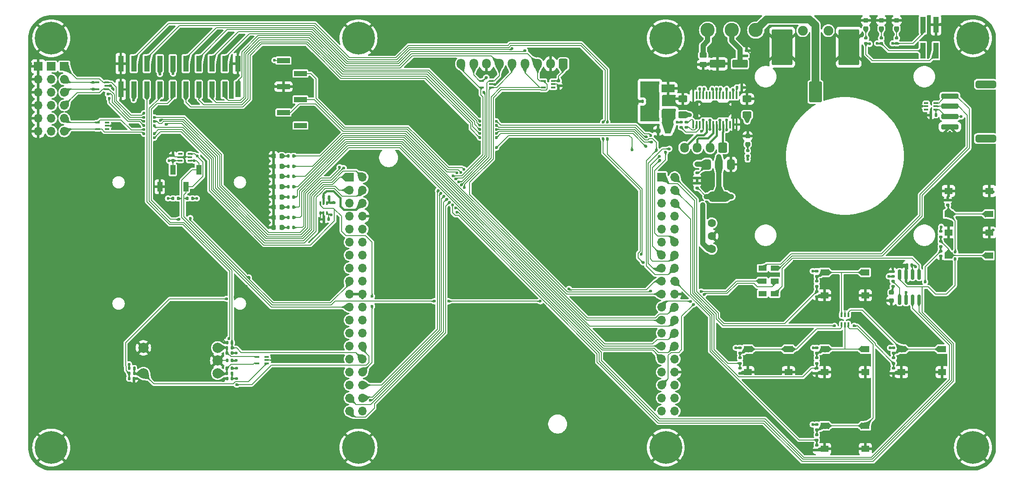
<source format=gbr>
%TF.GenerationSoftware,KiCad,Pcbnew,8.0.4-8.0.4-0~ubuntu22.04.1*%
%TF.CreationDate,2024-08-26T08:57:22+02:00*%
%TF.ProjectId,uC_TP_Boussole_mb,75435f54-505f-4426-9f75-73736f6c655f,rev?*%
%TF.SameCoordinates,Original*%
%TF.FileFunction,Copper,L1,Top*%
%TF.FilePolarity,Positive*%
%FSLAX46Y46*%
G04 Gerber Fmt 4.6, Leading zero omitted, Abs format (unit mm)*
G04 Created by KiCad (PCBNEW 8.0.4-8.0.4-0~ubuntu22.04.1) date 2024-08-26 08:57:22*
%MOMM*%
%LPD*%
G01*
G04 APERTURE LIST*
G04 Aperture macros list*
%AMRoundRect*
0 Rectangle with rounded corners*
0 $1 Rounding radius*
0 $2 $3 $4 $5 $6 $7 $8 $9 X,Y pos of 4 corners*
0 Add a 4 corners polygon primitive as box body*
4,1,4,$2,$3,$4,$5,$6,$7,$8,$9,$2,$3,0*
0 Add four circle primitives for the rounded corners*
1,1,$1+$1,$2,$3*
1,1,$1+$1,$4,$5*
1,1,$1+$1,$6,$7*
1,1,$1+$1,$8,$9*
0 Add four rect primitives between the rounded corners*
20,1,$1+$1,$2,$3,$4,$5,0*
20,1,$1+$1,$4,$5,$6,$7,0*
20,1,$1+$1,$6,$7,$8,$9,0*
20,1,$1+$1,$8,$9,$2,$3,0*%
G04 Aperture macros list end*
%TA.AperFunction,SMDPad,CuDef*%
%ADD10RoundRect,0.135000X0.135000X0.185000X-0.135000X0.185000X-0.135000X-0.185000X0.135000X-0.185000X0*%
%TD*%
%TA.AperFunction,ComponentPad*%
%ADD11C,6.400000*%
%TD*%
%TA.AperFunction,SMDPad,CuDef*%
%ADD12RoundRect,0.100000X-0.325000X0.100000X-0.325000X-0.100000X0.325000X-0.100000X0.325000X0.100000X0*%
%TD*%
%TA.AperFunction,SMDPad,CuDef*%
%ADD13RoundRect,0.140000X0.140000X0.170000X-0.140000X0.170000X-0.140000X-0.170000X0.140000X-0.170000X0*%
%TD*%
%TA.AperFunction,SMDPad,CuDef*%
%ADD14RoundRect,0.135000X0.185000X-0.135000X0.185000X0.135000X-0.185000X0.135000X-0.185000X-0.135000X0*%
%TD*%
%TA.AperFunction,SMDPad,CuDef*%
%ADD15RoundRect,0.218750X-0.218750X-0.256250X0.218750X-0.256250X0.218750X0.256250X-0.218750X0.256250X0*%
%TD*%
%TA.AperFunction,SMDPad,CuDef*%
%ADD16RoundRect,0.140000X0.170000X-0.140000X0.170000X0.140000X-0.170000X0.140000X-0.170000X-0.140000X0*%
%TD*%
%TA.AperFunction,SMDPad,CuDef*%
%ADD17R,1.550000X1.300000*%
%TD*%
%TA.AperFunction,SMDPad,CuDef*%
%ADD18RoundRect,0.100000X-0.100000X-0.325000X0.100000X-0.325000X0.100000X0.325000X-0.100000X0.325000X0*%
%TD*%
%TA.AperFunction,SMDPad,CuDef*%
%ADD19RoundRect,0.250000X1.250000X0.550000X-1.250000X0.550000X-1.250000X-0.550000X1.250000X-0.550000X0*%
%TD*%
%TA.AperFunction,ComponentPad*%
%ADD20RoundRect,0.250000X0.600000X0.725000X-0.600000X0.725000X-0.600000X-0.725000X0.600000X-0.725000X0*%
%TD*%
%TA.AperFunction,ComponentPad*%
%ADD21O,1.700000X1.950000*%
%TD*%
%TA.AperFunction,SMDPad,CuDef*%
%ADD22RoundRect,0.375000X-1.625000X0.375000X-1.625000X-0.375000X1.625000X-0.375000X1.625000X0.375000X0*%
%TD*%
%TA.AperFunction,SMDPad,CuDef*%
%ADD23RoundRect,0.250000X-1.450000X0.250000X-1.450000X-0.250000X1.450000X-0.250000X1.450000X0.250000X0*%
%TD*%
%TA.AperFunction,SMDPad,CuDef*%
%ADD24RoundRect,0.135000X-0.185000X0.135000X-0.185000X-0.135000X0.185000X-0.135000X0.185000X0.135000X0*%
%TD*%
%TA.AperFunction,ComponentPad*%
%ADD25R,1.700000X1.700000*%
%TD*%
%TA.AperFunction,ComponentPad*%
%ADD26O,1.700000X1.700000*%
%TD*%
%TA.AperFunction,SMDPad,CuDef*%
%ADD27RoundRect,0.218750X-0.256250X0.218750X-0.256250X-0.218750X0.256250X-0.218750X0.256250X0.218750X0*%
%TD*%
%TA.AperFunction,SMDPad,CuDef*%
%ADD28RoundRect,0.218750X0.256250X-0.218750X0.256250X0.218750X-0.256250X0.218750X-0.256250X-0.218750X0*%
%TD*%
%TA.AperFunction,SMDPad,CuDef*%
%ADD29RoundRect,0.250000X-1.050000X-0.550000X1.050000X-0.550000X1.050000X0.550000X-1.050000X0.550000X0*%
%TD*%
%TA.AperFunction,ComponentPad*%
%ADD30C,2.775000*%
%TD*%
%TA.AperFunction,SMDPad,CuDef*%
%ADD31RoundRect,0.150000X-0.150000X0.825000X-0.150000X-0.825000X0.150000X-0.825000X0.150000X0.825000X0*%
%TD*%
%TA.AperFunction,SMDPad,CuDef*%
%ADD32RoundRect,0.250000X-0.450000X0.262500X-0.450000X-0.262500X0.450000X-0.262500X0.450000X0.262500X0*%
%TD*%
%TA.AperFunction,SMDPad,CuDef*%
%ADD33RoundRect,0.140000X-0.170000X0.140000X-0.170000X-0.140000X0.170000X-0.140000X0.170000X0.140000X0*%
%TD*%
%TA.AperFunction,SMDPad,CuDef*%
%ADD34R,1.600000X1.000000*%
%TD*%
%TA.AperFunction,SMDPad,CuDef*%
%ADD35R,2.510000X1.000000*%
%TD*%
%TA.AperFunction,ComponentPad*%
%ADD36C,2.000000*%
%TD*%
%TA.AperFunction,ComponentPad*%
%ADD37C,1.600000*%
%TD*%
%TA.AperFunction,WasherPad*%
%ADD38RoundRect,0.950000X-0.000010X0.000010X-0.000010X-0.000010X0.000010X-0.000010X0.000010X0.000010X0*%
%TD*%
%TA.AperFunction,SMDPad,CuDef*%
%ADD39RoundRect,0.200000X1.050000X-1.800000X1.050000X1.800000X-1.050000X1.800000X-1.050000X-1.800000X0*%
%TD*%
%TA.AperFunction,SMDPad,CuDef*%
%ADD40RoundRect,0.200000X1.800000X-3.300000X1.800000X3.300000X-1.800000X3.300000X-1.800000X-3.300000X0*%
%TD*%
%TA.AperFunction,SMDPad,CuDef*%
%ADD41RoundRect,0.375000X-0.375000X0.625000X-0.375000X-0.625000X0.375000X-0.625000X0.375000X0.625000X0*%
%TD*%
%TA.AperFunction,SMDPad,CuDef*%
%ADD42RoundRect,0.500000X-1.400000X0.500000X-1.400000X-0.500000X1.400000X-0.500000X1.400000X0.500000X0*%
%TD*%
%TA.AperFunction,SMDPad,CuDef*%
%ADD43R,1.000000X3.150000*%
%TD*%
%TA.AperFunction,SMDPad,CuDef*%
%ADD44RoundRect,0.250000X0.625000X-0.400000X0.625000X0.400000X-0.625000X0.400000X-0.625000X-0.400000X0*%
%TD*%
%TA.AperFunction,SMDPad,CuDef*%
%ADD45RoundRect,0.100000X0.100000X-0.225000X0.100000X0.225000X-0.100000X0.225000X-0.100000X-0.225000X0*%
%TD*%
%TA.AperFunction,SMDPad,CuDef*%
%ADD46R,1.000000X1.900000*%
%TD*%
%TA.AperFunction,SMDPad,CuDef*%
%ADD47RoundRect,0.135000X-0.135000X-0.185000X0.135000X-0.185000X0.135000X0.185000X-0.135000X0.185000X0*%
%TD*%
%TA.AperFunction,SMDPad,CuDef*%
%ADD48RoundRect,0.237500X0.250000X0.237500X-0.250000X0.237500X-0.250000X-0.237500X0.250000X-0.237500X0*%
%TD*%
%TA.AperFunction,SMDPad,CuDef*%
%ADD49RoundRect,0.100000X0.325000X-0.100000X0.325000X0.100000X-0.325000X0.100000X-0.325000X-0.100000X0*%
%TD*%
%TA.AperFunction,SMDPad,CuDef*%
%ADD50RoundRect,0.140000X-0.140000X-0.170000X0.140000X-0.170000X0.140000X0.170000X-0.140000X0.170000X0*%
%TD*%
%TA.AperFunction,SMDPad,CuDef*%
%ADD51RoundRect,0.100000X0.100000X-0.637500X0.100000X0.637500X-0.100000X0.637500X-0.100000X-0.637500X0*%
%TD*%
%TA.AperFunction,HeatsinkPad*%
%ADD52C,0.600000*%
%TD*%
%TA.AperFunction,HeatsinkPad*%
%ADD53R,5.400000X2.850000*%
%TD*%
%TA.AperFunction,ViaPad*%
%ADD54C,0.600000*%
%TD*%
%TA.AperFunction,ViaPad*%
%ADD55C,0.400000*%
%TD*%
%TA.AperFunction,Conductor*%
%ADD56C,0.200000*%
%TD*%
%TA.AperFunction,Conductor*%
%ADD57C,1.000000*%
%TD*%
%TA.AperFunction,Conductor*%
%ADD58C,0.500000*%
%TD*%
%TA.AperFunction,Conductor*%
%ADD59C,0.400000*%
%TD*%
%TA.AperFunction,Conductor*%
%ADD60C,0.600000*%
%TD*%
%TA.AperFunction,Conductor*%
%ADD61C,0.800000*%
%TD*%
%TA.AperFunction,Conductor*%
%ADD62C,1.500000*%
%TD*%
G04 APERTURE END LIST*
D10*
%TO.P,R507,1*%
%TO.N,/NUCLEO_L476RG/LED_6*%
X102322500Y-90000000D03*
%TO.P,R507,2*%
%TO.N,Net-(D508-A)*%
X101302500Y-90000000D03*
%TD*%
D11*
%TO.P,H105,1,1*%
%TO.N,GND*%
X235000000Y-135000000D03*
%TD*%
D12*
%TO.P,D501,1,I/O*%
%TO.N,/NUCLEO_L476RG/PB8*%
X65800000Y-64925000D03*
%TO.P,D501,2,GND*%
%TO.N,GND*%
X65800000Y-64275000D03*
%TO.P,D501,3,I/O*%
%TO.N,/NUCLEO_L476RG/PC10*%
X65800000Y-63625000D03*
%TO.P,D501,4,I/O*%
%TO.N,/NUCLEO_L476RG/PC11*%
X63950000Y-63625000D03*
%TO.P,D501,5,I/O*%
%TO.N,/NUCLEO_L476RG/PC12*%
X63950000Y-64925000D03*
%TD*%
D13*
%TO.P,C202,1*%
%TO.N,+12V*%
X171400000Y-67350000D03*
%TO.P,C202,2*%
%TO.N,GND*%
X170440000Y-67350000D03*
%TD*%
D11*
%TO.P,H102,1,1*%
%TO.N,GND*%
X115000000Y-55000000D03*
%TD*%
D14*
%TO.P,R404,1*%
%TO.N,+3.3V*%
X220100000Y-56010000D03*
%TO.P,R404,2*%
%TO.N,Net-(D403-A)*%
X220100000Y-54990000D03*
%TD*%
D15*
%TO.P,D505,1,K*%
%TO.N,GND*%
X98425000Y-84000000D03*
%TO.P,D505,2,A*%
%TO.N,Net-(D505-A)*%
X100000000Y-84000000D03*
%TD*%
D16*
%TO.P,C403,1*%
%TO.N,+3.3V*%
X181100000Y-84280000D03*
%TO.P,C403,2*%
%TO.N,GND*%
X181100000Y-83320000D03*
%TD*%
D17*
%TO.P,SW302,1,1*%
%TO.N,GND*%
X230225000Y-84850000D03*
X238175000Y-84850000D03*
%TO.P,SW302,2,2*%
%TO.N,/GPS_TEL0094_STM32C011J4M6/STM32C0_NRST*%
X230225000Y-89350000D03*
X238175000Y-89350000D03*
%TD*%
D18*
%TO.P,D511,1,I/O*%
%TO.N,/NUCLEO_L476RG/BTN_R*%
X210650000Y-109075000D03*
%TO.P,D511,2,GND*%
%TO.N,GND*%
X210000000Y-109075000D03*
%TO.P,D511,3,I/O*%
%TO.N,/NUCLEO_L476RG/BTN_T*%
X209350000Y-109075000D03*
%TO.P,D511,4,I/O*%
%TO.N,/NUCLEO_L476RG/BTN_L*%
X209350000Y-110925000D03*
%TO.P,D511,5,I/O*%
%TO.N,/NUCLEO_L476RG/BTN_C*%
X210000000Y-110925000D03*
%TO.P,D511,6,I/O*%
%TO.N,/NUCLEO_L476RG/BTN_B*%
X210650000Y-110925000D03*
%TD*%
D19*
%TO.P,C402,1*%
%TO.N,+12V*%
X189500000Y-60000000D03*
%TO.P,C402,2*%
%TO.N,GND*%
X185100000Y-60000000D03*
%TD*%
D20*
%TO.P,J701,1,Pin_1*%
%TO.N,+3.3V*%
X155000000Y-60000000D03*
D21*
%TO.P,J701,2,Pin_2*%
%TO.N,GND*%
X152500000Y-60000000D03*
%TO.P,J701,3,Pin_3*%
%TO.N,/Magnetometre_BMM150_SEN0419/SPI_CLK*%
X150000000Y-60000000D03*
%TO.P,J701,4,Pin_4*%
%TO.N,/Magnetometre_BMM150_SEN0419/SPI_MOSI*%
X147500000Y-60000000D03*
%TO.P,J701,5,Pin_5*%
%TO.N,/Magnetometre_BMM150_SEN0419/SPI_MISO*%
X145000000Y-60000000D03*
%TO.P,J701,6,Pin_6*%
%TO.N,/Magnetometre_BMM150_SEN0419/SPI_CS*%
X142500000Y-60000000D03*
%TO.P,J701,7,Pin_7*%
%TO.N,GND*%
X140000000Y-60000000D03*
%TO.P,J701,8,Pin_8*%
%TO.N,/Magnetometre_BMM150_SEN0419/STATUS*%
X137500000Y-60000000D03*
%TO.P,J701,9,Pin_9*%
%TO.N,/Magnetometre_BMM150_SEN0419/INT*%
X135000000Y-60000000D03*
%TD*%
D13*
%TO.P,C901,1*%
%TO.N,/NUCLEO_L476RG/TIM2_CH1_ENC_A*%
X90280000Y-121500000D03*
%TO.P,C901,2*%
%TO.N,GND*%
X89320000Y-121500000D03*
%TD*%
D10*
%TO.P,R802,1*%
%TO.N,/NUCLEO_L476RG/I2C1_SDA*%
X79810000Y-86300000D03*
%TO.P,R802,2*%
%TO.N,+3.3V*%
X78790000Y-86300000D03*
%TD*%
D22*
%TO.P,J302,*%
%TO.N,*%
X237500000Y-64000000D03*
X237500000Y-74600000D03*
D23*
%TO.P,J302,1,Pin_1*%
%TO.N,/GPS_TEL0094_STM32C011J4M6/GPS_TX*%
X230500000Y-66300000D03*
%TO.P,J302,2,Pin_2*%
%TO.N,/GPS_TEL0094_STM32C011J4M6/GPS_RX*%
X230500000Y-68300000D03*
%TO.P,J302,3,Pin_3*%
%TO.N,+3.3V*%
X230500000Y-70300000D03*
%TO.P,J302,4,Pin_4*%
%TO.N,GND*%
X230500000Y-72300000D03*
%TD*%
D14*
%TO.P,R402,1*%
%TO.N,+12V*%
X214100000Y-56010000D03*
%TO.P,R402,2*%
%TO.N,Net-(D401-A)*%
X214100000Y-54990000D03*
%TD*%
%TO.P,R512,1*%
%TO.N,/NUCLEO_L476RG/BTN_CENTER*%
X204510000Y-118510000D03*
%TO.P,R512,2*%
%TO.N,/NUCLEO_L476RG/BTN_C*%
X204510000Y-117490000D03*
%TD*%
D24*
%TO.P,R204,1*%
%TO.N,Net-(D201-A)*%
X191000000Y-76980000D03*
%TO.P,R204,2*%
%TO.N,Net-(U201-DIAG)*%
X191000000Y-78000000D03*
%TD*%
D15*
%TO.P,D508,1,K*%
%TO.N,GND*%
X98425000Y-90000000D03*
%TO.P,D508,2,A*%
%TO.N,Net-(D508-A)*%
X100000000Y-90000000D03*
%TD*%
D25*
%TO.P,J502,1,Pin_1*%
%TO.N,+3.3V*%
X55000000Y-60500000D03*
D26*
%TO.P,J502,2,Pin_2*%
X55000000Y-63040000D03*
%TO.P,J502,3,Pin_3*%
X55000000Y-65580000D03*
%TO.P,J502,4,Pin_4*%
X55000000Y-68120000D03*
%TO.P,J502,5,Pin_5*%
X55000000Y-70660000D03*
%TO.P,J502,6,Pin_6*%
X55000000Y-73200000D03*
%TD*%
D27*
%TO.P,D401,1,K*%
%TO.N,GND*%
X214100000Y-51512500D03*
%TO.P,D401,2,A*%
%TO.N,Net-(D401-A)*%
X214100000Y-53087500D03*
%TD*%
D28*
%TO.P,D301,1,K*%
%TO.N,GND*%
X219060000Y-106257500D03*
%TO.P,D301,2,A*%
%TO.N,Net-(D301-A)*%
X219060000Y-104682500D03*
%TD*%
D11*
%TO.P,H104,1,1*%
%TO.N,GND*%
X235000000Y-55000000D03*
%TD*%
D12*
%TO.P,D901,1,I/O*%
%TO.N,/Rotary_Encodeur/S*%
X97075000Y-118550000D03*
%TO.P,D901,2,GND*%
%TO.N,GND*%
X97075000Y-117900000D03*
%TO.P,D901,3,I/O*%
%TO.N,unconnected-(D901-I{slash}O-Pad3)*%
X97075000Y-117250000D03*
%TO.P,D901,4,I/O*%
%TO.N,/Rotary_Encodeur/B*%
X95225000Y-117250000D03*
%TO.P,D901,5,I/O*%
%TO.N,/Rotary_Encodeur/A*%
X95225000Y-118550000D03*
%TD*%
D15*
%TO.P,D507,1,K*%
%TO.N,GND*%
X98425000Y-88000000D03*
%TO.P,D507,2,A*%
%TO.N,Net-(D507-A)*%
X100000000Y-88000000D03*
%TD*%
%TO.P,D509,1,K*%
%TO.N,GND*%
X98425000Y-92000000D03*
%TO.P,D509,2,A*%
%TO.N,Net-(D509-A)*%
X100000000Y-92000000D03*
%TD*%
D29*
%TO.P,C203,1*%
%TO.N,+12V*%
X171900000Y-64800000D03*
%TO.P,C203,2*%
%TO.N,GND*%
X175500000Y-64800000D03*
%TD*%
D30*
%TO.P,SW401,1,A*%
%TO.N,Net-(SW401-A)*%
X192600000Y-53400000D03*
%TO.P,SW401,2,B*%
%TO.N,+12V*%
X187900000Y-53400000D03*
%TO.P,SW401,3,C*%
%TO.N,Net-(SW401-C)*%
X183200000Y-53400000D03*
%TD*%
D16*
%TO.P,C304,1*%
%TO.N,/GPS_TEL0094_STM32C011J4M6/STM32C0_NRST*%
X230100000Y-87580000D03*
%TO.P,C304,2*%
%TO.N,GND*%
X230100000Y-86620000D03*
%TD*%
D31*
%TO.P,U301,1,PC14/PB7*%
%TO.N,/GPS_TEL0094_STM32C011J4M6/STM32C0_TX*%
X224465000Y-101175000D03*
%TO.P,U301,2,VDD*%
%TO.N,+3.3V*%
X223195000Y-101175000D03*
%TO.P,U301,3,VSS*%
%TO.N,GND*%
X221925000Y-101175000D03*
%TO.P,U301,4,PF2/PA0/PA1/PA2*%
%TO.N,/GPS_TEL0094_STM32C011J4M6/STM32C0_NRST*%
X220655000Y-101175000D03*
%TO.P,U301,5,PA8/PA9/PA11*%
%TO.N,/GPS_TEL0094_STM32C011J4M6/STM32C0_LED*%
X220655000Y-106125000D03*
%TO.P,U301,6,PA10/PA12*%
%TO.N,/GPS_TEL0094_STM32C011J4M6/STM32C0_BTN*%
X221925000Y-106125000D03*
%TO.P,U301,7,PA13*%
%TO.N,/GPS_TEL0094_STM32C011J4M6/STM32C0_SWDIO*%
X223195000Y-106125000D03*
%TO.P,U301,8,PC15/PA14/PB6*%
%TO.N,/GPS_TEL0094_STM32C011J4M6/STM32C0_SWCLK*%
X224465000Y-106125000D03*
%TD*%
D12*
%TO.P,D801,1,I/O*%
%TO.N,/NUCLEO_L476RG/I2C1_SDA*%
X82050000Y-78900000D03*
%TO.P,D801,2,GND*%
%TO.N,GND*%
X82050000Y-78250000D03*
%TO.P,D801,3,I/O*%
%TO.N,/NUCLEO_L476RG/I2C1_SCL*%
X82050000Y-77600000D03*
%TO.P,D801,4,I/O*%
%TO.N,unconnected-(D801-I{slash}O-Pad4)*%
X80200000Y-77600000D03*
%TO.P,D801,5,I/O*%
%TO.N,+3.3V*%
X80200000Y-78900000D03*
%TD*%
D27*
%TO.P,D201,1,K*%
%TO.N,GND*%
X191000000Y-74102500D03*
%TO.P,D201,2,A*%
%TO.N,Net-(D201-A)*%
X191000000Y-75677500D03*
%TD*%
D32*
%TO.P,R401,1*%
%TO.N,Net-(SW401-C)*%
X182300000Y-58300000D03*
%TO.P,R401,2*%
%TO.N,GND*%
X182300000Y-60125000D03*
%TD*%
D33*
%TO.P,C503,1*%
%TO.N,/NUCLEO_L476RG/BTN_CENTER*%
X204480000Y-119520000D03*
%TO.P,C503,2*%
%TO.N,GND*%
X204480000Y-120480000D03*
%TD*%
D34*
%TO.P,SW303,1,A*%
%TO.N,unconnected-(SW303-A-Pad1)*%
X193875000Y-104950000D03*
%TO.P,SW303,2,B*%
%TO.N,/GPS_TEL0094_STM32C011J4M6/NUCLEO_TX*%
X193875000Y-102450000D03*
%TO.P,SW303,3,C*%
%TO.N,/GPS_TEL0094_STM32C011J4M6/GPS_RX*%
X193875000Y-99950000D03*
%TO.P,SW303,4,A*%
%TO.N,/GPS_TEL0094_STM32C011J4M6/STM32C0_TX*%
X196275000Y-104950000D03*
%TO.P,SW303,5,B*%
%TO.N,/GPS_TEL0094_STM32C011J4M6/NUCLEO_RX*%
X196275000Y-102450000D03*
%TO.P,SW303,6,C*%
%TO.N,/GPS_TEL0094_STM32C011J4M6/GPS_TX*%
X196275000Y-99950000D03*
%TD*%
D10*
%TO.P,R904,1*%
%TO.N,+3.3V*%
X90310000Y-116500000D03*
%TO.P,R904,2*%
%TO.N,/Rotary_Encodeur/B*%
X89290000Y-116500000D03*
%TD*%
D35*
%TO.P,J303,1,Pin_1*%
%TO.N,+3.3V*%
X100345000Y-59350000D03*
%TO.P,J303,2,Pin_2*%
%TO.N,/GPS_TEL0094_STM32C011J4M6/STM32C0_SWCLK*%
X103655000Y-61890000D03*
%TO.P,J303,3,Pin_3*%
%TO.N,GND*%
X100345000Y-64430000D03*
%TO.P,J303,4,Pin_4*%
%TO.N,/GPS_TEL0094_STM32C011J4M6/STM32C0_SWDIO*%
X103655000Y-66970000D03*
%TO.P,J303,5,Pin_5*%
%TO.N,/GPS_TEL0094_STM32C011J4M6/STM32C0_NRST*%
X100345000Y-69510000D03*
%TO.P,J303,6,Pin_6*%
%TO.N,unconnected-(J303-Pin_6-Pad6)*%
X103655000Y-72050000D03*
%TD*%
D15*
%TO.P,D506,1,K*%
%TO.N,GND*%
X98425000Y-86000000D03*
%TO.P,D506,2,A*%
%TO.N,Net-(D506-A)*%
X100000000Y-86000000D03*
%TD*%
D14*
%TO.P,R514,1*%
%TO.N,/NUCLEO_L476RG/BTN_T*%
X204500000Y-101510000D03*
%TO.P,R514,2*%
%TO.N,+3.3V*%
X204500000Y-100490000D03*
%TD*%
D10*
%TO.P,R902,1*%
%TO.N,/NUCLEO_L476RG/TIM2_CH2_ENC_B*%
X90310000Y-115500000D03*
%TO.P,R902,2*%
%TO.N,/Rotary_Encodeur/B*%
X89290000Y-115500000D03*
%TD*%
D14*
%TO.P,R301,1*%
%TO.N,Net-(R301-Pad1)*%
X228710000Y-93790000D03*
%TO.P,R301,2*%
%TO.N,+3.3V*%
X228710000Y-92770000D03*
%TD*%
D13*
%TO.P,C601,1*%
%TO.N,+3.3V*%
X109170000Y-90400000D03*
%TO.P,C601,2*%
%TO.N,GND*%
X108210000Y-90400000D03*
%TD*%
D36*
%TO.P,SW901,A,A*%
%TO.N,/Rotary_Encodeur/A*%
X87500000Y-120500000D03*
%TO.P,SW901,B,B*%
%TO.N,/Rotary_Encodeur/B*%
X87500000Y-115500000D03*
%TO.P,SW901,C,C*%
%TO.N,GND*%
X87500000Y-118000000D03*
%TO.P,SW901,S1,S1*%
%TO.N,/Rotary_Encodeur/S*%
X73000000Y-120500000D03*
%TO.P,SW901,S2,S2*%
%TO.N,GND*%
X73000000Y-115500000D03*
%TD*%
D27*
%TO.P,D403,1,K*%
%TO.N,GND*%
X220100000Y-51512500D03*
%TO.P,D403,2,A*%
%TO.N,Net-(D403-A)*%
X220100000Y-53087500D03*
%TD*%
D11*
%TO.P,H103,1,1*%
%TO.N,GND*%
X175000000Y-55000000D03*
%TD*%
D37*
%TO.P,U401,1,VIN*%
%TO.N,+12V*%
X184000000Y-91120000D03*
%TO.P,U401,2,GND*%
%TO.N,GND*%
X184000000Y-93660000D03*
%TO.P,U401,3,5V*%
%TO.N,+5V*%
X184000000Y-96200000D03*
%TD*%
D24*
%TO.P,R302,1*%
%TO.N,Net-(R301-Pad1)*%
X228700000Y-94670000D03*
%TO.P,R302,2*%
%TO.N,/GPS_TEL0094_STM32C011J4M6/STM32C0_BTN*%
X228700000Y-95690000D03*
%TD*%
D16*
%TO.P,C301,1*%
%TO.N,+3.3V*%
X219360000Y-101550000D03*
%TO.P,C301,2*%
%TO.N,GND*%
X219360000Y-100590000D03*
%TD*%
D13*
%TO.P,C305,1*%
%TO.N,+3.3V*%
X227760000Y-70000000D03*
%TO.P,C305,2*%
%TO.N,GND*%
X226800000Y-70000000D03*
%TD*%
D24*
%TO.P,R303,1*%
%TO.N,/GPS_TEL0094_STM32C011J4M6/STM32C0_LED*%
X219360000Y-102460000D03*
%TO.P,R303,2*%
%TO.N,Net-(D301-A)*%
X219360000Y-103480000D03*
%TD*%
D38*
%TO.P,J403,*%
%TO.N,*%
X201750000Y-53500000D03*
X206750000Y-53500000D03*
D39*
%TO.P,J403,1*%
%TO.N,Net-(SW401-A)*%
X204250000Y-65500000D03*
D40*
%TO.P,J403,2*%
%TO.N,GND*%
X197750000Y-56750000D03*
%TO.P,J403,3*%
X210750000Y-56740000D03*
%TD*%
D14*
%TO.P,R510,1*%
%TO.N,/NUCLEO_L476RG/BTN_L*%
X189500000Y-116510000D03*
%TO.P,R510,2*%
%TO.N,+3.3V*%
X189500000Y-115490000D03*
%TD*%
%TO.P,R515,1*%
%TO.N,/NUCLEO_L476RG/BTN_C*%
X204500000Y-116510000D03*
%TO.P,R515,2*%
%TO.N,+3.3V*%
X204500000Y-115490000D03*
%TD*%
D13*
%TO.P,C904,1*%
%TO.N,+3.3V*%
X90280000Y-118000000D03*
%TO.P,C904,2*%
%TO.N,GND*%
X89320000Y-118000000D03*
%TD*%
D17*
%TO.P,SW502,1,1*%
%TO.N,/NUCLEO_L476RG/BTN_T*%
X206025000Y-100750000D03*
X213975000Y-100750000D03*
%TO.P,SW502,2,2*%
%TO.N,GND*%
X206025000Y-105250000D03*
X213975000Y-105250000D03*
%TD*%
D13*
%TO.P,C902,1*%
%TO.N,/NUCLEO_L476RG/TIM2_CH2_ENC_B*%
X90280000Y-114500000D03*
%TO.P,C902,2*%
%TO.N,GND*%
X89320000Y-114500000D03*
%TD*%
D11*
%TO.P,H101,1,1*%
%TO.N,GND*%
X55000000Y-55000000D03*
%TD*%
D25*
%TO.P,U501,101,PC10*%
%TO.N,/NUCLEO_L476RG/PC10*%
X113250000Y-82140000D03*
D26*
%TO.P,U501,102,PC11*%
%TO.N,/NUCLEO_L476RG/PC11*%
X115790000Y-82140000D03*
%TO.P,U501,103,PC12*%
%TO.N,/NUCLEO_L476RG/PC12*%
X113250000Y-84680000D03*
%TO.P,U501,104,PD2*%
%TO.N,/NUCLEO_L476RG/PD2*%
X115790000Y-84680000D03*
%TO.P,U501,105,VDD*%
%TO.N,unconnected-(U501A-VDD-Pad105)*%
X113250000Y-87220000D03*
%TO.P,U501,106,E5V*%
%TO.N,/Current_NCS199A3RSQT2G/Load*%
X115790000Y-87220000D03*
%TO.P,U501,107,BOOT0*%
%TO.N,unconnected-(U501A-BOOT0-Pad107)*%
X113250000Y-89760000D03*
%TO.P,U501,108,GND*%
%TO.N,GND*%
X115790000Y-89760000D03*
%TO.P,U501,109,NC*%
%TO.N,unconnected-(U501B-NC-Pad109)*%
X113250000Y-92300000D03*
%TO.P,U501,110,NC*%
%TO.N,unconnected-(U501B-NC-Pad110)*%
X115790000Y-92300000D03*
%TO.P,U501,111,NC*%
%TO.N,unconnected-(U501B-NC-Pad111)*%
X113250000Y-94840000D03*
%TO.P,U501,112,IOREF*%
%TO.N,unconnected-(U501A-IOREF-Pad112)*%
X115790000Y-94840000D03*
%TO.P,U501,113,PA13*%
%TO.N,unconnected-(U501B-PA13-Pad113)*%
X113250000Y-97380000D03*
%TO.P,U501,114,RESET*%
%TO.N,unconnected-(U501A-RESET-Pad114)*%
X115790000Y-97380000D03*
%TO.P,U501,115,PA14*%
%TO.N,unconnected-(U501B-PA14-Pad115)*%
X113250000Y-99920000D03*
%TO.P,U501,116,+3V3*%
%TO.N,unconnected-(U501A-+3V3-Pad116)*%
X115790000Y-99920000D03*
%TO.P,U501,117,PA15*%
%TO.N,/NUCLEO_L476RG/ENC_BTN*%
X113250000Y-102460000D03*
%TO.P,U501,118,+5V*%
%TO.N,unconnected-(U501A-+5V-Pad118)*%
X115790000Y-102460000D03*
%TO.P,U501,119,GND*%
%TO.N,GND*%
X113250000Y-105000000D03*
%TO.P,U501,120,GND*%
X115790000Y-105000000D03*
%TO.P,U501,121,PB7*%
%TO.N,/NUCLEO_L476RG/I2C1_SDA*%
X113250000Y-107540000D03*
%TO.P,U501,122,GND*%
%TO.N,GND*%
X115790000Y-107540000D03*
%TO.P,U501,123,PC13*%
%TO.N,unconnected-(U501B-PC13-Pad123)*%
X113250000Y-110080000D03*
%TO.P,U501,124,VIN*%
%TO.N,unconnected-(U501A-VIN-Pad124)*%
X115790000Y-110080000D03*
%TO.P,U501,125,PC14*%
%TO.N,unconnected-(U501B-PC14-Pad125)*%
X113250000Y-112620000D03*
%TO.P,U501,126,NC*%
%TO.N,unconnected-(U501B-NC-Pad126)*%
X115790000Y-112620000D03*
%TO.P,U501,127,PC15*%
%TO.N,unconnected-(U501B-PC15-Pad127)*%
X113250000Y-115160000D03*
%TO.P,U501,128,PA0*%
%TO.N,/NUCLEO_L476RG/TIM2_CH1_ENC_A*%
X115790000Y-115160000D03*
%TO.P,U501,129,PH0*%
%TO.N,unconnected-(U501B-PH0-Pad129)*%
X113250000Y-117700000D03*
%TO.P,U501,130,PA1*%
%TO.N,/NUCLEO_L476RG/TIM2_CH2_ENC_B*%
X115790000Y-117700000D03*
%TO.P,U501,131,PH1*%
%TO.N,unconnected-(U501B-PH1-Pad131)*%
X113250000Y-120240000D03*
%TO.P,U501,132,PA4*%
%TO.N,/Current_NCS199A3RSQT2G/Imes*%
X115790000Y-120240000D03*
%TO.P,U501,133,VBAT*%
%TO.N,unconnected-(U501A-VBAT-Pad133)*%
X113250000Y-122780000D03*
%TO.P,U501,134,PB0*%
%TO.N,/Magnetometre_BMM150_SEN0419/INT*%
X115790000Y-122780000D03*
%TO.P,U501,135,PC2*%
%TO.N,/Magnetometre_BMM150_SEN0419/SPI_MISO*%
X113250000Y-125320000D03*
%TO.P,U501,136,PC1*%
%TO.N,/Magnetometre_BMM150_SEN0419/STATUS*%
X115790000Y-125320000D03*
%TO.P,U501,137,PC3*%
%TO.N,/Magnetometre_BMM150_SEN0419/SPI_MOSI*%
X113250000Y-127860000D03*
%TO.P,U501,138,PC0*%
%TO.N,/Magnetometre_BMM150_SEN0419/SPI_CS*%
X115790000Y-127860000D03*
D25*
%TO.P,U501,201,PC9*%
%TO.N,/NUCLEO_L476RG/BTN_RIGHT*%
X174210000Y-82150000D03*
D26*
%TO.P,U501,202,PC8*%
%TO.N,/NUCLEO_L476RG/BTN_TOP*%
X176750000Y-82150000D03*
%TO.P,U501,203,PB8*%
%TO.N,/NUCLEO_L476RG/PB8*%
X174210000Y-84680000D03*
%TO.P,U501,204,PC6*%
%TO.N,/NUCLEO_L476RG/BTN_LEFT*%
X176750000Y-84680000D03*
%TO.P,U501,205,PB9*%
%TO.N,/NUCLEO_L476RG/PB9*%
X174210000Y-87220000D03*
%TO.P,U501,206,PC5*%
%TO.N,/NUCLEO_L476RG/BTN_CENTER*%
X176750000Y-87220000D03*
%TO.P,U501,207,AVDD*%
%TO.N,unconnected-(U501A-AVDD-Pad207)*%
X174210000Y-89760000D03*
%TO.P,U501,208,U5V*%
%TO.N,unconnected-(U501A-U5V-Pad208)*%
X176750000Y-89760000D03*
%TO.P,U501,209,GND*%
%TO.N,GND*%
X174210000Y-92300000D03*
%TO.P,U501,210,NC*%
%TO.N,unconnected-(U501B-NC-Pad210)*%
X176750000Y-92300000D03*
%TO.P,U501,211,PA5*%
%TO.N,unconnected-(U501B-PA5-Pad211)*%
X174210000Y-94840000D03*
%TO.P,U501,212,PA12*%
%TO.N,/NUCLEO_L476RG/STEPPER_ENN*%
X176750000Y-94840000D03*
%TO.P,U501,213,PA6*%
%TO.N,/NUCLEO_L476RG/TIM3_CH1_STEPPER_PWM*%
X174210000Y-97380000D03*
%TO.P,U501,214,PA11*%
%TO.N,/NUCLEO_L476RG/STEPPER_MS1*%
X176750000Y-97380000D03*
%TO.P,U501,215,PA7*%
%TO.N,/NUCLEO_L476RG/STEPPER_DIR*%
X174210000Y-99920000D03*
%TO.P,U501,216,PB12*%
%TO.N,/NUCLEO_L476RG/STEPPER_MS2*%
X176750000Y-99920000D03*
%TO.P,U501,217,PB6*%
%TO.N,/NUCLEO_L476RG/I2C1_SCL*%
X174210000Y-102460000D03*
%TO.P,U501,218,PB11*%
%TO.N,/NUCLEO_L476RG/BTN_BOT*%
X176750000Y-102460000D03*
%TO.P,U501,219,PC7*%
%TO.N,/NUCLEO_L476RG/LED_0*%
X174210000Y-105000000D03*
%TO.P,U501,220,GND*%
%TO.N,GND*%
X176750000Y-105000000D03*
%TO.P,U501,221,PA9*%
%TO.N,/GPS_TEL0094_STM32C011J4M6/NUCLEO_TX*%
X174210000Y-107540000D03*
%TO.P,U501,222,PB2*%
%TO.N,/NUCLEO_L476RG/LED_1*%
X176750000Y-107540000D03*
%TO.P,U501,223,PA8*%
%TO.N,/NUCLEO_L476RG/LED_2*%
X174210000Y-110080000D03*
%TO.P,U501,224,PB1*%
%TO.N,/NUCLEO_L476RG/LED_3*%
X176750000Y-110080000D03*
%TO.P,U501,225,PB10*%
%TO.N,/Magnetometre_BMM150_SEN0419/SPI_CLK*%
X174210000Y-112620000D03*
%TO.P,U501,226,PB15*%
%TO.N,/NUCLEO_L476RG/LED_4*%
X176750000Y-112620000D03*
%TO.P,U501,227,PB4*%
%TO.N,/NUCLEO_L476RG/LED_5*%
X174210000Y-115160000D03*
%TO.P,U501,228,PB14*%
%TO.N,/NUCLEO_L476RG/LED_6*%
X176750000Y-115160000D03*
%TO.P,U501,229,PB5*%
%TO.N,/NUCLEO_L476RG/LED_7*%
X174210000Y-117700000D03*
%TO.P,U501,230,PB13*%
%TO.N,unconnected-(U501B-PB13-Pad230)*%
X176750000Y-117700000D03*
%TO.P,U501,231,PB3*%
%TO.N,unconnected-(U501B-PB3-Pad231)*%
X174210000Y-120240000D03*
%TO.P,U501,232,AGND*%
%TO.N,GND*%
X176750000Y-120240000D03*
%TO.P,U501,233,PA10*%
%TO.N,/GPS_TEL0094_STM32C011J4M6/NUCLEO_RX*%
X174210000Y-122780000D03*
%TO.P,U501,234,PC4*%
%TO.N,unconnected-(U501B-PC4-Pad234)*%
X176750000Y-122780000D03*
%TO.P,U501,235,PA2*%
%TO.N,unconnected-(U501B-PA2-Pad235)*%
X174210000Y-125320000D03*
%TO.P,U501,236,NC*%
%TO.N,unconnected-(U501B-NC-Pad236)*%
X176750000Y-125320000D03*
%TO.P,U501,237,PA3*%
%TO.N,unconnected-(U501B-PA3-Pad237)*%
X174210000Y-127860000D03*
%TO.P,U501,238,NC*%
%TO.N,unconnected-(U501B-NC-Pad238)*%
X176750000Y-127860000D03*
%TD*%
D17*
%TO.P,SW504,1,1*%
%TO.N,/NUCLEO_L476RG/BTN_B*%
X206025000Y-130750000D03*
X213975000Y-130750000D03*
%TO.P,SW504,2,2*%
%TO.N,GND*%
X206025000Y-135250000D03*
X213975000Y-135250000D03*
%TD*%
%TO.P,SW503,1,1*%
%TO.N,/NUCLEO_L476RG/BTN_C*%
X206025000Y-115750000D03*
X213975000Y-115750000D03*
%TO.P,SW503,2,2*%
%TO.N,GND*%
X206025000Y-120250000D03*
X213975000Y-120250000D03*
%TD*%
D11*
%TO.P,H107,1,1*%
%TO.N,GND*%
X115000000Y-135000000D03*
%TD*%
D14*
%TO.P,R509,1*%
%TO.N,/NUCLEO_L476RG/BTN_LEFT*%
X189500000Y-118510000D03*
%TO.P,R509,2*%
%TO.N,/NUCLEO_L476RG/BTN_L*%
X189500000Y-117490000D03*
%TD*%
%TO.P,R513,1*%
%TO.N,/NUCLEO_L476RG/BTN_BOT*%
X204500000Y-133510000D03*
%TO.P,R513,2*%
%TO.N,/NUCLEO_L476RG/BTN_B*%
X204500000Y-132490000D03*
%TD*%
%TO.P,R511,1*%
%TO.N,/NUCLEO_L476RG/BTN_TOP*%
X204500000Y-103510000D03*
%TO.P,R511,2*%
%TO.N,/NUCLEO_L476RG/BTN_T*%
X204500000Y-102490000D03*
%TD*%
D29*
%TO.P,C201,1*%
%TO.N,+12V*%
X171900000Y-69800000D03*
%TO.P,C201,2*%
%TO.N,Net-(C201-Pad2)*%
X175500000Y-69800000D03*
%TD*%
D10*
%TO.P,R506,1*%
%TO.N,/NUCLEO_L476RG/LED_5*%
X102322500Y-88000000D03*
%TO.P,R506,2*%
%TO.N,Net-(D507-A)*%
X101302500Y-88000000D03*
%TD*%
D33*
%TO.P,C505,1*%
%TO.N,/NUCLEO_L476RG/BTN_RIGHT*%
X219500000Y-119520000D03*
%TO.P,C505,2*%
%TO.N,GND*%
X219500000Y-120480000D03*
%TD*%
D41*
%TO.P,U402,1,GND*%
%TO.N,GND*%
X187700000Y-79650000D03*
%TO.P,U402,2,VO*%
%TO.N,+3.3V*%
X185400000Y-79650000D03*
D42*
X185400000Y-85950000D03*
D41*
%TO.P,U402,3,VI*%
%TO.N,+5V*%
X183100000Y-79650000D03*
%TD*%
D25*
%TO.P,J501,1,Pin_1*%
%TO.N,GND*%
X52460000Y-60500000D03*
D26*
%TO.P,J501,2,Pin_2*%
X52460000Y-63040000D03*
%TO.P,J501,3,Pin_3*%
X52460000Y-65580000D03*
%TO.P,J501,4,Pin_4*%
X52460000Y-68120000D03*
%TO.P,J501,5,Pin_5*%
X52460000Y-70660000D03*
%TO.P,J501,6,Pin_6*%
X52460000Y-73200000D03*
%TD*%
D43*
%TO.P,J402,1,Pin_1*%
%TO.N,GND*%
X227770000Y-52375000D03*
%TO.P,J402,2,Pin_2*%
%TO.N,+12V*%
X227770000Y-57425000D03*
%TO.P,J402,3,Pin_3*%
%TO.N,+3.3V*%
X225230000Y-52375000D03*
%TO.P,J402,4,Pin_4*%
%TO.N,+5V*%
X225230000Y-57425000D03*
%TD*%
D10*
%TO.P,R906,1*%
%TO.N,/Rotary_Encodeur/S*%
X71210000Y-120500000D03*
%TO.P,R906,2*%
%TO.N,/NUCLEO_L476RG/ENC_BTN*%
X70190000Y-120500000D03*
%TD*%
D44*
%TO.P,R202,1*%
%TO.N,Net-(U201-BRA)*%
X178300000Y-69950000D03*
%TO.P,R202,2*%
%TO.N,GND*%
X178300000Y-66850000D03*
%TD*%
D45*
%TO.P,U601,1,REF*%
%TO.N,GND*%
X107535000Y-89140000D03*
%TO.P,U601,2,GND*%
X108185000Y-89140000D03*
%TO.P,U601,3,Vs*%
%TO.N,+3.3V*%
X108835000Y-89140000D03*
%TO.P,U601,4,IN+*%
%TO.N,+5V*%
X108835000Y-87240000D03*
%TO.P,U601,5,IN-*%
%TO.N,/Current_NCS199A3RSQT2G/Load*%
X108185000Y-87240000D03*
%TO.P,U601,6,OUT*%
%TO.N,/Current_NCS199A3RSQT2G/Imes*%
X107535000Y-87240000D03*
%TD*%
D13*
%TO.P,C302,1*%
%TO.N,+3.3V*%
X223040000Y-99350000D03*
%TO.P,C302,2*%
%TO.N,GND*%
X222080000Y-99350000D03*
%TD*%
%TO.P,C206,1*%
%TO.N,GND*%
X189880000Y-64600000D03*
%TO.P,C206,2*%
%TO.N,Net-(U201-5VOUT)*%
X188920000Y-64600000D03*
%TD*%
D27*
%TO.P,D402,1,K*%
%TO.N,GND*%
X217100000Y-51512500D03*
%TO.P,D402,2,A*%
%TO.N,Net-(D402-A)*%
X217100000Y-53087500D03*
%TD*%
D10*
%TO.P,R503,1*%
%TO.N,/NUCLEO_L476RG/LED_2*%
X102312500Y-82000000D03*
%TO.P,R503,2*%
%TO.N,Net-(D504-A)*%
X101292500Y-82000000D03*
%TD*%
D15*
%TO.P,D502,1,K*%
%TO.N,GND*%
X98425000Y-78000000D03*
%TO.P,D502,2,A*%
%TO.N,Net-(D502-A)*%
X100000000Y-78000000D03*
%TD*%
D16*
%TO.P,C801,1*%
%TO.N,+3.3V*%
X78800000Y-78880000D03*
%TO.P,C801,2*%
%TO.N,GND*%
X78800000Y-77920000D03*
%TD*%
D46*
%TO.P,J801,1,Pin_1*%
%TO.N,GND*%
X76190000Y-84020000D03*
%TO.P,J801,2,Pin_2*%
%TO.N,+3.3V*%
X78730000Y-80720000D03*
%TO.P,J801,3,Pin_3*%
%TO.N,/NUCLEO_L476RG/I2C1_SCL*%
X81270000Y-84020000D03*
%TO.P,J801,4,Pin_4*%
%TO.N,/NUCLEO_L476RG/I2C1_SDA*%
X83810000Y-80720000D03*
%TD*%
D25*
%TO.P,J503,1,Pin_1*%
%TO.N,/NUCLEO_L476RG/PC10*%
X57540000Y-60500000D03*
D26*
%TO.P,J503,2,Pin_2*%
%TO.N,/NUCLEO_L476RG/PC11*%
X57540000Y-63040000D03*
%TO.P,J503,3,Pin_3*%
%TO.N,/NUCLEO_L476RG/PC12*%
X57540000Y-65580000D03*
%TO.P,J503,4,Pin_4*%
%TO.N,/NUCLEO_L476RG/PB8*%
X57540000Y-68120000D03*
%TO.P,J503,5,Pin_5*%
%TO.N,/NUCLEO_L476RG/PB9*%
X57540000Y-70660000D03*
%TO.P,J503,6,Pin_6*%
%TO.N,/NUCLEO_L476RG/PD2*%
X57540000Y-73200000D03*
%TD*%
D15*
%TO.P,D504,1,K*%
%TO.N,GND*%
X98425000Y-82000000D03*
%TO.P,D504,2,A*%
%TO.N,Net-(D504-A)*%
X100000000Y-82000000D03*
%TD*%
%TO.P,D503,1,K*%
%TO.N,GND*%
X98425000Y-80000000D03*
%TO.P,D503,2,A*%
%TO.N,Net-(D503-A)*%
X100000000Y-80000000D03*
%TD*%
D33*
%TO.P,C205,1*%
%TO.N,+12V*%
X178000000Y-71420000D03*
%TO.P,C205,2*%
%TO.N,Net-(U201-VCP)*%
X178000000Y-72380000D03*
%TD*%
D10*
%TO.P,R505,1*%
%TO.N,/NUCLEO_L476RG/LED_4*%
X102322500Y-86000000D03*
%TO.P,R505,2*%
%TO.N,Net-(D506-A)*%
X101302500Y-86000000D03*
%TD*%
%TO.P,R508,1*%
%TO.N,/NUCLEO_L476RG/LED_7*%
X102322500Y-92000000D03*
%TO.P,R508,2*%
%TO.N,Net-(D509-A)*%
X101302500Y-92000000D03*
%TD*%
D43*
%TO.P,J504,1,Pin_1*%
%TO.N,GND*%
X91430000Y-59950000D03*
%TO.P,J504,2,Pin_2*%
%TO.N,/NUCLEO_L476RG/STEPPER_ENN*%
X91430000Y-65000000D03*
%TO.P,J504,3,Pin_3*%
%TO.N,/Magnetometre_BMM150_SEN0419/SPI_CS*%
X88890000Y-59950000D03*
%TO.P,J504,4,Pin_4*%
%TO.N,/NUCLEO_L476RG/STEPPER_MS1*%
X88890000Y-65000000D03*
%TO.P,J504,5,Pin_5*%
%TO.N,/Magnetometre_BMM150_SEN0419/SPI_CLK*%
X86350000Y-59950000D03*
%TO.P,J504,6,Pin_6*%
%TO.N,/NUCLEO_L476RG/STEPPER_MS2*%
X86350000Y-65000000D03*
%TO.P,J504,7,Pin_7*%
%TO.N,/Magnetometre_BMM150_SEN0419/SPI_MOSI*%
X83810000Y-59950000D03*
%TO.P,J504,8,Pin_8*%
%TO.N,/NUCLEO_L476RG/STEPPER_DIR*%
X83810000Y-65000000D03*
%TO.P,J504,9,Pin_9*%
%TO.N,/Magnetometre_BMM150_SEN0419/SPI_MISO*%
X81270000Y-59950000D03*
%TO.P,J504,10,Pin_10*%
%TO.N,/NUCLEO_L476RG/TIM3_CH1_STEPPER_PWM*%
X81270000Y-65000000D03*
%TO.P,J504,11,Pin_11*%
%TO.N,/NUCLEO_L476RG/I2C1_SCL*%
X78730000Y-59950000D03*
%TO.P,J504,12,Pin_12*%
%TO.N,/NUCLEO_L476RG/ENC_BTN*%
X78730000Y-65000000D03*
%TO.P,J504,13,Pin_13*%
%TO.N,/NUCLEO_L476RG/I2C1_SDA*%
X76190000Y-59950000D03*
%TO.P,J504,14,Pin_14*%
%TO.N,/NUCLEO_L476RG/TIM2_CH2_ENC_B*%
X76190000Y-65000000D03*
%TO.P,J504,15,Pin_15*%
%TO.N,/GPS_TEL0094_STM32C011J4M6/NUCLEO_TX*%
X73650000Y-59950000D03*
%TO.P,J504,16,Pin_16*%
%TO.N,/NUCLEO_L476RG/TIM2_CH1_ENC_A*%
X73650000Y-65000000D03*
%TO.P,J504,17,Pin_17*%
%TO.N,/GPS_TEL0094_STM32C011J4M6/NUCLEO_RX*%
X71110000Y-59950000D03*
%TO.P,J504,18,Pin_18*%
%TO.N,/Current_NCS199A3RSQT2G/Imes*%
X71110000Y-65000000D03*
%TO.P,J504,19,Pin_19*%
%TO.N,GND*%
X68570000Y-59950000D03*
%TO.P,J504,20,Pin_20*%
X68570000Y-65000000D03*
%TD*%
D33*
%TO.P,C401,1*%
%TO.N,+5V*%
X181100000Y-81320000D03*
%TO.P,C401,2*%
%TO.N,GND*%
X181100000Y-82280000D03*
%TD*%
D17*
%TO.P,SW505,1,1*%
%TO.N,/NUCLEO_L476RG/BTN_R*%
X221025000Y-115750000D03*
X228975000Y-115750000D03*
%TO.P,SW505,2,2*%
%TO.N,GND*%
X221025000Y-120250000D03*
X228975000Y-120250000D03*
%TD*%
D14*
%TO.P,R516,1*%
%TO.N,/NUCLEO_L476RG/BTN_B*%
X204510000Y-131510000D03*
%TO.P,R516,2*%
%TO.N,+3.3V*%
X204510000Y-130490000D03*
%TD*%
D10*
%TO.P,R504,1*%
%TO.N,/NUCLEO_L476RG/LED_3*%
X102312500Y-84000000D03*
%TO.P,R504,2*%
%TO.N,Net-(D505-A)*%
X101292500Y-84000000D03*
%TD*%
D33*
%TO.P,C501,1*%
%TO.N,/NUCLEO_L476RG/BTN_LEFT*%
X189480000Y-119520000D03*
%TO.P,C501,2*%
%TO.N,GND*%
X189480000Y-120480000D03*
%TD*%
D12*
%TO.P,D701,1,I/O*%
%TO.N,unconnected-(D701-I{slash}O-Pad1)*%
X153000000Y-64625000D03*
%TO.P,D701,2,GND*%
%TO.N,GND*%
X153000000Y-63975000D03*
%TO.P,D701,3,I/O*%
%TO.N,+3.3V*%
X153000000Y-63325000D03*
%TO.P,D701,4,I/O*%
%TO.N,/Magnetometre_BMM150_SEN0419/SPI_CLK*%
X151150000Y-63325000D03*
%TO.P,D701,5,I/O*%
%TO.N,/Magnetometre_BMM150_SEN0419/SPI_MOSI*%
X151150000Y-64625000D03*
%TD*%
D47*
%TO.P,R905,1*%
%TO.N,+3.3V*%
X70190000Y-119500000D03*
%TO.P,R905,2*%
%TO.N,/Rotary_Encodeur/S*%
X71210000Y-119500000D03*
%TD*%
D11*
%TO.P,H108,1,1*%
%TO.N,GND*%
X55000000Y-135000000D03*
%TD*%
D33*
%TO.P,C502,1*%
%TO.N,/NUCLEO_L476RG/BTN_TOP*%
X204500000Y-104520000D03*
%TO.P,C502,2*%
%TO.N,GND*%
X204500000Y-105480000D03*
%TD*%
D17*
%TO.P,SW301,1,1*%
%TO.N,GND*%
X230225000Y-92950000D03*
X238175000Y-92950000D03*
%TO.P,SW301,2,2*%
%TO.N,Net-(R301-Pad1)*%
X230225000Y-97450000D03*
X238175000Y-97450000D03*
%TD*%
D33*
%TO.P,C504,1*%
%TO.N,/NUCLEO_L476RG/BTN_BOT*%
X204500000Y-134520000D03*
%TO.P,C504,2*%
%TO.N,GND*%
X204500000Y-135480000D03*
%TD*%
%TO.P,C303,1*%
%TO.N,/GPS_TEL0094_STM32C011J4M6/STM32C0_BTN*%
X228700000Y-96600000D03*
%TO.P,C303,2*%
%TO.N,GND*%
X228700000Y-97560000D03*
%TD*%
%TO.P,C701,1*%
%TO.N,+3.3V*%
X154075000Y-63320000D03*
%TO.P,C701,2*%
%TO.N,GND*%
X154075000Y-64280000D03*
%TD*%
D12*
%TO.P,D510,1,I/O*%
%TO.N,unconnected-(D510-I{slash}O-Pad1)*%
X65900000Y-72750000D03*
%TO.P,D510,2,GND*%
%TO.N,GND*%
X65900000Y-72100000D03*
%TO.P,D510,3,I/O*%
%TO.N,unconnected-(D510-I{slash}O-Pad3)*%
X65900000Y-71450000D03*
%TO.P,D510,4,I/O*%
%TO.N,/NUCLEO_L476RG/PB9*%
X64050000Y-71450000D03*
%TO.P,D510,5,I/O*%
%TO.N,/NUCLEO_L476RG/PD2*%
X64050000Y-72750000D03*
%TD*%
D48*
%TO.P,R201,1*%
%TO.N,Net-(C201-Pad2)*%
X175362500Y-73050000D03*
%TO.P,R201,2*%
%TO.N,GND*%
X173537500Y-73050000D03*
%TD*%
D10*
%TO.P,R502,1*%
%TO.N,/NUCLEO_L476RG/LED_1*%
X102322500Y-80000000D03*
%TO.P,R502,2*%
%TO.N,Net-(D503-A)*%
X101302500Y-80000000D03*
%TD*%
%TO.P,R601,1*%
%TO.N,+5V*%
X109210000Y-86000000D03*
%TO.P,R601,2*%
%TO.N,/Current_NCS199A3RSQT2G/Load*%
X108190000Y-86000000D03*
%TD*%
D47*
%TO.P,R801,1*%
%TO.N,/NUCLEO_L476RG/I2C1_SCL*%
X81580000Y-86300000D03*
%TO.P,R801,2*%
%TO.N,+3.3V*%
X82600000Y-86300000D03*
%TD*%
D10*
%TO.P,R501,1*%
%TO.N,/NUCLEO_L476RG/LED_0*%
X102322500Y-78000000D03*
%TO.P,R501,2*%
%TO.N,Net-(D502-A)*%
X101302500Y-78000000D03*
%TD*%
D14*
%TO.P,R518,1*%
%TO.N,/NUCLEO_L476RG/BTN_R*%
X219510000Y-116510000D03*
%TO.P,R518,2*%
%TO.N,+3.3V*%
X219510000Y-115490000D03*
%TD*%
D44*
%TO.P,R203,1*%
%TO.N,Net-(U201-BRB)*%
X190900000Y-69950000D03*
%TO.P,R203,2*%
%TO.N,GND*%
X190900000Y-66850000D03*
%TD*%
D49*
%TO.P,D302,1,I/O*%
%TO.N,unconnected-(D302-I{slash}O-Pad1)*%
X225875000Y-67650000D03*
%TO.P,D302,2,GND*%
%TO.N,GND*%
X225875000Y-68300000D03*
%TO.P,D302,3,I/O*%
%TO.N,unconnected-(D302-I{slash}O-Pad3)*%
X225875000Y-68950000D03*
%TO.P,D302,4,I/O*%
%TO.N,+3.3V*%
X227725000Y-68950000D03*
%TO.P,D302,5,I/O*%
%TO.N,/GPS_TEL0094_STM32C011J4M6/GPS_RX*%
X227725000Y-68300000D03*
%TO.P,D302,6,I/O*%
%TO.N,/GPS_TEL0094_STM32C011J4M6/GPS_TX*%
X227725000Y-67650000D03*
%TD*%
D16*
%TO.P,C204,1*%
%TO.N,Net-(U201-CPI)*%
X179000000Y-72380000D03*
%TO.P,C204,2*%
%TO.N,Net-(U201-CPO)*%
X179000000Y-71420000D03*
%TD*%
%TO.P,C404,1*%
%TO.N,+12V*%
X190800000Y-58400000D03*
%TO.P,C404,2*%
%TO.N,GND*%
X190800000Y-57440000D03*
%TD*%
D17*
%TO.P,SW501,1,1*%
%TO.N,/NUCLEO_L476RG/BTN_L*%
X191025000Y-115750000D03*
X198975000Y-115750000D03*
%TO.P,SW501,2,2*%
%TO.N,GND*%
X191025000Y-120250000D03*
X198975000Y-120250000D03*
%TD*%
D10*
%TO.P,R901,1*%
%TO.N,/NUCLEO_L476RG/TIM2_CH1_ENC_A*%
X90310000Y-120500000D03*
%TO.P,R901,2*%
%TO.N,/Rotary_Encodeur/A*%
X89290000Y-120500000D03*
%TD*%
D50*
%TO.P,C903,1*%
%TO.N,/NUCLEO_L476RG/ENC_BTN*%
X70220000Y-121500000D03*
%TO.P,C903,2*%
%TO.N,GND*%
X71180000Y-121500000D03*
%TD*%
D51*
%TO.P,U201,1,CPO*%
%TO.N,Net-(U201-CPO)*%
X180375000Y-71887500D03*
%TO.P,U201,2,CPI*%
%TO.N,Net-(U201-CPI)*%
X181025000Y-71887500D03*
%TO.P,U201,3,VCP*%
%TO.N,Net-(U201-VCP)*%
X181675000Y-71887500D03*
%TO.P,U201,4,VS*%
%TO.N,+12V*%
X182325000Y-71887500D03*
%TO.P,U201,5,OA2*%
%TO.N,/TMC2225_Driver/A2*%
X182975000Y-71887500D03*
%TO.P,U201,6,BRA*%
%TO.N,Net-(U201-BRA)*%
X183625000Y-71887500D03*
%TO.P,U201,7,OA1*%
%TO.N,/TMC2225_Driver/A1*%
X184275000Y-71887500D03*
%TO.P,U201,8,OB1*%
%TO.N,/TMC2225_Driver/B1*%
X184925000Y-71887500D03*
%TO.P,U201,9,BRB*%
%TO.N,Net-(U201-BRB)*%
X185575000Y-71887500D03*
%TO.P,U201,10,OB2*%
%TO.N,/TMC2225_Driver/B2*%
X186225000Y-71887500D03*
%TO.P,U201,11,VS*%
%TO.N,+12V*%
X186875000Y-71887500D03*
%TO.P,U201,12,VREF*%
%TO.N,unconnected-(U201-VREF-Pad12)*%
X187525000Y-71887500D03*
%TO.P,U201,13,TEST*%
%TO.N,GND*%
X188175000Y-71887500D03*
%TO.P,U201,14,GND*%
X188825000Y-71887500D03*
%TO.P,U201,15,5VOUT*%
%TO.N,Net-(U201-5VOUT)*%
X188825000Y-66162500D03*
%TO.P,U201,16,VCC_IO*%
%TO.N,+3.3V*%
X188175000Y-66162500D03*
%TO.P,U201,17,PDN_UART*%
%TO.N,unconnected-(U201-PDN_UART-Pad17)*%
X187525000Y-66162500D03*
%TO.P,U201,18,DIAG*%
%TO.N,Net-(U201-DIAG)*%
X186875000Y-66162500D03*
%TO.P,U201,19,SPREAD*%
%TO.N,unconnected-(U201-SPREAD-Pad19)*%
X186225000Y-66162500D03*
%TO.P,U201,20,DIR*%
%TO.N,/NUCLEO_L476RG/STEPPER_DIR*%
X185575000Y-66162500D03*
%TO.P,U201,21,ENN*%
%TO.N,/NUCLEO_L476RG/STEPPER_ENN*%
X184925000Y-66162500D03*
%TO.P,U201,22,STEP*%
%TO.N,/NUCLEO_L476RG/TIM3_CH1_STEPPER_PWM*%
X184275000Y-66162500D03*
%TO.P,U201,23,N.C*%
%TO.N,unconnected-(U201-N.C-Pad23)*%
X183625000Y-66162500D03*
%TO.P,U201,24,CLK*%
%TO.N,unconnected-(U201-CLK-Pad24)*%
X182975000Y-66162500D03*
%TO.P,U201,25,MS1*%
%TO.N,/NUCLEO_L476RG/STEPPER_MS1*%
X182325000Y-66162500D03*
%TO.P,U201,26,MS2*%
%TO.N,/NUCLEO_L476RG/STEPPER_MS2*%
X181675000Y-66162500D03*
%TO.P,U201,27,INDEX*%
%TO.N,unconnected-(U201-INDEX-Pad27)*%
X181025000Y-66162500D03*
%TO.P,U201,28,GND*%
%TO.N,GND*%
X180375000Y-66162500D03*
D52*
%TO.P,U201,29,PAD*%
X182200000Y-70150000D03*
X183800000Y-70150000D03*
X185400000Y-70150000D03*
X187000000Y-70150000D03*
D53*
X184600000Y-69025000D03*
D52*
X182200000Y-67900000D03*
X183800000Y-67900000D03*
X185400000Y-67900000D03*
X187000000Y-67900000D03*
%TD*%
D10*
%TO.P,R903,1*%
%TO.N,+3.3V*%
X90310000Y-119500000D03*
%TO.P,R903,2*%
%TO.N,/Rotary_Encodeur/A*%
X89290000Y-119500000D03*
%TD*%
D12*
%TO.P,D702,1,I/O*%
%TO.N,/Magnetometre_BMM150_SEN0419/SPI_MISO*%
X140925000Y-64625000D03*
%TO.P,D702,2,GND*%
%TO.N,GND*%
X140925000Y-63975000D03*
%TO.P,D702,3,I/O*%
%TO.N,/Magnetometre_BMM150_SEN0419/SPI_CS*%
X140925000Y-63325000D03*
%TO.P,D702,4,I/O*%
%TO.N,/Magnetometre_BMM150_SEN0419/STATUS*%
X139075000Y-63325000D03*
%TO.P,D702,5,I/O*%
%TO.N,/Magnetometre_BMM150_SEN0419/INT*%
X139075000Y-64625000D03*
%TD*%
D11*
%TO.P,H106,1,1*%
%TO.N,GND*%
X175000000Y-135000000D03*
%TD*%
D14*
%TO.P,R517,1*%
%TO.N,/NUCLEO_L476RG/BTN_RIGHT*%
X219500000Y-118510000D03*
%TO.P,R517,2*%
%TO.N,/NUCLEO_L476RG/BTN_R*%
X219500000Y-117490000D03*
%TD*%
%TO.P,R403,1*%
%TO.N,+5V*%
X217100000Y-56010000D03*
%TO.P,R403,2*%
%TO.N,Net-(D402-A)*%
X217100000Y-54990000D03*
%TD*%
D20*
%TO.P,J201,1,Pin_1*%
%TO.N,/TMC2225_Driver/B2*%
X186150000Y-76375000D03*
D21*
%TO.P,J201,2,Pin_2*%
%TO.N,/TMC2225_Driver/B1*%
X183650000Y-76375000D03*
%TO.P,J201,3,Pin_3*%
%TO.N,/TMC2225_Driver/A1*%
X181150000Y-76375000D03*
%TO.P,J201,4,Pin_4*%
%TO.N,/TMC2225_Driver/A2*%
X178650000Y-76375000D03*
%TD*%
D54*
%TO.N,+12V*%
X189500000Y-58400000D03*
X171900000Y-68700000D03*
X171900000Y-63700000D03*
X170300000Y-69800000D03*
X177250000Y-71400000D03*
X214850000Y-56100000D03*
X182294667Y-70950002D03*
X186925000Y-72910025D03*
X171900000Y-65900000D03*
X186874421Y-70950000D03*
X181937882Y-73210646D03*
X171900000Y-70900000D03*
X170300000Y-64800000D03*
%TO.N,GND*%
X51000000Y-62500000D03*
X51000000Y-90000000D03*
X177500000Y-51000000D03*
X157500000Y-51000000D03*
X226900000Y-106200000D03*
X172500000Y-139000000D03*
X88600000Y-101000000D03*
X51000000Y-87500000D03*
X151950000Y-78650000D03*
X234500000Y-67050000D03*
X87500000Y-139000000D03*
X236950000Y-84850000D03*
X66550000Y-64250000D03*
X125000000Y-51000000D03*
X127500000Y-139000000D03*
X190000000Y-139000000D03*
X70000000Y-139000000D03*
X180400000Y-64900000D03*
X213450000Y-128150000D03*
X115300000Y-79300000D03*
X142700000Y-78500000D03*
X130000000Y-51000000D03*
X147400000Y-74900000D03*
X217000000Y-110200000D03*
X158000000Y-57800000D03*
X117500000Y-139000000D03*
X162500000Y-139000000D03*
X219050000Y-107275000D03*
X51000000Y-92500000D03*
X233900000Y-78250000D03*
X212500000Y-139000000D03*
X85000000Y-139000000D03*
X73300000Y-88100000D03*
X51000000Y-85000000D03*
X212500000Y-51000000D03*
X102500000Y-51000000D03*
X218950000Y-97100000D03*
X125000000Y-139000000D03*
X133800000Y-90900000D03*
X239000000Y-60000000D03*
X77150000Y-75150000D03*
X80000000Y-139000000D03*
X75000000Y-139000000D03*
X126000000Y-70800000D03*
X232500000Y-51000000D03*
X230000000Y-51000000D03*
X165000000Y-139000000D03*
X237900000Y-137900000D03*
X202500000Y-139000000D03*
X51000000Y-70000000D03*
X70000000Y-51000000D03*
X230500000Y-73300000D03*
X98412500Y-83000000D03*
X155000000Y-51000000D03*
X67900000Y-72100000D03*
X143100000Y-70550000D03*
X235000000Y-51000000D03*
X239000000Y-92500000D03*
X51000000Y-72500000D03*
X51000000Y-60000000D03*
X165000000Y-51000000D03*
X71200000Y-122500000D03*
X128650000Y-105500000D03*
X145000000Y-139000000D03*
X187700000Y-81000000D03*
X226000000Y-86250000D03*
X142500000Y-51000000D03*
X176238000Y-78194000D03*
X175000000Y-51000000D03*
X132500000Y-51000000D03*
X145000000Y-51000000D03*
X115000000Y-139000000D03*
X98750000Y-108200000D03*
X78900000Y-74600000D03*
X159600000Y-74900000D03*
X239000000Y-87500000D03*
X210000000Y-135200000D03*
X75000000Y-51000000D03*
X200000000Y-139000000D03*
X239000000Y-117500000D03*
X225200000Y-120400000D03*
X95000000Y-115750000D03*
X185378197Y-113096692D03*
X135000000Y-51000000D03*
X198800000Y-132900000D03*
X65000000Y-139000000D03*
X226900000Y-109300000D03*
X142350000Y-108100000D03*
X91450000Y-57900000D03*
X60000000Y-139000000D03*
X161700000Y-61500000D03*
X77500000Y-139000000D03*
X98750000Y-105700000D03*
X175500000Y-65900000D03*
X169100000Y-112600000D03*
X210600000Y-107000000D03*
X137650000Y-77850000D03*
X70200000Y-117400000D03*
X159700000Y-106450000D03*
X51000000Y-97500000D03*
X239000000Y-57500000D03*
X222500000Y-139000000D03*
X239000000Y-110000000D03*
X51000000Y-65000000D03*
X98412500Y-91000000D03*
X90000000Y-51000000D03*
X182500000Y-139000000D03*
X55000000Y-139000000D03*
X162450000Y-111950000D03*
X239000000Y-122500000D03*
X239000000Y-72500000D03*
X221300000Y-99600000D03*
X140000000Y-139000000D03*
X128900000Y-111400000D03*
X51000000Y-105000000D03*
X197450000Y-109400000D03*
X201450000Y-112800000D03*
X98600000Y-64400000D03*
X112500000Y-139000000D03*
X141150000Y-61800000D03*
X178000000Y-118800000D03*
X221000000Y-114100000D03*
X72000000Y-72100000D03*
X107350000Y-90400000D03*
X195000000Y-139000000D03*
X160000000Y-139000000D03*
X98412500Y-87000000D03*
X188100000Y-109500000D03*
X182334000Y-83274000D03*
X97500000Y-51000000D03*
X215550000Y-51500000D03*
X71400000Y-74300000D03*
X167500000Y-51000000D03*
X239000000Y-55000000D03*
X239000000Y-95000000D03*
X117500000Y-51000000D03*
X120000000Y-139000000D03*
X227500000Y-139000000D03*
X51000000Y-127500000D03*
X187500000Y-51000000D03*
X235000000Y-139000000D03*
X191400000Y-101100000D03*
X201750000Y-131750000D03*
X120500000Y-58100000D03*
X51000000Y-130000000D03*
X77500000Y-51000000D03*
X205000000Y-139000000D03*
X137500000Y-139000000D03*
X215000000Y-139000000D03*
X187200000Y-100600000D03*
X168100000Y-84900000D03*
X93050735Y-103449265D03*
X51000000Y-120000000D03*
X60150000Y-66800000D03*
X132600000Y-114000000D03*
X213950000Y-106600000D03*
X165300000Y-61200000D03*
X169100000Y-107550000D03*
X135000000Y-139000000D03*
X90875000Y-105600000D03*
X157500000Y-139000000D03*
X239000000Y-82500000D03*
X67200000Y-70000000D03*
X177100000Y-64800000D03*
X97500000Y-139000000D03*
X72900000Y-80500000D03*
X110000000Y-51000000D03*
X118100000Y-93850000D03*
X66800000Y-72100000D03*
X147500000Y-139000000D03*
X132500000Y-139000000D03*
X98412500Y-79000000D03*
X57500000Y-139000000D03*
X188500000Y-73000000D03*
X51000000Y-95000000D03*
X80500000Y-92800000D03*
X192500000Y-139000000D03*
X169500000Y-117400000D03*
X130000000Y-139000000D03*
X100000000Y-139000000D03*
X51000000Y-67500000D03*
X192150000Y-122400000D03*
X239000000Y-125000000D03*
X90000000Y-139000000D03*
X110000000Y-139000000D03*
X105000000Y-139000000D03*
X82700000Y-70600000D03*
X76600000Y-105500000D03*
X51000000Y-102500000D03*
X82500000Y-51000000D03*
X67500000Y-139000000D03*
X223850000Y-86250000D03*
X228750000Y-52300000D03*
X136600000Y-99700000D03*
X107500000Y-51000000D03*
X168600000Y-92350000D03*
X134600000Y-79500000D03*
X150000000Y-51000000D03*
X132700000Y-55000000D03*
X68550000Y-67050000D03*
X155000000Y-139000000D03*
X185700000Y-93700000D03*
X239000000Y-85000000D03*
X51000000Y-57500000D03*
X81100000Y-78200000D03*
X198000000Y-97350000D03*
X110750000Y-108450000D03*
X226100000Y-70000000D03*
X72500000Y-139000000D03*
X67200000Y-62500000D03*
X67500000Y-51000000D03*
X72300000Y-53700000D03*
X72300000Y-68600000D03*
X188000000Y-122200000D03*
X156900000Y-54600000D03*
X88340000Y-113640000D03*
X167500000Y-139000000D03*
X72500000Y-51000000D03*
X129300000Y-95350000D03*
X98200000Y-117900000D03*
X55000000Y-51000000D03*
X179794000Y-82258000D03*
X217700000Y-114650000D03*
X185000000Y-139000000D03*
X185150000Y-106350000D03*
X211650000Y-109700000D03*
X140000000Y-51000000D03*
X98412500Y-81000000D03*
X131000000Y-76450000D03*
X168950000Y-70600000D03*
X156900000Y-89950000D03*
X239000000Y-70000000D03*
X134800000Y-62300000D03*
X239000000Y-77500000D03*
X181900000Y-109700000D03*
X115000000Y-51000000D03*
X109000000Y-105700000D03*
X239000000Y-127500000D03*
X143100000Y-66300000D03*
X78400000Y-106900000D03*
X51000000Y-115000000D03*
X182300000Y-61300000D03*
X177500000Y-139000000D03*
X239000000Y-107500000D03*
X110750000Y-115600000D03*
X134250000Y-105350000D03*
X239000000Y-80000000D03*
X180000000Y-51000000D03*
X60000000Y-51000000D03*
X182300000Y-102450000D03*
X118900000Y-105450000D03*
X228700000Y-98300000D03*
X194800000Y-120000000D03*
X187500000Y-139000000D03*
X98412500Y-89000000D03*
X200100000Y-98600000D03*
X107500000Y-139000000D03*
X92500000Y-139000000D03*
X51000000Y-100000000D03*
X162400000Y-57400000D03*
X162500000Y-51000000D03*
X66800000Y-56700000D03*
X52100000Y-52100000D03*
X210000000Y-139000000D03*
X207500000Y-139000000D03*
X87500000Y-51000000D03*
X82500000Y-139000000D03*
X161050000Y-78400000D03*
X120000000Y-51000000D03*
X190000000Y-51000000D03*
X135800000Y-76700000D03*
X85000000Y-51000000D03*
X185000000Y-51000000D03*
X197500000Y-139000000D03*
X112500000Y-51000000D03*
X213750000Y-117800000D03*
X239000000Y-130000000D03*
X83800000Y-90500000D03*
X143200000Y-55000000D03*
X217500000Y-139000000D03*
X133650000Y-107850000D03*
X225000000Y-139000000D03*
X239000000Y-135000000D03*
X232500000Y-139000000D03*
X170000000Y-51000000D03*
X239000000Y-100000000D03*
X122500000Y-51000000D03*
X62500000Y-139000000D03*
X126000000Y-59600000D03*
X95000000Y-139000000D03*
X62500000Y-51000000D03*
X128650000Y-107050000D03*
X176492000Y-75400000D03*
X147500000Y-51000000D03*
X65000000Y-51000000D03*
X175500000Y-63700000D03*
X51000000Y-110000000D03*
X155000000Y-101950000D03*
X119300000Y-121300000D03*
X221000000Y-118900000D03*
X170000000Y-139000000D03*
X210000000Y-118000000D03*
X239000000Y-67500000D03*
X138050000Y-67100000D03*
X51000000Y-82500000D03*
X150000000Y-139000000D03*
X160000000Y-51000000D03*
X51000000Y-55000000D03*
X122500000Y-139000000D03*
X132800000Y-104600000D03*
X182300000Y-77800000D03*
X152500000Y-139000000D03*
X119000000Y-116300000D03*
X239000000Y-102500000D03*
X51000000Y-122500000D03*
X88570000Y-121940000D03*
X51000000Y-117500000D03*
X110100000Y-63300000D03*
X230000000Y-139000000D03*
X51000000Y-135000000D03*
X137950000Y-84550000D03*
X51000000Y-77500000D03*
X96450000Y-107250000D03*
X92500000Y-51000000D03*
X51000000Y-107500000D03*
X142500000Y-139000000D03*
X118900000Y-107050000D03*
X51000000Y-75000000D03*
X142000000Y-105000000D03*
X239000000Y-115000000D03*
X100000000Y-51000000D03*
X60500000Y-61700000D03*
X146150000Y-93300000D03*
X220000000Y-139000000D03*
X123650000Y-79250000D03*
X165422268Y-70592708D03*
X216750000Y-96300000D03*
X180000000Y-139000000D03*
X129300000Y-84150000D03*
X175000000Y-139000000D03*
X51000000Y-80000000D03*
X80000000Y-51000000D03*
X218600000Y-51500000D03*
X57500000Y-51000000D03*
X68800000Y-117400000D03*
X239000000Y-120000000D03*
X122100000Y-124400000D03*
X182500000Y-51000000D03*
X94900000Y-59000000D03*
X183900000Y-61400000D03*
X170326722Y-124154919D03*
X201351190Y-109820181D03*
X111200000Y-117700000D03*
X208100000Y-113200000D03*
X51000000Y-112500000D03*
X191607805Y-58199420D03*
X51000000Y-125000000D03*
X179794000Y-83274000D03*
X138750000Y-61900000D03*
X137500000Y-51000000D03*
X178600000Y-105500000D03*
X152500000Y-51000000D03*
X91050000Y-101800000D03*
X138540147Y-70169421D03*
X52100000Y-137800000D03*
X98412500Y-85000000D03*
X91300000Y-98100000D03*
X239000000Y-62500000D03*
X182334000Y-82258000D03*
X105000000Y-51000000D03*
X222500000Y-51000000D03*
X236850000Y-93000000D03*
X60400000Y-69400000D03*
X132800000Y-95350000D03*
X169720000Y-67350000D03*
X141700000Y-64000000D03*
X239000000Y-132500000D03*
X90950000Y-113350000D03*
X219325000Y-99800000D03*
X51000000Y-132500000D03*
X169300000Y-102400000D03*
X239000000Y-105000000D03*
X102500000Y-139000000D03*
X127500000Y-51000000D03*
X60100000Y-74700000D03*
X172500000Y-51000000D03*
X161750000Y-70600000D03*
X237900000Y-52100000D03*
X239000000Y-112500000D03*
X225100000Y-68300000D03*
X183900000Y-58600000D03*
X95000000Y-51000000D03*
X231900000Y-77000000D03*
%TO.N,+3.3V*%
X218800000Y-115500000D03*
X98600000Y-59300000D03*
X83400000Y-86300000D03*
X91100000Y-118000000D03*
X78000000Y-78900000D03*
X187850000Y-85950000D03*
X182950000Y-85950000D03*
X203800000Y-115500000D03*
X91200000Y-119500000D03*
X223800000Y-99650000D03*
X188192041Y-65029539D03*
X203700000Y-130500000D03*
X228800000Y-91850000D03*
X232700000Y-70300000D03*
X91100000Y-116500000D03*
X70180000Y-118700000D03*
X203700000Y-100500000D03*
X188700000Y-115500000D03*
X77800000Y-86300000D03*
X185400000Y-78150000D03*
X109700000Y-89500000D03*
X219300000Y-56000000D03*
X218560000Y-101550000D03*
%TO.N,/GPS_TEL0094_STM32C011J4M6/STM32C0_BTN*%
X221925000Y-104650000D03*
X225660000Y-102640000D03*
%TO.N,/GPS_TEL0094_STM32C011J4M6/STM32C0_NRST*%
X133370514Y-87569042D03*
X231500002Y-98050000D03*
X231550000Y-96810000D03*
X134203333Y-81300000D03*
%TO.N,+5V*%
X181100000Y-79600000D03*
X216300000Y-56000000D03*
X182200000Y-87600000D03*
X110300000Y-87100000D03*
%TO.N,/NUCLEO_L476RG/TIM2_CH1_ENC_A*%
X91200000Y-121500000D03*
X89680343Y-113726383D03*
X91200000Y-122710000D03*
%TO.N,/GPS_TEL0094_STM32C011J4M6/STM32C0_SWDIO*%
X134995742Y-81190046D03*
X133970514Y-88169040D03*
%TO.N,/GPS_TEL0094_STM32C011J4M6/STM32C0_SWCLK*%
X135561428Y-80624359D03*
X134232190Y-88996405D03*
%TO.N,/Magnetometre_BMM150_SEN0419/INT*%
X133422627Y-81915671D03*
X130544360Y-84742890D03*
%TO.N,/Magnetometre_BMM150_SEN0419/STATUS*%
X131110048Y-85308578D03*
X139950000Y-62650000D03*
X139500000Y-65550000D03*
X133963479Y-82505147D03*
%TO.N,/Magnetometre_BMM150_SEN0419/SPI_CS*%
X134529166Y-83070834D03*
X117300000Y-125750000D03*
X131675735Y-85874265D03*
%TO.N,/Magnetometre_BMM150_SEN0419/SPI_MISO*%
X145000000Y-57000000D03*
X132240443Y-86440930D03*
X135094853Y-83636522D03*
%TO.N,/Magnetometre_BMM150_SEN0419/SPI_MOSI*%
X135660541Y-84202208D03*
X132756371Y-87056371D03*
X147500000Y-57400000D03*
%TO.N,/Magnetometre_BMM150_SEN0419/SPI_CLK*%
X172050000Y-104400000D03*
%TO.N,/NUCLEO_L476RG/I2C1_SDA*%
X76200000Y-62000000D03*
X82900000Y-78900000D03*
%TO.N,/NUCLEO_L476RG/I2C1_SCL*%
X132600000Y-106400000D03*
X129800000Y-106400000D03*
X156112009Y-104000000D03*
X150502208Y-106397794D03*
X83500000Y-78028272D03*
X78800000Y-61900000D03*
D55*
%TO.N,Net-(U201-BRA)*%
X183624547Y-71006454D03*
X183625367Y-72768740D03*
D54*
X179680000Y-69940000D03*
D55*
%TO.N,Net-(U201-BRB)*%
X185575537Y-71006640D03*
X185574582Y-72768624D03*
D54*
X190900000Y-71160000D03*
%TO.N,Net-(U201-DIAG)*%
X191000000Y-78700000D03*
X186900000Y-64900000D03*
%TO.N,/GPS_TEL0094_STM32C011J4M6/NUCLEO_TX*%
X179870735Y-106429265D03*
X162800000Y-71400000D03*
X170600000Y-98850000D03*
X181913137Y-104511863D03*
X162799997Y-74600000D03*
%TO.N,/GPS_TEL0094_STM32C011J4M6/NUCLEO_RX*%
X170200000Y-97254158D03*
X182478824Y-105077550D03*
X163600000Y-74600000D03*
X163600003Y-71400000D03*
X180436422Y-106994952D03*
%TO.N,/NUCLEO_L476RG/TIM3_CH1_STEPPER_PWM*%
X138700000Y-74400000D03*
X171100000Y-76100000D03*
X141900000Y-74400000D03*
X184099994Y-64900000D03*
X173835552Y-78862657D03*
%TO.N,/NUCLEO_L476RG/PC10*%
X73100000Y-69649985D03*
X77400000Y-71849988D03*
%TO.N,/NUCLEO_L476RG/PC12*%
X66300000Y-66700000D03*
X75100000Y-72049994D03*
X73100000Y-72049994D03*
X63200000Y-64925000D03*
%TO.N,/Current_NCS199A3RSQT2G/Imes*%
X75100000Y-74450003D03*
X117650000Y-107350000D03*
X117650000Y-105450000D03*
X71100000Y-67100000D03*
%TO.N,/NUCLEO_L476RG/PB8*%
X168400000Y-76800000D03*
X73100000Y-70449988D03*
X111307107Y-80207107D03*
X141900000Y-76400000D03*
X75100000Y-70449988D03*
%TO.N,/NUCLEO_L476RG/PD2*%
X73100000Y-73650000D03*
X75100000Y-73650000D03*
%TO.N,/NUCLEO_L476RG/PB9*%
X112094244Y-80350000D03*
X73100000Y-72849997D03*
X76300000Y-71049988D03*
%TO.N,/NUCLEO_L476RG/PC11*%
X63150000Y-63625000D03*
X73100000Y-71249991D03*
X66050000Y-65900000D03*
X75100000Y-71249991D03*
%TO.N,/NUCLEO_L476RG/STEPPER_ENN*%
X172094280Y-74050000D03*
X174982843Y-77200000D03*
X141900000Y-71199997D03*
X138700000Y-71199988D03*
X184899997Y-64900000D03*
%TO.N,/NUCLEO_L476RG/STEPPER_MS2*%
X138700000Y-72799994D03*
X181650000Y-64850000D03*
X141900000Y-72800000D03*
X173200000Y-76900000D03*
%TO.N,/NUCLEO_L476RG/STEPPER_MS1*%
X171224265Y-74250000D03*
X141900000Y-72000000D03*
X173782843Y-78064392D03*
X182500000Y-64900000D03*
X138700000Y-71999991D03*
%TO.N,/NUCLEO_L476RG/STEPPER_DIR*%
X185700000Y-64900000D03*
X138700000Y-73599997D03*
X172201470Y-75250000D03*
X175700000Y-76600000D03*
X141900000Y-73600000D03*
%TO.N,/NUCLEO_L476RG/ENC_BTN*%
X79950000Y-90400000D03*
X82150000Y-90150000D03*
X93607108Y-101742892D03*
X89275000Y-105900000D03*
%TO.N,/NUCLEO_L476RG/BTN_RIGHT*%
X208000000Y-111200000D03*
X211800000Y-111200000D03*
%TD*%
D56*
%TO.N,+12V*%
X182325000Y-70980335D02*
X182294667Y-70950002D01*
X171900000Y-69800000D02*
X171900000Y-68700000D01*
X171900000Y-69800000D02*
X171900000Y-70900000D01*
X171900000Y-64800000D02*
X170300000Y-64800000D01*
X214100000Y-56010000D02*
X214100000Y-58150000D01*
X215350000Y-59400000D02*
X226500000Y-59400000D01*
X226500000Y-59400000D02*
X227770000Y-58130000D01*
X171900000Y-64800000D02*
X171900000Y-65900000D01*
D57*
X189500000Y-57100000D02*
X187900000Y-55500000D01*
D56*
X214100000Y-58150000D02*
X215225000Y-59275000D01*
X215225000Y-59275000D02*
X215350000Y-59400000D01*
X171900000Y-64800000D02*
X171900000Y-63700000D01*
X186875000Y-70950579D02*
X186875000Y-71887500D01*
X214100000Y-56010000D02*
X214760000Y-56010000D01*
X186925000Y-72910025D02*
X186875000Y-72860025D01*
X182325000Y-72823528D02*
X182325000Y-71887500D01*
D57*
X189500000Y-58400000D02*
X189500000Y-57100000D01*
X189500000Y-60000000D02*
X189500000Y-58400000D01*
D56*
X186874421Y-70950000D02*
X186875000Y-70950579D01*
X227770000Y-58130000D02*
X227770000Y-57425000D01*
X182325000Y-71887500D02*
X182325000Y-70980335D01*
X214760000Y-56010000D02*
X214850000Y-56100000D01*
X181937882Y-73210646D02*
X182325000Y-72823528D01*
X186875000Y-72860025D02*
X186875000Y-71887500D01*
D58*
X190800000Y-58400000D02*
X189500000Y-58400000D01*
D56*
X177270000Y-71420000D02*
X177250000Y-71400000D01*
X171900000Y-69800000D02*
X170300000Y-69800000D01*
D57*
X187900000Y-55500000D02*
X187900000Y-53400000D01*
D56*
X178000000Y-71420000D02*
X177270000Y-71420000D01*
%TO.N,GND*%
X210000000Y-107600000D02*
X210000000Y-109075000D01*
X221300000Y-99600000D02*
X221830000Y-99600000D01*
X191607805Y-58199420D02*
X190848385Y-57440000D01*
X225875000Y-68300000D02*
X225100000Y-68300000D01*
X89010000Y-121500000D02*
X88570000Y-121940000D01*
X65900000Y-72100000D02*
X66800000Y-72100000D01*
X91430000Y-57920000D02*
X91450000Y-57900000D01*
X98425000Y-80000000D02*
X98425000Y-80987500D01*
X98412500Y-89000000D02*
X98425000Y-89012500D01*
X89320000Y-121500000D02*
X89010000Y-121500000D01*
X140925000Y-63975000D02*
X141675000Y-63975000D01*
X79080000Y-78200000D02*
X78800000Y-77920000D01*
X98425000Y-80000000D02*
X98425000Y-79012500D01*
X66525000Y-64275000D02*
X66550000Y-64250000D01*
X226800000Y-70000000D02*
X226100000Y-70000000D01*
X98425000Y-88000000D02*
X98425000Y-87012500D01*
X107535000Y-89140000D02*
X107535000Y-90215000D01*
X98412500Y-83000000D02*
X98425000Y-83012500D01*
X98412500Y-85000000D02*
X98425000Y-85012500D01*
X98425000Y-88987500D02*
X98412500Y-89000000D01*
X221830000Y-99600000D02*
X222080000Y-99350000D01*
X107535000Y-90215000D02*
X107350000Y-90400000D01*
X98425000Y-81012500D02*
X98412500Y-81000000D01*
X180375000Y-66162500D02*
X180375000Y-64925000D01*
X82000000Y-78200000D02*
X79080000Y-78200000D01*
X153770000Y-63975000D02*
X154075000Y-64280000D01*
X68570000Y-65000000D02*
X68570000Y-67030000D01*
X230550000Y-92950000D02*
X230600000Y-93000000D01*
X219060000Y-106257500D02*
X219060000Y-107265000D01*
X98425000Y-87012500D02*
X98412500Y-87000000D01*
X98425000Y-85012500D02*
X98425000Y-86000000D01*
X91430000Y-59950000D02*
X91430000Y-57920000D01*
X98425000Y-91012500D02*
X98412500Y-91000000D01*
X210600000Y-107000000D02*
X210000000Y-107600000D01*
X97075000Y-117900000D02*
X98200000Y-117900000D01*
X210000000Y-109075000D02*
X210000000Y-108690000D01*
X89200000Y-114500000D02*
X88340000Y-113640000D01*
X98425000Y-92000000D02*
X98425000Y-91012500D01*
X98412500Y-87000000D02*
X98425000Y-86987500D01*
X82050000Y-78250000D02*
X82000000Y-78200000D01*
X98425000Y-80987500D02*
X98412500Y-81000000D01*
X141675000Y-63975000D02*
X141700000Y-64000000D01*
X98425000Y-78987500D02*
X98412500Y-79000000D01*
X98425000Y-79012500D02*
X98412500Y-79000000D01*
X98425000Y-83012500D02*
X98425000Y-84000000D01*
X219360000Y-99835000D02*
X219325000Y-99800000D01*
X219360000Y-100590000D02*
X219360000Y-99835000D01*
X68570000Y-67030000D02*
X68550000Y-67050000D01*
X98425000Y-84987500D02*
X98412500Y-85000000D01*
X169720000Y-67350000D02*
X170440000Y-67350000D01*
X98425000Y-82987500D02*
X98425000Y-82000000D01*
X108210000Y-90400000D02*
X107350000Y-90400000D01*
X98412500Y-83000000D02*
X98425000Y-82987500D01*
X98425000Y-89012500D02*
X98425000Y-90000000D01*
X98425000Y-82000000D02*
X98425000Y-81012500D01*
X65800000Y-64275000D02*
X66525000Y-64275000D01*
X98425000Y-88000000D02*
X98425000Y-88987500D01*
X222080000Y-99350000D02*
X222080000Y-101020000D01*
X219060000Y-107265000D02*
X219050000Y-107275000D01*
X98425000Y-84000000D02*
X98425000Y-84987500D01*
X98425000Y-86987500D02*
X98425000Y-86000000D01*
X230225000Y-92950000D02*
X230550000Y-92950000D01*
X190848385Y-57440000D02*
X190800000Y-57440000D01*
X98425000Y-90987500D02*
X98425000Y-90000000D01*
X89320000Y-114500000D02*
X89200000Y-114500000D01*
X180375000Y-64925000D02*
X180400000Y-64900000D01*
X98630000Y-64430000D02*
X98600000Y-64400000D01*
X98425000Y-78000000D02*
X98425000Y-78987500D01*
X98412500Y-91000000D02*
X98425000Y-90987500D01*
X100345000Y-64430000D02*
X98630000Y-64430000D01*
X222080000Y-101020000D02*
X221925000Y-101175000D01*
X153000000Y-63975000D02*
X153770000Y-63975000D01*
X89320000Y-118000000D02*
X87500000Y-118000000D01*
%TO.N,Net-(U201-CPI)*%
X181025000Y-71887500D02*
X181025000Y-72543456D01*
X180643456Y-72925000D02*
X180075000Y-72925000D01*
X179530000Y-72380000D02*
X179000000Y-72380000D01*
X180075000Y-72925000D02*
X179530000Y-72380000D01*
X181025000Y-72543456D02*
X180643456Y-72925000D01*
%TO.N,Net-(U201-CPO)*%
X179430000Y-71420000D02*
X179000000Y-71420000D01*
X180200000Y-70900000D02*
X179950000Y-70900000D01*
X180375000Y-71887500D02*
X180375000Y-71075000D01*
X179950000Y-70900000D02*
X179430000Y-71420000D01*
X180375000Y-71075000D02*
X180200000Y-70900000D01*
%TO.N,Net-(U201-VCP)*%
X178945000Y-73325000D02*
X178000000Y-72380000D01*
X181675000Y-72624999D02*
X180974999Y-73325000D01*
X181675000Y-71887500D02*
X181675000Y-72624999D01*
X180974999Y-73325000D02*
X178945000Y-73325000D01*
%TO.N,Net-(U201-5VOUT)*%
X188825000Y-64695000D02*
X188920000Y-64600000D01*
X188825000Y-66162500D02*
X188825000Y-64695000D01*
%TO.N,+3.3V*%
X90310000Y-116500000D02*
X91100000Y-116500000D01*
X204500000Y-115490000D02*
X203810000Y-115490000D01*
X227760000Y-70000000D02*
X227760000Y-68985000D01*
X223195000Y-99505000D02*
X223040000Y-99350000D01*
X109170000Y-89475000D02*
X109675000Y-89475000D01*
X228710000Y-92790000D02*
X228700000Y-92800000D01*
X153000000Y-63325000D02*
X154070000Y-63325000D01*
X181100000Y-84280000D02*
X181280000Y-84280000D01*
X78790000Y-86300000D02*
X77800000Y-86300000D01*
X223290000Y-56010000D02*
X225230000Y-54070000D01*
X155000000Y-61520000D02*
X154075000Y-62445000D01*
X228710000Y-92770000D02*
X228710000Y-92790000D01*
X188710000Y-115490000D02*
X188700000Y-115500000D01*
X109170000Y-89475000D02*
X108835000Y-89140000D01*
X188192041Y-65029539D02*
X188175000Y-65046580D01*
X78730000Y-78950000D02*
X78800000Y-78880000D01*
X228350000Y-68950000D02*
X229700000Y-70300000D01*
X218810000Y-115490000D02*
X218800000Y-115500000D01*
X70190000Y-119500000D02*
X70190000Y-118710000D01*
X78020000Y-78880000D02*
X78000000Y-78900000D01*
X219510000Y-115490000D02*
X218810000Y-115490000D01*
X82600000Y-86300000D02*
X83400000Y-86300000D01*
X219310000Y-56010000D02*
X219300000Y-56000000D01*
D57*
X185400000Y-79650000D02*
X185400000Y-85950000D01*
D56*
X154075000Y-62445000D02*
X154075000Y-63320000D01*
X78730000Y-80720000D02*
X78730000Y-78950000D01*
X78820000Y-78900000D02*
X78800000Y-78880000D01*
X155000000Y-60000000D02*
X155000000Y-61520000D01*
D57*
X185400000Y-79650000D02*
X185400000Y-78150000D01*
D56*
X230500000Y-70300000D02*
X232700000Y-70300000D01*
X90310000Y-119500000D02*
X91200000Y-119500000D01*
X227760000Y-68985000D02*
X227725000Y-68950000D01*
X203810000Y-115490000D02*
X203800000Y-115500000D01*
X204510000Y-130490000D02*
X203710000Y-130490000D01*
X220100000Y-56010000D02*
X223290000Y-56010000D01*
X80200000Y-78900000D02*
X78820000Y-78900000D01*
X228700000Y-91950000D02*
X228800000Y-91850000D01*
X100345000Y-59350000D02*
X98650000Y-59350000D01*
D57*
X185400000Y-85950000D02*
X182950000Y-85950000D01*
D56*
X227725000Y-68950000D02*
X228350000Y-68950000D01*
X204500000Y-100490000D02*
X203710000Y-100490000D01*
X109675000Y-89475000D02*
X109700000Y-89500000D01*
X223500000Y-99350000D02*
X223040000Y-99350000D01*
X189500000Y-115490000D02*
X188710000Y-115490000D01*
X223800000Y-99650000D02*
X223500000Y-99350000D01*
X228700000Y-92800000D02*
X228700000Y-91950000D01*
X98650000Y-59350000D02*
X98600000Y-59300000D01*
X229700000Y-70300000D02*
X230500000Y-70300000D01*
X203710000Y-130490000D02*
X203700000Y-130500000D01*
D57*
X185400000Y-85950000D02*
X187850000Y-85950000D01*
D56*
X90280000Y-118000000D02*
X91100000Y-118000000D01*
X203710000Y-100490000D02*
X203700000Y-100500000D01*
X219360000Y-101550000D02*
X218560000Y-101550000D01*
X181280000Y-84280000D02*
X182950000Y-85950000D01*
X109170000Y-90400000D02*
X109170000Y-89475000D01*
X70190000Y-118710000D02*
X70180000Y-118700000D01*
X78800000Y-78880000D02*
X78020000Y-78880000D01*
X154070000Y-63325000D02*
X154075000Y-63320000D01*
X220100000Y-56010000D02*
X219310000Y-56010000D01*
X223195000Y-101175000D02*
X223195000Y-99505000D01*
X225230000Y-54070000D02*
X225230000Y-52575000D01*
X188175000Y-65046580D02*
X188175000Y-66162500D01*
%TO.N,/GPS_TEL0094_STM32C011J4M6/STM32C0_BTN*%
X221925000Y-106125000D02*
X221925000Y-104650000D01*
X228700000Y-96600000D02*
X225660000Y-99640000D01*
X225660000Y-99640000D02*
X225660000Y-102640000D01*
X228700000Y-96600000D02*
X228700000Y-95690000D01*
%TO.N,/GPS_TEL0094_STM32C011J4M6/STM32C0_NRST*%
X230225000Y-89350000D02*
X238175000Y-89350000D01*
X124355488Y-73180000D02*
X132275488Y-81100000D01*
X162500000Y-119170814D02*
X161600000Y-118270815D01*
X220655000Y-102149999D02*
X220655000Y-101175000D01*
X161600000Y-118270815D02*
X161600000Y-116647057D01*
X134003333Y-81100000D02*
X134203333Y-81300000D01*
X133896405Y-89596405D02*
X134549347Y-89596405D01*
X226300000Y-103600000D02*
X225100000Y-103600000D01*
X225100000Y-103600000D02*
X225100000Y-108568628D01*
X100345000Y-69510000D02*
X101690000Y-69510000D01*
X227700000Y-105000000D02*
X226300000Y-103600000D01*
X230225000Y-89350000D02*
X230225000Y-87705000D01*
X173529185Y-130200000D02*
X162500000Y-119170814D01*
X225100000Y-108568628D02*
X231200000Y-114668628D01*
X222105001Y-103600000D02*
X220655000Y-102149999D01*
X231200000Y-114668628D02*
X231200000Y-122000000D01*
X194120100Y-130200000D02*
X173529185Y-130200000D01*
X106620000Y-67800000D02*
X112000000Y-73180000D01*
X101690000Y-69510000D02*
X103400000Y-67800000D01*
X134776471Y-89823529D02*
X134549347Y-89596405D01*
X133370514Y-87569042D02*
X133370514Y-89070514D01*
X230225000Y-89350000D02*
X231550000Y-90675000D01*
X215500000Y-137700000D02*
X201620100Y-137700000D01*
X161600000Y-116647057D02*
X151976471Y-107023529D01*
X133370514Y-89070514D02*
X133896405Y-89596405D01*
X231550000Y-90675000D02*
X231550000Y-96810000D01*
X229800000Y-105000000D02*
X227700000Y-105000000D01*
X132275488Y-81100000D02*
X134003333Y-81100000D01*
X112000000Y-73180000D02*
X124355488Y-73180000D01*
X231500002Y-98050000D02*
X231500002Y-103299998D01*
X231200000Y-122000000D02*
X215500000Y-137700000D01*
X201620100Y-137700000D02*
X194120100Y-130200000D01*
X225100000Y-103600000D02*
X222105001Y-103600000D01*
X230225000Y-87705000D02*
X230100000Y-87580000D01*
X151876471Y-106923528D02*
X134776471Y-89823529D01*
X231500002Y-103299998D02*
X229800000Y-105000000D01*
X103400000Y-67800000D02*
X106620000Y-67800000D01*
D59*
%TO.N,+5V*%
X109210000Y-86000000D02*
X109210000Y-86865000D01*
D57*
X182200000Y-95100000D02*
X182200000Y-87600000D01*
D56*
X181100000Y-81320000D02*
X181430000Y-81320000D01*
X217100000Y-56010000D02*
X216310000Y-56010000D01*
X216310000Y-56010000D02*
X216300000Y-56000000D01*
X181430000Y-81320000D02*
X183100000Y-79650000D01*
D57*
X183300000Y-96200000D02*
X182200000Y-95100000D01*
D56*
X218540000Y-57450000D02*
X225055000Y-57450000D01*
X225055000Y-57450000D02*
X225230000Y-57625000D01*
D59*
X109210000Y-86865000D02*
X108835000Y-87240000D01*
D57*
X184000000Y-96200000D02*
X183300000Y-96200000D01*
D59*
X109445000Y-87100000D02*
X110300000Y-87100000D01*
X109210000Y-86865000D02*
X109445000Y-87100000D01*
D56*
X217100000Y-56010000D02*
X218540000Y-57450000D01*
D57*
X183050000Y-79600000D02*
X183100000Y-79650000D01*
X181100000Y-79600000D02*
X183050000Y-79600000D01*
D59*
%TO.N,/Current_NCS199A3RSQT2G/Load*%
X108700000Y-84850000D02*
X108190000Y-85360000D01*
X112120000Y-88470000D02*
X111450000Y-87800000D01*
X110100000Y-84850000D02*
X108700000Y-84850000D01*
X108185000Y-86005000D02*
X108190000Y-86000000D01*
X111450000Y-87800000D02*
X111450000Y-86200000D01*
X114540000Y-88470000D02*
X112120000Y-88470000D01*
X108185000Y-87240000D02*
X108185000Y-86005000D01*
X111450000Y-86200000D02*
X110100000Y-84850000D01*
X115790000Y-87220000D02*
X114540000Y-88470000D01*
X108190000Y-85360000D02*
X108190000Y-86000000D01*
D56*
%TO.N,/NUCLEO_L476RG/TIM2_CH1_ENC_A*%
X115790000Y-115160000D02*
X115790000Y-115840000D01*
X90310000Y-120500000D02*
X90310000Y-121470000D01*
X73700000Y-65050000D02*
X73650000Y-65000000D01*
X91200000Y-121500000D02*
X90280000Y-121500000D01*
X94150000Y-122700000D02*
X93950000Y-122700000D01*
X93940000Y-122710000D02*
X91200000Y-122710000D01*
X117050000Y-118400000D02*
X116550000Y-118900000D01*
X89680343Y-113726383D02*
X89880000Y-113526726D01*
X89875000Y-100556372D02*
X80718628Y-91400000D01*
X89875000Y-106540685D02*
X89875000Y-100556372D01*
X89880000Y-106545686D02*
X89875000Y-106540685D01*
X93950000Y-122700000D02*
X93940000Y-122710000D01*
X73700000Y-86965686D02*
X73700000Y-65050000D01*
X115790000Y-115840000D02*
X117050000Y-117100000D01*
X78134314Y-91400000D02*
X73700000Y-86965686D01*
X90310000Y-121470000D02*
X90280000Y-121500000D01*
X89880000Y-113526726D02*
X89880000Y-106545686D01*
X117050000Y-117100000D02*
X117050000Y-118400000D01*
X97950000Y-118900000D02*
X94150000Y-122700000D01*
X80718628Y-91400000D02*
X78134314Y-91400000D01*
X116550000Y-118900000D02*
X97950000Y-118900000D01*
%TO.N,/NUCLEO_L476RG/TIM2_CH2_ENC_B*%
X78300000Y-91000000D02*
X74100000Y-86800000D01*
X91200000Y-115500000D02*
X90310000Y-115500000D01*
X80884314Y-91000000D02*
X78300000Y-91000000D01*
X74100000Y-86800000D02*
X74100000Y-68700000D01*
X74100000Y-68700000D02*
X76190000Y-66610000D01*
X90275000Y-100390686D02*
X80884314Y-91000000D01*
X76190000Y-66610000D02*
X76190000Y-65000000D01*
X92100000Y-116400000D02*
X91200000Y-115500000D01*
X90310000Y-114530000D02*
X90280000Y-114500000D01*
X90280000Y-114500000D02*
X90280000Y-106380000D01*
X90275000Y-106375000D02*
X90275000Y-100390686D01*
X90310000Y-115500000D02*
X90310000Y-114530000D01*
X115790000Y-117700000D02*
X114490000Y-116400000D01*
X90280000Y-106380000D02*
X90275000Y-106375000D01*
X114490000Y-116400000D02*
X92100000Y-116400000D01*
%TO.N,Net-(D201-A)*%
X191000000Y-76980000D02*
X191000000Y-75677500D01*
%TO.N,Net-(D401-A)*%
X214100000Y-53087500D02*
X214100000Y-54990000D01*
%TO.N,Net-(D402-A)*%
X217100000Y-54990000D02*
X217100000Y-53087500D01*
%TO.N,Net-(D403-A)*%
X220100000Y-53087500D02*
X220100000Y-54990000D01*
%TO.N,/GPS_TEL0094_STM32C011J4M6/STM32C0_SWDIO*%
X230400000Y-115000000D02*
X230400000Y-121668628D01*
X223195000Y-106125000D02*
X223195000Y-107795000D01*
X162400000Y-117939443D02*
X162400000Y-116315685D01*
X143892157Y-97807842D02*
X135642157Y-89557843D01*
X135642157Y-89557842D02*
X134253355Y-88169040D01*
X173860557Y-129400000D02*
X162400000Y-117939443D01*
X132441174Y-80700000D02*
X124521174Y-72780000D01*
X124521174Y-72780000D02*
X112165685Y-72780000D01*
X201951471Y-136900000D02*
X194451471Y-129400000D01*
X134995742Y-81190046D02*
X134505696Y-80700000D01*
X134253355Y-88169040D02*
X133970514Y-88169040D01*
X230400000Y-121668628D02*
X215168628Y-136900000D01*
X106355685Y-66970000D02*
X103655000Y-66970000D01*
X215168628Y-136900000D02*
X201951471Y-136900000D01*
X162400000Y-116315685D02*
X143892157Y-97807843D01*
X223195000Y-107795000D02*
X230400000Y-115000000D01*
X112165685Y-72780000D02*
X106355685Y-66970000D01*
X134505696Y-80700000D02*
X132441174Y-80700000D01*
X194451471Y-129400000D02*
X173860557Y-129400000D01*
%TO.N,/GPS_TEL0094_STM32C011J4M6/STM32C0_SWCLK*%
X135237069Y-80300000D02*
X135561428Y-80624359D01*
X103655000Y-61890000D02*
X105690000Y-61890000D01*
X134515034Y-88996405D02*
X151659314Y-106140685D01*
X162000000Y-116481371D02*
X151659314Y-106140686D01*
X173694871Y-129800000D02*
X162000000Y-118105129D01*
X134232190Y-88996405D02*
X134515034Y-88996405D01*
X124686859Y-72380000D02*
X126403429Y-74096570D01*
X162000000Y-118105129D02*
X162000000Y-116481371D01*
X131153430Y-78846570D02*
X132606860Y-80300000D01*
X112331371Y-72380000D02*
X124686859Y-72380000D01*
X106700000Y-66748629D02*
X112331371Y-72380000D01*
X230800000Y-114834314D02*
X230800000Y-121834314D01*
X105690000Y-61890000D02*
X106700000Y-62900000D01*
X230800000Y-121834314D02*
X215334314Y-137300000D01*
X132606860Y-80300000D02*
X135237069Y-80300000D01*
X224465000Y-106125000D02*
X224465000Y-108499314D01*
X106700000Y-62900000D02*
X106700000Y-66748629D01*
X201785786Y-137300000D02*
X194285786Y-129800000D01*
X126403429Y-74096570D02*
X131153430Y-78846570D01*
X224465000Y-108499314D02*
X230800000Y-114834314D01*
X215334314Y-137300000D02*
X201785786Y-137300000D01*
X194285786Y-129800000D02*
X173694871Y-129800000D01*
%TO.N,/GPS_TEL0094_STM32C011J4M6/GPS_TX*%
X234300000Y-76450000D02*
X234300000Y-68800000D01*
X199634314Y-97550000D02*
X217250000Y-97550000D01*
X225050000Y-85700000D02*
X234300000Y-76450000D01*
X196275000Y-99950000D02*
X197234314Y-99950000D01*
X227725000Y-67650000D02*
X228350000Y-67650000D01*
X229700000Y-66300000D02*
X230500000Y-66300000D01*
X225050000Y-89750000D02*
X225050000Y-85700000D01*
X234300000Y-68800000D02*
X231800000Y-66300000D01*
X228750000Y-67250000D02*
X229700000Y-66300000D01*
X228350000Y-67650000D02*
X228750000Y-67250000D01*
X197234314Y-99950000D02*
X199634314Y-97550000D01*
X217250000Y-97550000D02*
X225050000Y-89750000D01*
X231800000Y-66300000D02*
X230500000Y-66300000D01*
%TO.N,/GPS_TEL0094_STM32C011J4M6/GPS_RX*%
X193875000Y-99950000D02*
X194675000Y-99150000D01*
X233900000Y-76284314D02*
X233900000Y-70000000D01*
X228500000Y-68300000D02*
X230500000Y-68300000D01*
X194675000Y-99150000D02*
X197468628Y-99150000D01*
X233900000Y-70000000D02*
X232200000Y-68300000D01*
X228025000Y-68300000D02*
X228500000Y-68300000D01*
X217084314Y-97150000D02*
X224650000Y-89584314D01*
X224650000Y-89584314D02*
X224650000Y-85534314D01*
X232200000Y-68300000D02*
X230500000Y-68300000D01*
X197468628Y-99150000D02*
X199468628Y-97150000D01*
X199468628Y-97150000D02*
X217084314Y-97150000D01*
X224650000Y-85534314D02*
X233900000Y-76284314D01*
%TO.N,/Magnetometre_BMM150_SEN0419/INT*%
X135000000Y-61000000D02*
X135000000Y-60000000D01*
X139075000Y-64625000D02*
X138625000Y-64625000D01*
X139300000Y-77734317D02*
X135134317Y-81900000D01*
X139075000Y-64625000D02*
X138875000Y-64825000D01*
X138625000Y-64625000D02*
X135000000Y-61000000D01*
X138875000Y-66025000D02*
X139300000Y-66450000D01*
X133438298Y-81900000D02*
X133422627Y-81915671D01*
X119488628Y-122780000D02*
X115790000Y-122780000D01*
X130400000Y-84887250D02*
X130400000Y-111868628D01*
X135134317Y-81900000D02*
X133438298Y-81900000D01*
X130400000Y-111868628D02*
X119488628Y-122780000D01*
X138875000Y-64825000D02*
X138875000Y-66025000D01*
X139300000Y-66450000D02*
X139300000Y-77734317D01*
X130544360Y-84742890D02*
X130400000Y-84887250D01*
%TO.N,/Magnetometre_BMM150_SEN0419/STATUS*%
X115790000Y-125320000D02*
X115960000Y-125150000D01*
X130800000Y-85618626D02*
X131110048Y-85308578D01*
X115960000Y-125150000D02*
X117684314Y-125150000D01*
X134100000Y-82300000D02*
X133963479Y-82436521D01*
X139075000Y-63325000D02*
X138625000Y-63325000D01*
X135300003Y-82300000D02*
X134100000Y-82300000D01*
X139500000Y-65550000D02*
X139700000Y-65750000D01*
X139075000Y-63325000D02*
X139275000Y-63325000D01*
X139700000Y-65750000D02*
X139700000Y-77900003D01*
X138625000Y-63325000D02*
X137500000Y-62200000D01*
X139275000Y-63325000D02*
X139950000Y-62650000D01*
X133963479Y-82436521D02*
X133963479Y-82505147D01*
X139700000Y-77900003D02*
X135300003Y-82300000D01*
X117684314Y-125150000D02*
X130800000Y-112034314D01*
X137500000Y-62200000D02*
X137500000Y-60000000D01*
X130800000Y-112034314D02*
X130800000Y-85618626D01*
%TO.N,/Magnetometre_BMM150_SEN0419/SPI_CS*%
X140925000Y-63325000D02*
X140500001Y-63325000D01*
X117650000Y-125750000D02*
X131200000Y-112200000D01*
X131200000Y-112200000D02*
X131200000Y-86350000D01*
X117300000Y-125750000D02*
X117650000Y-125750000D01*
X135129167Y-83036522D02*
X134846324Y-83036522D01*
X123131371Y-60800000D02*
X112400000Y-60800000D01*
X105700001Y-54100000D02*
X93665000Y-54100000D01*
X140900000Y-58400000D02*
X125531372Y-58400000D01*
X125531372Y-58400000D02*
X123131371Y-60800000D01*
X141475000Y-63325000D02*
X140925000Y-63325000D01*
X142500000Y-60000000D02*
X140900000Y-58400000D01*
X140100000Y-63725001D02*
X140100000Y-78065689D01*
X142500000Y-62300000D02*
X141475000Y-63325000D01*
X140500001Y-63325000D02*
X140100000Y-63725001D01*
X93665000Y-54100000D02*
X88890000Y-58875000D01*
X140100000Y-78065689D02*
X135129167Y-83036522D01*
X131200000Y-86350000D02*
X131675735Y-85874265D01*
X88890000Y-58875000D02*
X88890000Y-59950000D01*
X142500000Y-60000000D02*
X142500000Y-62300000D01*
X134846324Y-83036522D02*
X134812012Y-83070834D01*
X112400000Y-60800000D02*
X105700001Y-54100000D01*
X134812012Y-83070834D02*
X134529166Y-83070834D01*
%TO.N,/Magnetometre_BMM150_SEN0419/SPI_MISO*%
X131600000Y-87081373D02*
X132240443Y-86440930D01*
X131600000Y-112365685D02*
X131600000Y-87081373D01*
X112900000Y-59600000D02*
X106200000Y-52900000D01*
X117365686Y-126600000D02*
X131600000Y-112365685D01*
X144800000Y-57200000D02*
X125034314Y-57200000D01*
X122634314Y-59600000D02*
X112900000Y-59600000D01*
X140925000Y-64625000D02*
X141975000Y-64625000D01*
X140500000Y-66800000D02*
X140500000Y-78231375D01*
X141975000Y-64625000D02*
X145000000Y-61600000D01*
X145000000Y-57000000D02*
X144800000Y-57200000D01*
X81270000Y-58875000D02*
X81270000Y-59950000D01*
X125034314Y-57200000D02*
X122634314Y-59600000D01*
X145000000Y-61600000D02*
X145000000Y-60000000D01*
X87245000Y-52900000D02*
X81270000Y-58875000D01*
X140925000Y-64625000D02*
X140500000Y-65050000D01*
X140500000Y-78231375D02*
X135094853Y-83636522D01*
X106200000Y-52900000D02*
X87245000Y-52900000D01*
X113250000Y-125320000D02*
X114530000Y-126600000D01*
X114530000Y-126600000D02*
X117365686Y-126600000D01*
X140500000Y-65050000D02*
X140500000Y-66800000D01*
%TO.N,/Magnetometre_BMM150_SEN0419/SPI_MOSI*%
X135694853Y-83602208D02*
X135694853Y-83885051D01*
X116350000Y-129010000D02*
X114400000Y-129010000D01*
X118115686Y-127244314D02*
X116350000Y-129010000D01*
X83810000Y-58875000D02*
X83810000Y-59950000D01*
X142725000Y-64625000D02*
X140900000Y-66450000D01*
X151150000Y-64625000D02*
X150425000Y-64625000D01*
X89385000Y-53300000D02*
X83810000Y-58875000D01*
X118115686Y-126415686D02*
X118115686Y-127244314D01*
X140900000Y-78397061D02*
X135694853Y-83602208D01*
X112731372Y-60000000D02*
X106031373Y-53300000D01*
X114400000Y-129010000D02*
X113250000Y-127860000D01*
X132000000Y-87812742D02*
X132000000Y-112531371D01*
X147500000Y-57400000D02*
X147300000Y-57600000D01*
X125200000Y-57600000D02*
X122800000Y-60000000D01*
X132000000Y-112531371D02*
X118115686Y-126415686D01*
X122800000Y-60000000D02*
X112731372Y-60000000D01*
X106031373Y-53300000D02*
X89385000Y-53300000D01*
X135694853Y-83885051D02*
X135660541Y-83919363D01*
X147300000Y-57600000D02*
X125200000Y-57600000D01*
X135660541Y-83919363D02*
X135660541Y-84202208D01*
X140900000Y-66450000D02*
X140900000Y-78397061D01*
X150425000Y-64625000D02*
X142725000Y-64625000D01*
X147500000Y-61700000D02*
X147500000Y-60000000D01*
X132756371Y-87056371D02*
X132000000Y-87812742D01*
X150425000Y-64625000D02*
X147500000Y-61700000D01*
%TO.N,/Magnetometre_BMM150_SEN0419/SPI_CLK*%
X172050000Y-104400000D02*
X171850000Y-104600000D01*
X151150000Y-63325000D02*
X150425000Y-63325000D01*
X136700000Y-85524512D02*
X136700000Y-83162747D01*
X142890686Y-65025000D02*
X150556544Y-65025000D01*
X86350000Y-58875000D02*
X91525000Y-53700000D01*
X122965686Y-60400000D02*
X125365686Y-58000000D01*
X150425000Y-63325000D02*
X150000000Y-62900000D01*
X125365686Y-58000000D02*
X148000000Y-58000000D01*
X91525000Y-53700000D02*
X105865687Y-53700000D01*
X150656544Y-65125000D02*
X151643456Y-65125000D01*
X105865687Y-53700000D02*
X112565686Y-60400000D01*
X151875000Y-64893456D02*
X151875000Y-64050000D01*
X148000000Y-58000000D02*
X150000000Y-60000000D01*
X151643456Y-65125000D02*
X151875000Y-64893456D01*
X112565686Y-60400000D02*
X122965686Y-60400000D01*
X151875000Y-64050000D02*
X151150000Y-63325000D01*
X171850000Y-104600000D02*
X155775488Y-104600000D01*
X150000000Y-62900000D02*
X150000000Y-60000000D01*
X86350000Y-59950000D02*
X86350000Y-58875000D01*
X141300000Y-78562747D02*
X141300000Y-66615686D01*
X155775488Y-104600000D02*
X136700000Y-85524512D01*
X150556544Y-65025000D02*
X150656544Y-65125000D01*
X141300000Y-66615686D02*
X142890686Y-65025000D01*
X136700000Y-83162747D02*
X141300000Y-78562747D01*
%TO.N,/NUCLEO_L476RG/I2C1_SDA*%
X83300000Y-78900000D02*
X82900000Y-78900000D01*
X83810000Y-80720000D02*
X83810000Y-79410000D01*
X82520000Y-80720000D02*
X83810000Y-80720000D01*
X76190000Y-61990000D02*
X76200000Y-62000000D01*
X80470000Y-90020000D02*
X80470000Y-86300000D01*
X97990000Y-107540000D02*
X80470000Y-90020000D01*
X83810000Y-79410000D02*
X83300000Y-78900000D01*
X79810000Y-86300000D02*
X80470000Y-86300000D01*
X76190000Y-59950000D02*
X76190000Y-61990000D01*
X113250000Y-107540000D02*
X97990000Y-107540000D01*
X80470000Y-86300000D02*
X80470000Y-82770000D01*
X80470000Y-82770000D02*
X82520000Y-80720000D01*
X82900000Y-78900000D02*
X82050000Y-78900000D01*
%TO.N,/NUCLEO_L476RG/I2C1_SCL*%
X81580000Y-86300000D02*
X80870000Y-86300000D01*
X78730000Y-59950000D02*
X78730000Y-61830000D01*
X78730000Y-61830000D02*
X78800000Y-61900000D01*
X129790000Y-106390000D02*
X110450000Y-106390000D01*
X156312009Y-104200000D02*
X171200000Y-104200000D01*
X109700000Y-107140000D02*
X98155686Y-107140000D01*
X80870000Y-86300000D02*
X80870000Y-85630000D01*
X156112009Y-104000000D02*
X156312009Y-104200000D01*
X84610000Y-81970000D02*
X82560000Y-84020000D01*
X81270000Y-85230000D02*
X81270000Y-84020000D01*
X82560000Y-84020000D02*
X81270000Y-84020000D01*
X172940000Y-102460000D02*
X174210000Y-102460000D01*
X80870000Y-85630000D02*
X81270000Y-85230000D01*
X83043456Y-77600000D02*
X84610000Y-79166544D01*
X171200000Y-104200000D02*
X172940000Y-102460000D01*
X84610000Y-79166544D02*
X84610000Y-81970000D01*
X98155686Y-107140000D02*
X80870000Y-89854314D01*
X150500002Y-106400000D02*
X132600000Y-106400000D01*
X110450000Y-106390000D02*
X109700000Y-107140000D01*
X129800000Y-106400000D02*
X129790000Y-106390000D01*
X80870000Y-89854314D02*
X80870000Y-86300000D01*
X82050000Y-77600000D02*
X83043456Y-77600000D01*
D60*
%TO.N,Net-(U201-BRA)*%
X183625367Y-72768740D02*
X183625000Y-72768373D01*
D61*
X178310000Y-69940000D02*
X178300000Y-69950000D01*
X179680000Y-69940000D02*
X178310000Y-69940000D01*
D60*
X183625000Y-71006907D02*
X183624547Y-71006454D01*
D59*
X183625000Y-71887500D02*
X183625000Y-71006907D01*
X183625000Y-72768373D02*
X183625000Y-71887500D01*
%TO.N,Net-(U201-BRB)*%
X185575000Y-71887500D02*
X185575000Y-71007177D01*
D60*
X185574582Y-72768624D02*
X185575000Y-72768206D01*
D59*
X185575000Y-72768206D02*
X185575000Y-71887500D01*
D61*
X190900000Y-71160000D02*
X190900000Y-69950000D01*
D60*
X185575000Y-71007177D02*
X185575537Y-71006640D01*
D56*
%TO.N,Net-(U201-DIAG)*%
X186875000Y-64925000D02*
X186900000Y-64900000D01*
X186875000Y-66162500D02*
X186875000Y-64925000D01*
X191000000Y-78000000D02*
X191000000Y-78700000D01*
%TO.N,Net-(D301-A)*%
X219360000Y-104382500D02*
X219060000Y-104682500D01*
X219360000Y-103480000D02*
X219360000Y-104382500D01*
%TO.N,Net-(D509-A)*%
X100000000Y-92000000D02*
X101302500Y-92000000D01*
%TO.N,/GPS_TEL0094_STM32C011J4M6/NUCLEO_TX*%
X163000003Y-71199997D02*
X162800000Y-71400000D01*
X124868628Y-56800000D02*
X144351471Y-56800000D01*
X113065686Y-59200000D02*
X122468628Y-59200000D01*
X163000003Y-71151471D02*
X163000003Y-71199997D01*
X179831470Y-106390000D02*
X179870735Y-106429265D01*
X175360000Y-106390000D02*
X179831470Y-106390000D01*
X144351471Y-56800000D02*
X144751471Y-56400000D01*
X106365686Y-52500000D02*
X113065686Y-59200000D01*
X170600000Y-98850000D02*
X170551474Y-98850000D01*
X169600000Y-97005629D02*
X170000000Y-96605629D01*
X163200003Y-61200003D02*
X163200003Y-70951471D01*
X169600000Y-97898526D02*
X169600000Y-97005629D01*
X73650000Y-59950000D02*
X73650000Y-58875000D01*
X170551474Y-98850000D02*
X169600000Y-97898526D01*
X162799997Y-77431369D02*
X162799997Y-74600000D01*
X122468628Y-59200000D02*
X124868628Y-56800000D01*
X144751471Y-56400000D02*
X158400000Y-56400000D01*
X170000000Y-84631372D02*
X162799997Y-77431369D01*
X80025000Y-52500000D02*
X106365686Y-52500000D01*
X174210000Y-107540000D02*
X175360000Y-106390000D01*
X158400000Y-56400000D02*
X163200003Y-61200003D01*
X73650000Y-58875000D02*
X80025000Y-52500000D01*
X181913137Y-104511863D02*
X182195982Y-104511863D01*
X163200003Y-70951471D02*
X163000003Y-71151471D01*
X186806765Y-104477550D02*
X188834315Y-102450000D01*
X188834315Y-102450000D02*
X193875000Y-102450000D01*
X170000000Y-96605629D02*
X170000000Y-84631372D01*
X182195982Y-104511863D02*
X182230295Y-104477550D01*
X182230295Y-104477550D02*
X186806765Y-104477550D01*
%TO.N,/GPS_TEL0094_STM32C011J4M6/STM32C0_TX*%
X196275000Y-104950000D02*
X197725000Y-103500000D01*
X197725000Y-100025000D02*
X199800000Y-97950000D01*
X224465000Y-99306471D02*
X224465000Y-101175000D01*
X197725000Y-103500000D02*
X197725000Y-100025000D01*
X199800000Y-97950000D02*
X223108529Y-97950000D01*
X223108529Y-97950000D02*
X224465000Y-99306471D01*
%TO.N,/NUCLEO_L476RG/BTN_T*%
X209350000Y-109075000D02*
X209350000Y-100800000D01*
X206025000Y-100750000D02*
X209300000Y-100750000D01*
X209300000Y-100750000D02*
X213975000Y-100750000D01*
X204500000Y-101510000D02*
X204500000Y-102490000D01*
X209350000Y-100800000D02*
X209300000Y-100750000D01*
X205265000Y-101510000D02*
X206025000Y-100750000D01*
X204500000Y-101510000D02*
X205265000Y-101510000D01*
%TO.N,/GPS_TEL0094_STM32C011J4M6/NUCLEO_RX*%
X170400000Y-97054158D02*
X170200000Y-97254158D01*
X71110000Y-59950000D02*
X71110000Y-58875000D01*
X144185785Y-56400000D02*
X144585785Y-56000000D01*
X192900000Y-103550000D02*
X192200000Y-102850000D01*
X144585785Y-56000000D02*
X158565686Y-56000000D01*
X71110000Y-58875000D02*
X77885000Y-52100000D01*
X178125000Y-115850000D02*
X177550000Y-116425000D01*
X186972450Y-104877550D02*
X182678824Y-104877550D01*
X177550000Y-116425000D02*
X176050686Y-116425000D01*
X175500000Y-121490000D02*
X174210000Y-122780000D01*
X158565686Y-56000000D02*
X163600003Y-61034317D01*
X178125000Y-109300000D02*
X178125000Y-115850000D01*
X182678824Y-104877550D02*
X182478824Y-105077550D01*
X176050686Y-116425000D02*
X175500000Y-116975686D01*
X77885000Y-52100000D02*
X106531372Y-52100000D01*
X170400000Y-84465686D02*
X170400000Y-97054158D01*
X175500000Y-116975686D02*
X175500000Y-121490000D01*
X113231372Y-58800000D02*
X122302942Y-58800000D01*
X163600000Y-77665686D02*
X170400000Y-84465686D01*
X192200000Y-102850000D02*
X189000001Y-102850000D01*
X195800000Y-103550000D02*
X192900000Y-103550000D01*
X163600000Y-74600000D02*
X163600000Y-77665686D01*
X163600000Y-74600000D02*
X163600000Y-74400000D01*
X180430048Y-106994952D02*
X178125000Y-109300000D01*
X106531372Y-52100000D02*
X113231372Y-58800000D01*
X163600003Y-61034317D02*
X163600003Y-71400000D01*
X189000001Y-102850000D02*
X186972450Y-104877550D01*
X196275000Y-103075000D02*
X195800000Y-103550000D01*
X196275000Y-102450000D02*
X196275000Y-103075000D01*
X122302942Y-58800000D02*
X124702942Y-56400000D01*
X124702942Y-56400000D02*
X144185785Y-56400000D01*
X180436422Y-106994952D02*
X180430048Y-106994952D01*
%TO.N,/NUCLEO_L476RG/TIM3_CH1_STEPPER_PWM*%
X138651474Y-74400000D02*
X136900000Y-72648526D01*
X184275000Y-66162500D02*
X184275000Y-65075006D01*
X141900000Y-74400000D02*
X141948529Y-74400000D01*
X96062744Y-56100000D02*
X93830000Y-58332744D01*
X93830000Y-66972058D02*
X92402058Y-68400000D01*
X136900000Y-71662732D02*
X128037268Y-62800000D01*
X106300000Y-57528426D02*
X106052944Y-57281371D01*
X103500000Y-56100000D02*
X96062744Y-56100000D01*
X128037268Y-62800000D02*
X111571574Y-62800000D01*
X172400000Y-80298209D02*
X172400000Y-95570000D01*
X141948529Y-74400000D02*
X142748529Y-73600000D01*
X104871573Y-56100000D02*
X103500000Y-56100000D01*
X111571574Y-62800000D02*
X106300000Y-57528426D01*
X92402058Y-68400000D02*
X82200000Y-68400000D01*
X184275000Y-65075006D02*
X184099994Y-64900000D01*
X142748529Y-73600000D02*
X168568628Y-73600000D01*
X173835552Y-78862657D02*
X172400000Y-80298209D01*
X82200000Y-68400000D02*
X81270000Y-67470000D01*
X138700000Y-74400000D02*
X138651474Y-74400000D01*
X93830000Y-58332744D02*
X93830000Y-66972058D01*
X171068628Y-76100000D02*
X171100000Y-76100000D01*
X168568628Y-73600000D02*
X171068628Y-76100000D01*
X136900000Y-72648526D02*
X136900000Y-71662732D01*
X81270000Y-67470000D02*
X81270000Y-65000000D01*
X172400000Y-95570000D02*
X174210000Y-97380000D01*
X106052944Y-57281371D02*
X104871573Y-56100000D01*
%TO.N,/NUCLEO_L476RG/PC10*%
X109965686Y-83550000D02*
X111375686Y-82140000D01*
X72899997Y-69849988D02*
X72851471Y-69849988D01*
X87080885Y-84277943D02*
X97002942Y-94200000D01*
X77600000Y-71649988D02*
X80452930Y-71649988D01*
X77400000Y-71849988D02*
X77600000Y-71649988D01*
X65125000Y-63625000D02*
X65800000Y-63625000D01*
X67700000Y-67200000D02*
X67700000Y-64551471D01*
X104097058Y-94200000D02*
X105900000Y-92397058D01*
X57540000Y-60500000D02*
X59940000Y-62900000D01*
X105900000Y-85811521D02*
X108161521Y-83550000D01*
X72651471Y-70049988D02*
X70549988Y-70049988D01*
X105900000Y-92397058D02*
X105900000Y-85811521D01*
X66773529Y-63625000D02*
X65800000Y-63625000D01*
X70549988Y-70049988D02*
X67700000Y-67200000D01*
X67700000Y-64551471D02*
X66773529Y-63625000D01*
X87080885Y-78277943D02*
X87080885Y-84277943D01*
X80452930Y-71649988D02*
X87080885Y-78277943D01*
X73100000Y-69649985D02*
X72899997Y-69849988D01*
X59940000Y-62900000D02*
X64400000Y-62900000D01*
X72851471Y-69849988D02*
X72651471Y-70049988D01*
X108161521Y-83550000D02*
X109965686Y-83550000D01*
X64400000Y-62900000D02*
X65125000Y-63625000D01*
X111375686Y-82140000D02*
X113250000Y-82140000D01*
X97002942Y-94200000D02*
X104097058Y-94200000D01*
%TO.N,/NUCLEO_L476RG/PC12*%
X96837256Y-94600000D02*
X104262744Y-94600000D01*
X86680885Y-84443629D02*
X96837256Y-94600000D01*
X66300000Y-67550000D02*
X69999988Y-71249988D01*
X80687244Y-72449988D02*
X86680885Y-78443629D01*
X63200000Y-64925000D02*
X58195000Y-64925000D01*
X106300000Y-85977207D02*
X108327207Y-83950000D01*
X104262744Y-94600000D02*
X106300000Y-92562744D01*
X66300000Y-66700000D02*
X66300000Y-67550000D01*
X72251468Y-71249988D02*
X72851471Y-71849991D01*
X63950000Y-64925000D02*
X63200000Y-64925000D01*
X110472792Y-83950000D02*
X111202792Y-84680000D01*
X106300000Y-92562744D02*
X106300000Y-85977207D01*
X75499994Y-72449988D02*
X80687244Y-72449988D01*
X108327207Y-83950000D02*
X110472792Y-83950000D01*
X69999988Y-71249988D02*
X72251468Y-71249988D01*
X58195000Y-64925000D02*
X57540000Y-65580000D01*
X72899997Y-71849991D02*
X73100000Y-72049994D01*
X86680885Y-78443629D02*
X86680885Y-84443629D01*
X72851471Y-71849991D02*
X72899997Y-71849991D01*
X75100000Y-72049994D02*
X75499994Y-72449988D01*
X111202792Y-84680000D02*
X113250000Y-84680000D01*
%TO.N,/Current_NCS199A3RSQT2G/Imes*%
X115790000Y-120240000D02*
X117650000Y-118380000D01*
X105600000Y-95400000D02*
X110300000Y-90700000D01*
X86115200Y-85009315D02*
X92105884Y-91000000D01*
X80355872Y-73249988D02*
X85880885Y-78775001D01*
X110100000Y-88200000D02*
X108120000Y-88200000D01*
X71110000Y-65000000D02*
X71110000Y-67090000D01*
X85880885Y-84775000D02*
X86115200Y-85009315D01*
X116350000Y-93550000D02*
X112550000Y-93550000D01*
X108120000Y-88200000D02*
X107535000Y-87615000D01*
X107535000Y-87615000D02*
X107535000Y-87240000D01*
X75149985Y-74450003D02*
X76350000Y-73249988D01*
X75100000Y-74450003D02*
X75149985Y-74450003D01*
X76350000Y-73249988D02*
X80355872Y-73249988D01*
X96505884Y-95400000D02*
X105600000Y-95400000D01*
X117650000Y-94850000D02*
X116350000Y-93550000D01*
X85880885Y-78775001D02*
X85880885Y-84775000D01*
X117650000Y-118380000D02*
X117650000Y-107350000D01*
X112550000Y-93550000D02*
X111700000Y-92700000D01*
X110300000Y-88400000D02*
X110100000Y-88200000D01*
X117650000Y-105450000D02*
X117650000Y-94850000D01*
X110300000Y-90700000D02*
X110300000Y-88400000D01*
X92105884Y-91000000D02*
X96505884Y-95400000D01*
X71110000Y-67090000D02*
X71100000Y-67100000D01*
X111700000Y-89800000D02*
X110300000Y-88400000D01*
X111700000Y-92700000D02*
X111700000Y-89800000D01*
%TO.N,/NUCLEO_L476RG/PB8*%
X80949988Y-70449988D02*
X75100000Y-70449988D01*
X144300000Y-74000000D02*
X141900000Y-76400000D01*
X65075000Y-64925000D02*
X65800000Y-64925000D01*
X167850000Y-74000000D02*
X144300000Y-74000000D01*
X168400000Y-76800000D02*
X168400000Y-74550000D01*
X70384303Y-70449988D02*
X67300000Y-67365686D01*
X111307107Y-80207107D02*
X111307107Y-80511521D01*
X57540000Y-68120000D02*
X60060000Y-65600000D01*
X168400000Y-74550000D02*
X167850000Y-74000000D01*
X104700000Y-91900000D02*
X103600000Y-93000000D01*
X60060000Y-65600000D02*
X64400000Y-65600000D01*
X111307107Y-80511521D02*
X109468628Y-82350000D01*
X88280885Y-77780885D02*
X80949988Y-70449988D01*
X103600000Y-93000000D02*
X97500000Y-93000000D01*
X107664463Y-82350000D02*
X104700000Y-85314463D01*
X66224999Y-64925000D02*
X65800000Y-64925000D01*
X104700000Y-85314463D02*
X104700000Y-91900000D01*
X73100000Y-70449988D02*
X70384303Y-70449988D01*
X67300000Y-66000000D02*
X66224999Y-64925000D01*
X109468628Y-82350000D02*
X107664463Y-82350000D01*
X64400000Y-65600000D02*
X65075000Y-64925000D01*
X97500000Y-93000000D02*
X88280885Y-83780885D01*
X67300000Y-67365686D02*
X67300000Y-66000000D01*
X88280885Y-83780885D02*
X88280885Y-77780885D01*
%TO.N,/NUCLEO_L476RG/PD2*%
X72851471Y-73449997D02*
X72899997Y-73449997D01*
X80521558Y-72849988D02*
X75900012Y-72849988D01*
X72701474Y-73300000D02*
X72851471Y-73449997D01*
X111787106Y-85830000D02*
X110307106Y-84350000D01*
X65400000Y-73300000D02*
X72701474Y-73300000D01*
X107690000Y-85160000D02*
X106700000Y-86150000D01*
X106700000Y-86150000D02*
X106700000Y-92728430D01*
X75900012Y-72849988D02*
X75100000Y-73650000D01*
X64050000Y-72750000D02*
X64850000Y-72750000D01*
X72899997Y-73449997D02*
X73100000Y-73650000D01*
X104428430Y-95000000D02*
X96671570Y-95000000D01*
X115790000Y-84680000D02*
X114640000Y-85830000D01*
X57990000Y-72750000D02*
X57540000Y-73200000D01*
X86280885Y-78609315D02*
X80521558Y-72849988D01*
X106700000Y-92728430D02*
X104428430Y-95000000D01*
X114640000Y-85830000D02*
X111787106Y-85830000D01*
X86280885Y-84609315D02*
X86280885Y-78609315D01*
X64850000Y-72750000D02*
X65400000Y-73300000D01*
X108492893Y-84350000D02*
X107690000Y-85152893D01*
X110307106Y-84350000D02*
X108492893Y-84350000D01*
X96671570Y-95000000D02*
X86280885Y-84609315D01*
X107690000Y-85152893D02*
X107690000Y-85160000D01*
X64050000Y-72750000D02*
X57990000Y-72750000D01*
%TO.N,/NUCLEO_L476RG/PB9*%
X73049997Y-72900000D02*
X73100000Y-72849997D01*
X68650000Y-70950000D02*
X70600000Y-72900000D01*
X87880885Y-77946571D02*
X87880885Y-83946571D01*
X105100000Y-92065686D02*
X105100000Y-85480150D01*
X76500000Y-70849988D02*
X80784302Y-70849988D01*
X111894244Y-80550000D02*
X112094244Y-80350000D01*
X87880885Y-83946571D02*
X97334314Y-93400000D01*
X70600000Y-72900000D02*
X73049997Y-72900000D01*
X57540000Y-70660000D02*
X58330000Y-71450000D01*
X105100000Y-85480150D02*
X107830150Y-82750000D01*
X103765686Y-93400000D02*
X105100000Y-92065686D01*
X80784302Y-70849988D02*
X87880885Y-77946571D01*
X107830150Y-82750000D02*
X109634314Y-82750000D01*
X111834314Y-80550000D02*
X111894244Y-80550000D01*
X64550000Y-70950000D02*
X68650000Y-70950000D01*
X58330000Y-71450000D02*
X64050000Y-71450000D01*
X64050000Y-71450000D02*
X64550000Y-70950000D01*
X76300000Y-71049988D02*
X76500000Y-70849988D01*
X97334314Y-93400000D02*
X103765686Y-93400000D01*
X109634314Y-82750000D02*
X111834314Y-80550000D01*
%TO.N,/NUCLEO_L476RG/PC11*%
X66634314Y-65900000D02*
X66900000Y-66165686D01*
X105500000Y-92231372D02*
X105500000Y-85645836D01*
X87480885Y-84112257D02*
X97168628Y-93800000D01*
X115740000Y-82140000D02*
X115790000Y-82140000D01*
X105500000Y-85645836D02*
X107761521Y-83384315D01*
X76049988Y-71649988D02*
X76548529Y-71649988D01*
X66050000Y-65900000D02*
X66634314Y-65900000D01*
X58125000Y-63625000D02*
X57540000Y-63040000D01*
X76948529Y-71249988D02*
X80618616Y-71249988D01*
X66900000Y-67531372D02*
X70218617Y-70849988D01*
X97168628Y-93800000D02*
X103931372Y-93800000D01*
X109800000Y-83150000D02*
X112000000Y-80950000D01*
X80618616Y-71249988D02*
X87480885Y-78112257D01*
X63150000Y-63625000D02*
X58125000Y-63625000D01*
X72500000Y-70849988D02*
X72900003Y-71249991D01*
X63950000Y-63625000D02*
X63150000Y-63625000D01*
X114550000Y-80950000D02*
X115740000Y-82140000D01*
X112000000Y-80950000D02*
X114550000Y-80950000D01*
X72900003Y-71249991D02*
X73100000Y-71249991D01*
X103931372Y-93800000D02*
X105500000Y-92231372D01*
X75100000Y-71249991D02*
X75649991Y-71249991D01*
X76548529Y-71649988D02*
X76948529Y-71249988D01*
X87480885Y-78112257D02*
X87480885Y-84112257D01*
X75649991Y-71249991D02*
X76049988Y-71649988D01*
X70218617Y-70849988D02*
X72500000Y-70849988D01*
X107761521Y-83384315D02*
X107995835Y-83150000D01*
X107995835Y-83150000D02*
X109800000Y-83150000D01*
X66900000Y-66165686D02*
X66900000Y-67531372D01*
%TO.N,/NUCLEO_L476RG/STEPPER_ENN*%
X170881372Y-73650000D02*
X169231371Y-72000000D01*
X142748529Y-72000000D02*
X141948526Y-71199997D01*
X128700012Y-61200000D02*
X138700000Y-71199988D01*
X95400000Y-54500000D02*
X105534315Y-54500000D01*
X184925000Y-64925003D02*
X184899997Y-64900000D01*
X141948526Y-71199997D02*
X141900000Y-71199997D01*
X112234314Y-61200000D02*
X128700012Y-61200000D01*
X111734315Y-60700000D02*
X112234314Y-61200000D01*
X91430000Y-65000000D02*
X91430000Y-63270000D01*
X92230000Y-62470000D02*
X92230000Y-57670000D01*
X174982843Y-77200000D02*
X174982843Y-78717157D01*
X175600000Y-93690000D02*
X176750000Y-94840000D01*
X172800000Y-80900000D02*
X172800000Y-93100000D01*
X171694280Y-73650000D02*
X170881372Y-73650000D01*
X169231371Y-72000000D02*
X142748529Y-72000000D01*
X184925000Y-66162500D02*
X184925000Y-64925003D01*
X91430000Y-63270000D02*
X92230000Y-62470000D01*
X172094280Y-74050000D02*
X171694280Y-73650000D01*
X92230000Y-57670000D02*
X95400000Y-54500000D01*
X174982843Y-78717157D02*
X172800000Y-80900000D01*
X105534315Y-54500000D02*
X111734315Y-60700000D01*
X173390000Y-93690000D02*
X175600000Y-93690000D01*
X172800000Y-93100000D02*
X173390000Y-93690000D01*
%TO.N,/NUCLEO_L476RG/STEPPER_MS2*%
X138700000Y-72799994D02*
X138651474Y-72799994D01*
X172900000Y-101200000D02*
X175470000Y-101200000D01*
X171200000Y-78900000D02*
X171200000Y-99500000D01*
X171750000Y-74650000D02*
X172450000Y-74650000D01*
X93030000Y-66640686D02*
X92070686Y-67600000D01*
X137700000Y-71848520D02*
X137700000Y-71331360D01*
X95731372Y-55300000D02*
X93030000Y-58001372D01*
X138651474Y-72799994D02*
X137700000Y-71848520D01*
X141900000Y-72800000D02*
X168900000Y-72800000D01*
X111902944Y-62000000D02*
X105202944Y-55300000D01*
X171200000Y-99500000D02*
X172900000Y-101200000D01*
X93030000Y-58001372D02*
X93030000Y-66640686D01*
X170950000Y-74850000D02*
X171550000Y-74850000D01*
X168900000Y-72800000D02*
X170950000Y-74850000D01*
X137700000Y-71331360D02*
X128368640Y-62000000D01*
X181675000Y-64875000D02*
X181675000Y-66162500D01*
X173200000Y-76900000D02*
X171200000Y-78900000D01*
X172450000Y-74650000D02*
X173200000Y-75400000D01*
X175470000Y-101200000D02*
X176750000Y-99920000D01*
X181650000Y-64850000D02*
X181675000Y-64875000D01*
X105202944Y-55300000D02*
X95731372Y-55300000D01*
X86350000Y-66750000D02*
X86350000Y-65000000D01*
X92070686Y-67600000D02*
X87200000Y-67600000D01*
X87200000Y-67600000D02*
X86350000Y-66750000D01*
X173200000Y-75400000D02*
X173200000Y-76900000D01*
X171550000Y-74850000D02*
X171750000Y-74650000D01*
X128368640Y-62000000D02*
X111902944Y-62000000D01*
%TO.N,/NUCLEO_L476RG/STEPPER_MS1*%
X170865686Y-74200000D02*
X170732843Y-74067157D01*
X91905000Y-67200000D02*
X92630000Y-66475000D01*
X88890000Y-66490000D02*
X89600000Y-67200000D01*
X182325000Y-65075000D02*
X182325000Y-66162500D01*
X138100000Y-71165674D02*
X128534326Y-61600000D01*
X172000000Y-79847235D02*
X172000000Y-98100000D01*
X172000000Y-98100000D02*
X172430000Y-98530000D01*
X170732843Y-74067157D02*
X169065686Y-72400000D01*
X173782843Y-78064392D02*
X172000000Y-79847235D01*
X170732843Y-74067157D02*
X170915686Y-74250000D01*
X128534326Y-61600000D02*
X112068629Y-61600000D01*
X182500000Y-64900000D02*
X182325000Y-65075000D01*
X138651474Y-71999991D02*
X138100000Y-71448517D01*
X142348529Y-72400000D02*
X141948529Y-72000000D01*
X141948529Y-72000000D02*
X141900000Y-72000000D01*
X88890000Y-65000000D02*
X88890000Y-66490000D01*
X170915686Y-74250000D02*
X171224265Y-74250000D01*
X112068629Y-61600000D02*
X105368629Y-54900000D01*
X92630000Y-57835686D02*
X95565686Y-54900000D01*
X105368629Y-54900000D02*
X99000000Y-54900000D01*
X92630000Y-66475000D02*
X92630000Y-57835686D01*
X138100000Y-71448517D02*
X138100000Y-71165674D01*
X95565686Y-54900000D02*
X99000000Y-54900000D01*
X138700000Y-71999991D02*
X138651474Y-71999991D01*
X172430000Y-98530000D02*
X175600000Y-98530000D01*
X89600000Y-67200000D02*
X91905000Y-67200000D01*
X169065686Y-72400000D02*
X142348529Y-72400000D01*
X175600000Y-98530000D02*
X176750000Y-97380000D01*
%TO.N,/NUCLEO_L476RG/STEPPER_DIR*%
X172201470Y-75250000D02*
X170784314Y-75250000D01*
X141948529Y-73600000D02*
X141900000Y-73600000D01*
X109218630Y-59881370D02*
X106218630Y-56881371D01*
X83800000Y-67000000D02*
X83800000Y-66800000D01*
X174400000Y-76600000D02*
X175700000Y-76600000D01*
X105037259Y-55700000D02*
X95897058Y-55700000D01*
X128202954Y-62400000D02*
X111737259Y-62400000D01*
X171600000Y-99000000D02*
X171600000Y-79400000D01*
X93430000Y-66806372D02*
X92236372Y-68000000D01*
X106218630Y-56881371D02*
X105037259Y-55700000D01*
X172520000Y-99920000D02*
X171600000Y-99000000D01*
X83810000Y-66790000D02*
X83810000Y-65000000D01*
X137300000Y-71497046D02*
X128202954Y-62400000D01*
X93430000Y-58167058D02*
X93430000Y-66806372D01*
X170784314Y-75250000D02*
X168734314Y-73200000D01*
X92236372Y-68000000D02*
X84800000Y-68000000D01*
X83800000Y-66800000D02*
X83810000Y-66790000D01*
X185575000Y-66162500D02*
X185575000Y-65025000D01*
X84800000Y-68000000D02*
X83800000Y-67000000D01*
X111737259Y-62400000D02*
X109218630Y-59881370D01*
X138499997Y-73399994D02*
X138451471Y-73399994D01*
X95897058Y-55700000D02*
X93430000Y-58167058D01*
X174210000Y-99920000D02*
X172520000Y-99920000D01*
X137300000Y-72248523D02*
X137300000Y-71497046D01*
X138700000Y-73599997D02*
X138499997Y-73399994D01*
X142348529Y-73200000D02*
X141948529Y-73600000D01*
X185575000Y-65025000D02*
X185700000Y-64900000D01*
X168734314Y-73200000D02*
X142348529Y-73200000D01*
X138451471Y-73399994D02*
X137300000Y-72248523D01*
X171600000Y-79400000D02*
X174400000Y-76600000D01*
%TO.N,/NUCLEO_L476RG/ENC_BTN*%
X82150000Y-90150000D02*
X82150000Y-90568628D01*
X69500000Y-114500000D02*
X78050000Y-105950000D01*
X89200000Y-105950000D02*
X89225000Y-105950000D01*
X82150000Y-90568628D02*
X93324264Y-101742892D01*
X93607108Y-102025736D02*
X98321372Y-106740000D01*
X69620000Y-119930000D02*
X69620000Y-119131076D01*
X70190000Y-120500000D02*
X69620000Y-119930000D01*
X89225000Y-105950000D02*
X89275000Y-105900000D01*
X74500000Y-68865686D02*
X75640686Y-67725000D01*
X75640686Y-67725000D02*
X77675000Y-67725000D01*
X93324264Y-101742892D02*
X93607108Y-101742892D01*
X79950000Y-90400000D02*
X78265686Y-90400000D01*
X109534314Y-106740000D02*
X113250000Y-103024314D01*
X77675000Y-67725000D02*
X78730000Y-66670000D01*
X70220000Y-121500000D02*
X70220000Y-120530000D01*
X74500000Y-86634314D02*
X74500000Y-68865686D01*
X70220000Y-120530000D02*
X70190000Y-120500000D01*
X93607108Y-101742892D02*
X93607108Y-102025736D01*
X69500000Y-119011076D02*
X69500000Y-114500000D01*
X113250000Y-103024314D02*
X113250000Y-102460000D01*
X98321372Y-106740000D02*
X109534314Y-106740000D01*
X78050000Y-105950000D02*
X89200000Y-105950000D01*
X78730000Y-66670000D02*
X78730000Y-65000000D01*
X78265686Y-90400000D02*
X74500000Y-86634314D01*
X69620000Y-119131076D02*
X69500000Y-119011076D01*
%TO.N,/NUCLEO_L476RG/LED_5*%
X103500000Y-87800000D02*
X103500000Y-84817406D01*
X112737406Y-75580000D02*
X123361372Y-75580000D01*
X103300000Y-88000000D02*
X103500000Y-87800000D01*
X162941372Y-115160000D02*
X174210000Y-115160000D01*
X123361372Y-75580000D02*
X162941372Y-115160000D01*
X103500000Y-84817406D02*
X112737406Y-75580000D01*
X102322500Y-88000000D02*
X103300000Y-88000000D01*
%TO.N,/NUCLEO_L476RG/LED_7*%
X104300000Y-85148777D02*
X113068777Y-76380000D01*
X102322500Y-92000000D02*
X104000000Y-92000000D01*
X104300000Y-91700000D02*
X104300000Y-85148777D01*
X123030001Y-76380000D02*
X162610001Y-115960000D01*
X162610001Y-115960000D02*
X172470000Y-115960000D01*
X172470000Y-115960000D02*
X174210000Y-117700000D01*
X113068777Y-76380000D02*
X120300000Y-76380000D01*
X104000000Y-92000000D02*
X104300000Y-91700000D01*
X120300000Y-76380000D02*
X123030001Y-76380000D01*
%TO.N,/NUCLEO_L476RG/LED_3*%
X123692745Y-74780000D02*
X112406035Y-74780000D01*
X176750000Y-110080000D02*
X175600000Y-111230000D01*
X160142745Y-111230000D02*
X123692745Y-74780000D01*
X112406035Y-74780000D02*
X103186035Y-84000000D01*
X175600000Y-111230000D02*
X160142745Y-111230000D01*
X103186035Y-84000000D02*
X102312500Y-84000000D01*
%TO.N,/NUCLEO_L476RG/LED_6*%
X105541546Y-83341546D02*
X112903091Y-75980000D01*
X123195687Y-75980000D02*
X123507843Y-76292157D01*
X103900000Y-89700000D02*
X103900000Y-84983092D01*
X112903091Y-75980000D02*
X123195686Y-75980000D01*
X173600000Y-116450000D02*
X175460000Y-116450000D01*
X175460000Y-116450000D02*
X176750000Y-115160000D01*
X172710000Y-115560000D02*
X173600000Y-116450000D01*
X103900000Y-84983092D02*
X105541546Y-83341546D01*
X162775687Y-115560000D02*
X172710000Y-115560000D01*
X103600000Y-90000000D02*
X103900000Y-89700000D01*
X102322500Y-90000000D02*
X103600000Y-90000000D01*
X123195686Y-75980000D02*
X123507843Y-76292157D01*
X123507843Y-76292157D02*
X162775687Y-115560000D01*
%TO.N,/NUCLEO_L476RG/LED_4*%
X123527058Y-75180000D02*
X163107058Y-114760000D01*
X112571720Y-75180000D02*
X123527058Y-75180000D01*
X112151721Y-75600000D02*
X112571720Y-75180000D01*
X175470000Y-113900000D02*
X176750000Y-112620000D01*
X172440000Y-114760000D02*
X173300000Y-113900000D01*
X103100000Y-84651720D02*
X112151721Y-75600000D01*
X173300000Y-113900000D02*
X175470000Y-113900000D01*
X102322500Y-86000000D02*
X102900000Y-86000000D01*
X163107058Y-114760000D02*
X172440000Y-114760000D01*
X102900000Y-86000000D02*
X103100000Y-85800000D01*
X103100000Y-84651720D02*
X103100000Y-85800000D01*
%TO.N,/NUCLEO_L476RG/LED_2*%
X102312500Y-82000000D02*
X104620349Y-82000000D01*
X159558430Y-110080000D02*
X174210000Y-110080000D01*
X112240349Y-74380000D02*
X123858430Y-74380000D01*
X123858430Y-74380000D02*
X159558430Y-110080000D01*
X104620349Y-82000000D02*
X112240349Y-74380000D01*
%TO.N,/NUCLEO_L476RG/LED_1*%
X159724116Y-109680000D02*
X172983654Y-109680000D01*
X172983654Y-109680000D02*
X173733654Y-108930000D01*
X106054663Y-80000000D02*
X112074663Y-73980000D01*
X112074663Y-73980000D02*
X124024116Y-73980000D01*
X173733654Y-108930000D02*
X175360000Y-108930000D01*
X124024116Y-73980000D02*
X159724116Y-109680000D01*
X102322500Y-80000000D02*
X106054663Y-80000000D01*
X175360000Y-108930000D02*
X176750000Y-107540000D01*
%TO.N,/NUCLEO_L476RG/BTN_TOP*%
X198220000Y-110800000D02*
X186365686Y-110800000D01*
X185250000Y-108697256D02*
X181050000Y-104497257D01*
X185250000Y-109684314D02*
X185250000Y-108697256D01*
X204500000Y-104520000D02*
X198220000Y-110800000D01*
X181050000Y-86450000D02*
X176750000Y-82150000D01*
X186365686Y-110800000D02*
X185250000Y-109684314D01*
X204500000Y-103510000D02*
X204500000Y-104520000D01*
X181050000Y-104497257D02*
X181050000Y-86450000D01*
%TO.N,/NUCLEO_L476RG/BTN_LEFT*%
X189500000Y-118510000D02*
X189500000Y-119500000D01*
X189500000Y-119500000D02*
X189480000Y-119520000D01*
X187139552Y-118510000D02*
X184450000Y-115820448D01*
X189500000Y-118510000D02*
X187139552Y-118510000D01*
X180250000Y-104828629D02*
X180250000Y-89750000D01*
X180250000Y-88180000D02*
X180250000Y-89750000D01*
X184450000Y-115820448D02*
X184450000Y-109028628D01*
X184450000Y-109028628D02*
X180250000Y-104828629D01*
X176750000Y-84680000D02*
X180250000Y-88180000D01*
%TO.N,/NUCLEO_L476RG/LED_0*%
X155609802Y-105000000D02*
X174210000Y-105000000D01*
X107488977Y-78000000D02*
X111908977Y-73580000D01*
X102322500Y-78000000D02*
X107488977Y-78000000D01*
X111908977Y-73580000D02*
X124189802Y-73580000D01*
X124189802Y-73580000D02*
X155609802Y-105000000D01*
%TO.N,/NUCLEO_L476RG/BTN_CENTER*%
X204510000Y-119490000D02*
X203510000Y-119490000D01*
X201800000Y-121200000D02*
X189263866Y-121200000D01*
X203510000Y-119490000D02*
X201800000Y-121200000D01*
X184050000Y-109194314D02*
X179850000Y-104994314D01*
X204510000Y-118510000D02*
X204510000Y-119490000D01*
X179850000Y-104994314D02*
X179850000Y-90320000D01*
X184050000Y-115986134D02*
X184050000Y-109194314D01*
X204510000Y-119490000D02*
X204480000Y-119520000D01*
X189263866Y-121200000D02*
X184050000Y-115986134D01*
X179850000Y-90320000D02*
X176750000Y-87220000D01*
%TO.N,/NUCLEO_L476RG/BTN_RIGHT*%
X180650000Y-104662942D02*
X180650000Y-86750000D01*
X175460000Y-83400000D02*
X174210000Y-82150000D01*
X208000000Y-111200000D02*
X186200000Y-111200000D01*
X215900000Y-114910000D02*
X215900000Y-114634314D01*
X184850000Y-108862942D02*
X180650000Y-104662942D01*
X215900000Y-114634314D02*
X212465686Y-111200000D01*
X219500000Y-119520000D02*
X219500000Y-118510000D01*
X180650000Y-86750000D02*
X177300000Y-83400000D01*
X212465686Y-111200000D02*
X211800000Y-111200000D01*
X177300000Y-83400000D02*
X175460000Y-83400000D01*
X184850000Y-109850000D02*
X184850000Y-108862942D01*
X186200000Y-111200000D02*
X184850000Y-109850000D01*
X219500000Y-118510000D02*
X215900000Y-114910000D01*
%TO.N,/NUCLEO_L476RG/BTN_BOT*%
X204500000Y-133510000D02*
X204500000Y-134520000D01*
X204500000Y-133510000D02*
X201008180Y-133510000D01*
X183650000Y-109360000D02*
X176750000Y-102460000D01*
X183650000Y-116151819D02*
X183650000Y-109360000D01*
X201008180Y-133510000D02*
X183650000Y-116151819D01*
%TO.N,/NUCLEO_L476RG/BTN_C*%
X204500000Y-116510000D02*
X205265000Y-116510000D01*
X210000000Y-110925000D02*
X210000000Y-115750000D01*
X204500000Y-116510000D02*
X204500000Y-117480000D01*
X206025000Y-115750000D02*
X210000000Y-115750000D01*
X204500000Y-117480000D02*
X204510000Y-117490000D01*
X210000000Y-115750000D02*
X213975000Y-115750000D01*
X205265000Y-116510000D02*
X206025000Y-115750000D01*
%TO.N,Net-(D502-A)*%
X100000000Y-78000000D02*
X101302500Y-78000000D01*
%TO.N,Net-(D503-A)*%
X101302500Y-80000000D02*
X100000000Y-80000000D01*
%TO.N,Net-(D504-A)*%
X101292500Y-82000000D02*
X100000000Y-82000000D01*
%TO.N,Net-(D505-A)*%
X100000000Y-84000000D02*
X101292500Y-84000000D01*
%TO.N,Net-(D506-A)*%
X101302500Y-86000000D02*
X100000000Y-86000000D01*
%TO.N,Net-(D507-A)*%
X100000000Y-88000000D02*
X101302500Y-88000000D01*
%TO.N,Net-(D508-A)*%
X101302500Y-90000000D02*
X100000000Y-90000000D01*
%TO.N,/NUCLEO_L476RG/BTN_B*%
X204510000Y-131510000D02*
X204510000Y-132480000D01*
X204510000Y-132480000D02*
X204500000Y-132490000D01*
X204510000Y-131510000D02*
X205265000Y-131510000D01*
X206025000Y-130750000D02*
X213975000Y-130750000D01*
X205265000Y-131510000D02*
X206025000Y-130750000D01*
X212500000Y-111800000D02*
X215500000Y-114800000D01*
X215500000Y-129225000D02*
X213975000Y-130750000D01*
X210650000Y-111550000D02*
X210900000Y-111800000D01*
X215500000Y-114800000D02*
X215500000Y-129225000D01*
X210900000Y-111800000D02*
X212500000Y-111800000D01*
X210650000Y-110925000D02*
X210650000Y-111550000D01*
%TO.N,/NUCLEO_L476RG/BTN_R*%
X221025000Y-115750000D02*
X228975000Y-115750000D01*
X211100000Y-108100000D02*
X210650000Y-108550000D01*
X221025000Y-115750000D02*
X213375000Y-108100000D01*
X213375000Y-108100000D02*
X211100000Y-108100000D01*
X219510000Y-116510000D02*
X219510000Y-117480000D01*
X220265000Y-116510000D02*
X221025000Y-115750000D01*
X210650000Y-108550000D02*
X210650000Y-109075000D01*
X219510000Y-116510000D02*
X220265000Y-116510000D01*
X219510000Y-117480000D02*
X219500000Y-117490000D01*
%TO.N,/NUCLEO_L476RG/BTN_L*%
X191025000Y-115750000D02*
X198975000Y-115750000D01*
X190265000Y-116510000D02*
X191025000Y-115750000D01*
X209350000Y-110925000D02*
X209350000Y-111500000D01*
X200550000Y-115750000D02*
X198975000Y-115750000D01*
X204500000Y-111800000D02*
X200550000Y-115750000D01*
X189500000Y-117490000D02*
X189500000Y-116510000D01*
X189500000Y-116510000D02*
X190265000Y-116510000D01*
X209350000Y-111500000D02*
X209050000Y-111800000D01*
X209050000Y-111800000D02*
X204500000Y-111800000D01*
%TO.N,/Rotary_Encodeur/S*%
X90951471Y-122110000D02*
X93515000Y-122110000D01*
X93515000Y-122110000D02*
X97075000Y-118550000D01*
X71210000Y-120500000D02*
X73000000Y-120500000D01*
X73000000Y-120500000D02*
X75040000Y-122540000D01*
X90521471Y-122540000D02*
X90951471Y-122110000D01*
X71210000Y-119500000D02*
X71210000Y-120500000D01*
X75040000Y-122540000D02*
X90521471Y-122540000D01*
%TO.N,/Rotary_Encodeur/B*%
X90096076Y-117225000D02*
X89371076Y-116500000D01*
X95225000Y-117225000D02*
X90096076Y-117225000D01*
X89290000Y-116500000D02*
X89290000Y-115500000D01*
X89371076Y-116500000D02*
X89290000Y-116500000D01*
X89290000Y-115500000D02*
X87500000Y-115500000D01*
%TO.N,/Rotary_Encodeur/A*%
X89290000Y-120500000D02*
X87500000Y-120500000D01*
X95225000Y-118525000D02*
X94575000Y-118525000D01*
X87500000Y-120300000D02*
X87500000Y-120500000D01*
X89290000Y-120500000D02*
X89290000Y-119500000D01*
X94400000Y-118700000D02*
X90090000Y-118700000D01*
X90090000Y-118700000D02*
X89290000Y-119500000D01*
X94575000Y-118525000D02*
X94400000Y-118700000D01*
%TO.N,Net-(R301-Pad1)*%
X230225000Y-97450000D02*
X230225000Y-96195000D01*
X230225000Y-97450000D02*
X238175000Y-97450000D01*
X228710000Y-93790000D02*
X228710000Y-94660000D01*
X230225000Y-96195000D02*
X228700000Y-94670000D01*
X228710000Y-94660000D02*
X228700000Y-94670000D01*
%TO.N,/GPS_TEL0094_STM32C011J4M6/STM32C0_LED*%
X220655000Y-103836076D02*
X219360000Y-102541076D01*
X220655000Y-106125000D02*
X220655000Y-103836076D01*
X219360000Y-102541076D02*
X219360000Y-102460000D01*
D57*
%TO.N,Net-(SW401-C)*%
X182300000Y-58300000D02*
X182300000Y-56400000D01*
X182300000Y-56400000D02*
X183200000Y-55500000D01*
X183200000Y-55500000D02*
X183200000Y-53400000D01*
D59*
%TO.N,/TMC2225_Driver/A1*%
X184275000Y-73491441D02*
X184275000Y-71887500D01*
X181402074Y-74531388D02*
X183235053Y-74531388D01*
X183235053Y-74531388D02*
X184275000Y-73491441D01*
X181150000Y-76375000D02*
X181150000Y-74783462D01*
X181150000Y-74783462D02*
X181402074Y-74531388D01*
%TO.N,/TMC2225_Driver/A2*%
X182975000Y-73325000D02*
X182375045Y-73924955D01*
X182375045Y-73924955D02*
X181100045Y-73924955D01*
X181100045Y-73924955D02*
X178650000Y-76375000D01*
X182975000Y-71887500D02*
X182975000Y-73325000D01*
%TO.N,/TMC2225_Driver/B2*%
X186225000Y-71887500D02*
X186225000Y-73225000D01*
X186225000Y-73225000D02*
X186150000Y-73300000D01*
X186150000Y-73300000D02*
X186150000Y-76375000D01*
%TO.N,/TMC2225_Driver/B1*%
X184925000Y-73989635D02*
X183650000Y-75264635D01*
X184925000Y-71887500D02*
X184925000Y-73989635D01*
X183650000Y-75264635D02*
X183650000Y-76375000D01*
D62*
%TO.N,Net-(SW401-A)*%
X194700000Y-51300000D02*
X192600000Y-53400000D01*
X203100000Y-51300000D02*
X194700000Y-51300000D01*
X204250000Y-52450000D02*
X203100000Y-51300000D01*
X204250000Y-65500000D02*
X204250000Y-52450000D01*
%TD*%
%TA.AperFunction,Conductor*%
%TO.N,Net-(C201-Pad2)*%
G36*
X176943039Y-68819685D02*
G01*
X176988794Y-68872489D01*
X177000000Y-68924000D01*
X177000000Y-69182128D01*
X176990876Y-69223286D01*
X176992457Y-69223810D01*
X176935001Y-69397200D01*
X176935000Y-69397204D01*
X176924500Y-69499983D01*
X176924500Y-70400001D01*
X176924501Y-70400019D01*
X176935000Y-70502796D01*
X176935001Y-70502798D01*
X176945486Y-70534441D01*
X176947886Y-70604270D01*
X176912153Y-70664311D01*
X176893752Y-70678436D01*
X176747739Y-70770182D01*
X176620184Y-70897737D01*
X176524211Y-71050476D01*
X176464631Y-71220745D01*
X176464630Y-71220750D01*
X176444435Y-71399996D01*
X176444435Y-71400003D01*
X176464630Y-71579249D01*
X176464633Y-71579262D01*
X176524209Y-71749518D01*
X176524210Y-71749520D01*
X176524211Y-71749522D01*
X176548838Y-71788716D01*
X176554122Y-71797125D01*
X176573122Y-71864362D01*
X176564541Y-71908438D01*
X176039084Y-73245967D01*
X175933808Y-73513945D01*
X175930902Y-73521341D01*
X175888068Y-73576540D01*
X175822190Y-73599819D01*
X175815489Y-73600000D01*
X174990391Y-73600000D01*
X174923352Y-73580315D01*
X174877597Y-73527511D01*
X174872339Y-73513945D01*
X174356283Y-71908438D01*
X174215892Y-71471667D01*
X174214119Y-71401821D01*
X174221149Y-71382215D01*
X174265338Y-71285459D01*
X174285023Y-71218420D01*
X174285024Y-71218416D01*
X174305500Y-71076000D01*
X174305500Y-70760941D01*
X174286318Y-70623010D01*
X174267855Y-70557913D01*
X174241620Y-70498291D01*
X174237421Y-70487377D01*
X174211525Y-70409228D01*
X174205872Y-70382802D01*
X174205636Y-70380484D01*
X174205000Y-70367943D01*
X174205000Y-69232058D01*
X174205637Y-69219501D01*
X174205872Y-69217200D01*
X174211524Y-69190775D01*
X174237429Y-69112600D01*
X174241633Y-69101675D01*
X174250579Y-69081344D01*
X174267860Y-69042072D01*
X174286321Y-68976976D01*
X174296063Y-68906921D01*
X174324793Y-68843232D01*
X174383396Y-68805186D01*
X174418881Y-68800000D01*
X176876000Y-68800000D01*
X176943039Y-68819685D01*
G37*
%TD.AperFunction*%
%TD*%
%TA.AperFunction,Conductor*%
%TO.N,+12V*%
G36*
X173743039Y-63419685D02*
G01*
X173788794Y-63472489D01*
X173800000Y-63524000D01*
X173800000Y-63839057D01*
X173781539Y-63904153D01*
X173765189Y-63930659D01*
X173765186Y-63930666D01*
X173710001Y-64097203D01*
X173710001Y-64097204D01*
X173710000Y-64097204D01*
X173699500Y-64199983D01*
X173699500Y-65400001D01*
X173699501Y-65400018D01*
X173710000Y-65502796D01*
X173710001Y-65502799D01*
X173765185Y-65669331D01*
X173765189Y-65669340D01*
X173772664Y-65681458D01*
X173781537Y-65695844D01*
X173800000Y-65760941D01*
X173800000Y-68839057D01*
X173781539Y-68904153D01*
X173765189Y-68930659D01*
X173765186Y-68930666D01*
X173710001Y-69097203D01*
X173710001Y-69097204D01*
X173710000Y-69097204D01*
X173699500Y-69199983D01*
X173699500Y-70400001D01*
X173699501Y-70400018D01*
X173710000Y-70502796D01*
X173710001Y-70502799D01*
X173765185Y-70669331D01*
X173765189Y-70669340D01*
X173772664Y-70681458D01*
X173781537Y-70695844D01*
X173800000Y-70760941D01*
X173800000Y-71076000D01*
X173780315Y-71143039D01*
X173727511Y-71188794D01*
X173676000Y-71200000D01*
X170124000Y-71200000D01*
X170056961Y-71180315D01*
X170011206Y-71127511D01*
X170000000Y-71076000D01*
X170000000Y-68264978D01*
X170019685Y-68197939D01*
X170072489Y-68152184D01*
X170141647Y-68142240D01*
X170158590Y-68145900D01*
X170199007Y-68157643D01*
X170235310Y-68160500D01*
X170235318Y-68160500D01*
X170644682Y-68160500D01*
X170644690Y-68160500D01*
X170680993Y-68157643D01*
X170680995Y-68157642D01*
X170680997Y-68157642D01*
X170757663Y-68135368D01*
X170836395Y-68112494D01*
X170975687Y-68030117D01*
X171090117Y-67915687D01*
X171172494Y-67776395D01*
X171217643Y-67620993D01*
X171220500Y-67584690D01*
X171220500Y-67115310D01*
X171217643Y-67079007D01*
X171172494Y-66923605D01*
X171090117Y-66784313D01*
X171090115Y-66784311D01*
X171090112Y-66784307D01*
X170975692Y-66669887D01*
X170975684Y-66669881D01*
X170898460Y-66624211D01*
X170836395Y-66587506D01*
X170836394Y-66587505D01*
X170836393Y-66587505D01*
X170836390Y-66587504D01*
X170680997Y-66542357D01*
X170680991Y-66542356D01*
X170644697Y-66539500D01*
X170644690Y-66539500D01*
X170235310Y-66539500D01*
X170235302Y-66539500D01*
X170199008Y-66542356D01*
X170158594Y-66554098D01*
X170088725Y-66553898D01*
X170030055Y-66515955D01*
X170001212Y-66452317D01*
X170000000Y-66435021D01*
X170000000Y-63524000D01*
X170019685Y-63456961D01*
X170072489Y-63411206D01*
X170124000Y-63400000D01*
X173676000Y-63400000D01*
X173743039Y-63419685D01*
G37*
%TD.AperFunction*%
%TD*%
%TA.AperFunction,Conductor*%
%TO.N,GND*%
G36*
X181087182Y-107363574D02*
G01*
X183213181Y-109489573D01*
X183246666Y-109550896D01*
X183249500Y-109577254D01*
X183249500Y-116099092D01*
X183249500Y-116204546D01*
X183258742Y-116239038D01*
X183276793Y-116306408D01*
X183295691Y-116339139D01*
X183329520Y-116397732D01*
X200762267Y-133830480D01*
X200853592Y-133883207D01*
X200955453Y-133910500D01*
X201060907Y-133910500D01*
X203844680Y-133910500D01*
X203864759Y-133913063D01*
X203864903Y-133912183D01*
X203897346Y-133917482D01*
X203960336Y-133947715D01*
X203996981Y-134007204D01*
X203995646Y-134077061D01*
X203985610Y-134098848D01*
X203985931Y-134099008D01*
X203982539Y-134105825D01*
X203971295Y-134124217D01*
X203936149Y-134171839D01*
X203936149Y-134171840D01*
X203892291Y-134297176D01*
X203892289Y-134297185D01*
X203889500Y-134326929D01*
X203889500Y-134713070D01*
X203892289Y-134742814D01*
X203892290Y-134742822D01*
X203900200Y-134765426D01*
X203903761Y-134835205D01*
X203870841Y-134894060D01*
X203820283Y-134944619D01*
X203820278Y-134944625D01*
X203737968Y-135083804D01*
X203695496Y-135230000D01*
X204707000Y-135230000D01*
X204707000Y-135201725D01*
X204726685Y-135134686D01*
X204779489Y-135088931D01*
X204790045Y-135084684D01*
X204794904Y-135082983D01*
X204878157Y-135053852D01*
X204918293Y-135024229D01*
X204983922Y-135000259D01*
X204991927Y-135000000D01*
X205775000Y-135000000D01*
X206275000Y-135000000D01*
X207300000Y-135000000D01*
X207300000Y-134552172D01*
X207299999Y-134552155D01*
X212700000Y-134552155D01*
X212700000Y-135000000D01*
X213725000Y-135000000D01*
X214225000Y-135000000D01*
X215250000Y-135000000D01*
X215250000Y-134552172D01*
X215249999Y-134552155D01*
X215243598Y-134492627D01*
X215243596Y-134492620D01*
X215193354Y-134357913D01*
X215193350Y-134357906D01*
X215107190Y-134242812D01*
X215107187Y-134242809D01*
X214992093Y-134156649D01*
X214992086Y-134156645D01*
X214857379Y-134106403D01*
X214857372Y-134106401D01*
X214797844Y-134100000D01*
X214225000Y-134100000D01*
X214225000Y-135000000D01*
X213725000Y-135000000D01*
X213725000Y-134100000D01*
X213152155Y-134100000D01*
X213092627Y-134106401D01*
X213092620Y-134106403D01*
X212957913Y-134156645D01*
X212957906Y-134156649D01*
X212842812Y-134242809D01*
X212842809Y-134242812D01*
X212756649Y-134357906D01*
X212756645Y-134357913D01*
X212706403Y-134492620D01*
X212706401Y-134492627D01*
X212700000Y-134552155D01*
X207299999Y-134552155D01*
X207293598Y-134492627D01*
X207293596Y-134492620D01*
X207243354Y-134357913D01*
X207243350Y-134357906D01*
X207157190Y-134242812D01*
X207157187Y-134242809D01*
X207042093Y-134156649D01*
X207042086Y-134156645D01*
X206907379Y-134106403D01*
X206907372Y-134106401D01*
X206847844Y-134100000D01*
X206275000Y-134100000D01*
X206275000Y-135000000D01*
X205775000Y-135000000D01*
X205775000Y-134100000D01*
X205202155Y-134100000D01*
X205144222Y-134106230D01*
X205075463Y-134093825D01*
X205024325Y-134046216D01*
X205007045Y-133978516D01*
X205029109Y-133912222D01*
X205031196Y-133909307D01*
X205074381Y-133850794D01*
X205099297Y-133779588D01*
X205117741Y-133726881D01*
X205117741Y-133726879D01*
X205120500Y-133697457D01*
X205120499Y-133322544D01*
X205117741Y-133293121D01*
X205074381Y-133169206D01*
X205003844Y-133073632D01*
X204979874Y-133008005D01*
X204995189Y-132939835D01*
X205003845Y-132926366D01*
X205018975Y-132905866D01*
X205074381Y-132830794D01*
X205096061Y-132768836D01*
X205117741Y-132706881D01*
X205117741Y-132706879D01*
X205117741Y-132706874D01*
X205120500Y-132677457D01*
X205120499Y-132302544D01*
X205117741Y-132273121D01*
X205074381Y-132149206D01*
X205046392Y-132111283D01*
X205022422Y-132045655D01*
X205037737Y-131977484D01*
X205087478Y-131928416D01*
X205126176Y-131915272D01*
X205139435Y-131913107D01*
X205139436Y-131913106D01*
X205144217Y-131912326D01*
X205144326Y-131912996D01*
X205165038Y-131910500D01*
X205317725Y-131910500D01*
X205317727Y-131910500D01*
X205419588Y-131883207D01*
X205510913Y-131830480D01*
X205604574Y-131736817D01*
X205665897Y-131703333D01*
X205692256Y-131700499D01*
X206129647Y-131700499D01*
X206139967Y-131700928D01*
X206165228Y-131703039D01*
X206219450Y-131702739D01*
X206223569Y-131702349D01*
X206223585Y-131702345D01*
X206226658Y-131701899D01*
X206226715Y-131702292D01*
X206245062Y-131700499D01*
X206844856Y-131700499D01*
X206844864Y-131700499D01*
X206844879Y-131700497D01*
X206844882Y-131700497D01*
X206869986Y-131697586D01*
X206869987Y-131697585D01*
X206869991Y-131697585D01*
X206972765Y-131652206D01*
X207022320Y-131602649D01*
X207029435Y-131596073D01*
X207033723Y-131592410D01*
X207045223Y-131582586D01*
X207156202Y-131445066D01*
X207163178Y-131437139D01*
X207265029Y-131330944D01*
X207274382Y-131322156D01*
X207366648Y-131244085D01*
X207379176Y-131234774D01*
X207459254Y-131182751D01*
X207475613Y-131173796D01*
X207502629Y-131161553D01*
X207553808Y-131150500D01*
X212446193Y-131150500D01*
X212497370Y-131161554D01*
X212524376Y-131173792D01*
X212540739Y-131182749D01*
X212620820Y-131234774D01*
X212633357Y-131244092D01*
X212725606Y-131322148D01*
X212734978Y-131330954D01*
X212836806Y-131437125D01*
X212843796Y-131445067D01*
X212954800Y-131582616D01*
X212957421Y-131585819D01*
X212957533Y-131585954D01*
X212963040Y-131592407D01*
X212963043Y-131592410D01*
X212977670Y-131603896D01*
X212988768Y-131613739D01*
X213027235Y-131652206D01*
X213065524Y-131669112D01*
X213066065Y-131669351D01*
X213070764Y-131671544D01*
X213071968Y-131672138D01*
X213071970Y-131672138D01*
X213072450Y-131672375D01*
X213078007Y-131674624D01*
X213123803Y-131694844D01*
X213130009Y-131697585D01*
X213155135Y-131700500D01*
X214794864Y-131700499D01*
X214794879Y-131700497D01*
X214794882Y-131700497D01*
X214819987Y-131697586D01*
X214819988Y-131697585D01*
X214819991Y-131697585D01*
X214922765Y-131652206D01*
X215002206Y-131572765D01*
X215047585Y-131469991D01*
X215050500Y-131444865D01*
X215050499Y-130969429D01*
X215054722Y-130937345D01*
X215057150Y-130928281D01*
X215124480Y-130676926D01*
X215125485Y-130673391D01*
X215202357Y-130417708D01*
X215203795Y-130413239D01*
X215278821Y-130194243D01*
X215280889Y-130188656D01*
X215352976Y-130007580D01*
X215356145Y-130000311D01*
X215405857Y-129895678D01*
X215430171Y-129861219D01*
X215735703Y-129555688D01*
X215735708Y-129555684D01*
X215745911Y-129545480D01*
X215745913Y-129545480D01*
X215820480Y-129470913D01*
X215873207Y-129379587D01*
X215878351Y-129360388D01*
X215900501Y-129277727D01*
X215900501Y-129172273D01*
X215900501Y-129164678D01*
X215900500Y-129164660D01*
X215900500Y-120730000D01*
X218695496Y-120730000D01*
X218737968Y-120876195D01*
X218820278Y-121015374D01*
X218820285Y-121015383D01*
X218934616Y-121129714D01*
X218934625Y-121129721D01*
X219073804Y-121212031D01*
X219229089Y-121257145D01*
X219250000Y-121258789D01*
X219250000Y-120730000D01*
X219750000Y-120730000D01*
X219750000Y-121258789D01*
X219770908Y-121257145D01*
X219770920Y-121257143D01*
X219799291Y-121248900D01*
X219869160Y-121249097D01*
X219908201Y-121268709D01*
X220007910Y-121343352D01*
X220007913Y-121343354D01*
X220142620Y-121393596D01*
X220142627Y-121393598D01*
X220202155Y-121399999D01*
X220202172Y-121400000D01*
X220775000Y-121400000D01*
X221275000Y-121400000D01*
X221847828Y-121400000D01*
X221847844Y-121399999D01*
X221907372Y-121393598D01*
X221907379Y-121393596D01*
X222042086Y-121343354D01*
X222042093Y-121343350D01*
X222157187Y-121257190D01*
X222157190Y-121257187D01*
X222243350Y-121142093D01*
X222243354Y-121142086D01*
X222293596Y-121007379D01*
X222293598Y-121007372D01*
X222299999Y-120947844D01*
X227700000Y-120947844D01*
X227706401Y-121007372D01*
X227706403Y-121007379D01*
X227756645Y-121142086D01*
X227756649Y-121142093D01*
X227842809Y-121257187D01*
X227842812Y-121257190D01*
X227957906Y-121343350D01*
X227957913Y-121343354D01*
X228092620Y-121393596D01*
X228092627Y-121393598D01*
X228152155Y-121399999D01*
X228152172Y-121400000D01*
X228725000Y-121400000D01*
X228725000Y-120500000D01*
X227700000Y-120500000D01*
X227700000Y-120947844D01*
X222299999Y-120947844D01*
X222300000Y-120947827D01*
X222300000Y-120500000D01*
X221275000Y-120500000D01*
X221275000Y-121400000D01*
X220775000Y-121400000D01*
X220775000Y-120500000D01*
X220353000Y-120500000D01*
X220353000Y-120606000D01*
X220333315Y-120673039D01*
X220280511Y-120718794D01*
X220229000Y-120730000D01*
X219750000Y-120730000D01*
X219250000Y-120730000D01*
X218695496Y-120730000D01*
X215900500Y-120730000D01*
X215900500Y-115776255D01*
X215920185Y-115709216D01*
X215972989Y-115663461D01*
X216042147Y-115653517D01*
X216105703Y-115682542D01*
X216112181Y-115688574D01*
X218722513Y-118298906D01*
X218742038Y-118324274D01*
X218755702Y-118347782D01*
X218759244Y-118354321D01*
X218771247Y-118378157D01*
X218787184Y-118409806D01*
X218789758Y-118415242D01*
X218820491Y-118484438D01*
X218822397Y-118488970D01*
X218843959Y-118543238D01*
X218855023Y-118571085D01*
X218856477Y-118574929D01*
X218872192Y-118618652D01*
X218879500Y-118660590D01*
X218879500Y-118697453D01*
X218882258Y-118726875D01*
X218882260Y-118726884D01*
X218925619Y-118850794D01*
X218925619Y-118850795D01*
X218993923Y-118943344D01*
X219017894Y-119008973D01*
X219002578Y-119077143D01*
X218991724Y-119093501D01*
X218986748Y-119099845D01*
X218983260Y-119104378D01*
X218983250Y-119104394D01*
X218982539Y-119105825D01*
X218971295Y-119124217D01*
X218936149Y-119171839D01*
X218936149Y-119171840D01*
X218892291Y-119297176D01*
X218892289Y-119297185D01*
X218889500Y-119326929D01*
X218889500Y-119713070D01*
X218892289Y-119742814D01*
X218892290Y-119742822D01*
X218900200Y-119765426D01*
X218903761Y-119835205D01*
X218870841Y-119894060D01*
X218820283Y-119944619D01*
X218820278Y-119944625D01*
X218737968Y-120083804D01*
X218695496Y-120230000D01*
X219707000Y-120230000D01*
X219707000Y-120201725D01*
X219726685Y-120134686D01*
X219779489Y-120088931D01*
X219790045Y-120084684D01*
X219810044Y-120077686D01*
X219878157Y-120053852D01*
X219918293Y-120024229D01*
X219983922Y-120000259D01*
X219991927Y-120000000D01*
X220775000Y-120000000D01*
X221275000Y-120000000D01*
X222300000Y-120000000D01*
X222300000Y-119552172D01*
X222299999Y-119552155D01*
X227700000Y-119552155D01*
X227700000Y-120000000D01*
X228725000Y-120000000D01*
X228725000Y-119100000D01*
X228152155Y-119100000D01*
X228092627Y-119106401D01*
X228092620Y-119106403D01*
X227957913Y-119156645D01*
X227957906Y-119156649D01*
X227842812Y-119242809D01*
X227842809Y-119242812D01*
X227756649Y-119357906D01*
X227756645Y-119357913D01*
X227706403Y-119492620D01*
X227706401Y-119492627D01*
X227700000Y-119552155D01*
X222299999Y-119552155D01*
X222293598Y-119492627D01*
X222293596Y-119492620D01*
X222243354Y-119357913D01*
X222243350Y-119357906D01*
X222157190Y-119242812D01*
X222157187Y-119242809D01*
X222042093Y-119156649D01*
X222042086Y-119156645D01*
X221907379Y-119106403D01*
X221907372Y-119106401D01*
X221847844Y-119100000D01*
X221275000Y-119100000D01*
X221275000Y-120000000D01*
X220775000Y-120000000D01*
X220775000Y-119100000D01*
X220202155Y-119100000D01*
X220144222Y-119106230D01*
X220075463Y-119093825D01*
X220024325Y-119046216D01*
X220007045Y-118978516D01*
X220029109Y-118912222D01*
X220031196Y-118909307D01*
X220046669Y-118888342D01*
X220074381Y-118850794D01*
X220110368Y-118747951D01*
X220117741Y-118726881D01*
X220117741Y-118726879D01*
X220119761Y-118705334D01*
X220120500Y-118697457D01*
X220120499Y-118322544D01*
X220117741Y-118293121D01*
X220074381Y-118169206D01*
X220003844Y-118073632D01*
X219979874Y-118008005D01*
X219995189Y-117939835D01*
X220003842Y-117926370D01*
X220074381Y-117830794D01*
X220097692Y-117764175D01*
X220117741Y-117706881D01*
X220117741Y-117706879D01*
X220119825Y-117684652D01*
X220120500Y-117677457D01*
X220120499Y-117302544D01*
X220117741Y-117273121D01*
X220074381Y-117149206D01*
X220046392Y-117111283D01*
X220022422Y-117045655D01*
X220037737Y-116977484D01*
X220087478Y-116928416D01*
X220126176Y-116915272D01*
X220139435Y-116913107D01*
X220139436Y-116913106D01*
X220144217Y-116912326D01*
X220144326Y-116912996D01*
X220165038Y-116910500D01*
X220317725Y-116910500D01*
X220317727Y-116910500D01*
X220419588Y-116883207D01*
X220510913Y-116830480D01*
X220604574Y-116736817D01*
X220665897Y-116703333D01*
X220692256Y-116700499D01*
X221129647Y-116700499D01*
X221139967Y-116700928D01*
X221165228Y-116703039D01*
X221219450Y-116702739D01*
X221223569Y-116702349D01*
X221223585Y-116702345D01*
X221226658Y-116701899D01*
X221226715Y-116702292D01*
X221245062Y-116700499D01*
X221844856Y-116700499D01*
X221844864Y-116700499D01*
X221844879Y-116700497D01*
X221844882Y-116700497D01*
X221869986Y-116697586D01*
X221869987Y-116697585D01*
X221869991Y-116697585D01*
X221972765Y-116652206D01*
X222022320Y-116602649D01*
X222029435Y-116596073D01*
X222033723Y-116592410D01*
X222045223Y-116582586D01*
X222156202Y-116445066D01*
X222163178Y-116437139D01*
X222265029Y-116330944D01*
X222274382Y-116322156D01*
X222366648Y-116244085D01*
X222379176Y-116234774D01*
X222459254Y-116182751D01*
X222475613Y-116173796D01*
X222502629Y-116161553D01*
X222553808Y-116150500D01*
X227446193Y-116150500D01*
X227497370Y-116161554D01*
X227524376Y-116173792D01*
X227540739Y-116182749D01*
X227620820Y-116234774D01*
X227633357Y-116244092D01*
X227725606Y-116322148D01*
X227734978Y-116330954D01*
X227836806Y-116437125D01*
X227843796Y-116445067D01*
X227954800Y-116582616D01*
X227957421Y-116585819D01*
X227957533Y-116585954D01*
X227963040Y-116592407D01*
X227963043Y-116592410D01*
X227977670Y-116603896D01*
X227988768Y-116613739D01*
X228027235Y-116652206D01*
X228065524Y-116669112D01*
X228066065Y-116669351D01*
X228070764Y-116671544D01*
X228071968Y-116672138D01*
X228071970Y-116672138D01*
X228072450Y-116672375D01*
X228078007Y-116674624D01*
X228123803Y-116694844D01*
X228130009Y-116697585D01*
X228155135Y-116700500D01*
X229794864Y-116700499D01*
X229794879Y-116700497D01*
X229794882Y-116700497D01*
X229819986Y-116697586D01*
X229819987Y-116697585D01*
X229819991Y-116697585D01*
X229825411Y-116695191D01*
X229894686Y-116686117D01*
X229957872Y-116715938D01*
X229994906Y-116775185D01*
X229999500Y-116808624D01*
X229999500Y-118983636D01*
X229979815Y-119050675D01*
X229927011Y-119096430D01*
X229862244Y-119106925D01*
X229797844Y-119100000D01*
X229225000Y-119100000D01*
X229225000Y-121400000D01*
X229801149Y-121400000D01*
X229801149Y-121401224D01*
X229864307Y-121416135D01*
X229912833Y-121466404D01*
X229926479Y-121534928D01*
X229900911Y-121599951D01*
X229890651Y-121611583D01*
X215461583Y-136040651D01*
X215400260Y-136074136D01*
X215330568Y-136069152D01*
X215274635Y-136027280D01*
X215250218Y-135961816D01*
X215250124Y-135951149D01*
X215250000Y-135951149D01*
X215250000Y-135500000D01*
X212700000Y-135500000D01*
X212700000Y-135947844D01*
X212706401Y-136007372D01*
X212706403Y-136007379D01*
X212756645Y-136142086D01*
X212756649Y-136142093D01*
X212842809Y-136257187D01*
X212868252Y-136276234D01*
X212910122Y-136332168D01*
X212915106Y-136401860D01*
X212881620Y-136463182D01*
X212820297Y-136496667D01*
X212793940Y-136499500D01*
X207206060Y-136499500D01*
X207139021Y-136479815D01*
X207093266Y-136427011D01*
X207083322Y-136357853D01*
X207112347Y-136294297D01*
X207131748Y-136276234D01*
X207157190Y-136257187D01*
X207243350Y-136142093D01*
X207243354Y-136142086D01*
X207293596Y-136007379D01*
X207293598Y-136007372D01*
X207299999Y-135947844D01*
X207300000Y-135947827D01*
X207300000Y-135500000D01*
X205353000Y-135500000D01*
X205353000Y-135606000D01*
X205333315Y-135673039D01*
X205280511Y-135718794D01*
X205229000Y-135730000D01*
X203695496Y-135730000D01*
X203737968Y-135876195D01*
X203820278Y-136015374D01*
X203820285Y-136015383D01*
X203934616Y-136129714D01*
X203934625Y-136129721D01*
X204073803Y-136212030D01*
X204226604Y-136256423D01*
X204285489Y-136294030D01*
X204314696Y-136357502D01*
X204304950Y-136426689D01*
X204259346Y-136479623D01*
X204192364Y-136499499D01*
X204192009Y-136499500D01*
X202168725Y-136499500D01*
X202101686Y-136479815D01*
X202081044Y-136463181D01*
X194697386Y-129079522D01*
X194697385Y-129079521D01*
X194697384Y-129079520D01*
X194651721Y-129053156D01*
X194606060Y-129026793D01*
X194534969Y-129007745D01*
X194504198Y-128999500D01*
X194504197Y-128999500D01*
X177527854Y-128999500D01*
X177460815Y-128979815D01*
X177415060Y-128927011D01*
X177405116Y-128857853D01*
X177434141Y-128794297D01*
X177444315Y-128783863D01*
X177446302Y-128782052D01*
X177603872Y-128638407D01*
X177732366Y-128468255D01*
X177755584Y-128421627D01*
X177827403Y-128277394D01*
X177827403Y-128277393D01*
X177827405Y-128277389D01*
X177885756Y-128072310D01*
X177905429Y-127860000D01*
X177905385Y-127859530D01*
X177895272Y-127750386D01*
X177885756Y-127647690D01*
X177827405Y-127442611D01*
X177827403Y-127442606D01*
X177827403Y-127442605D01*
X177732367Y-127251746D01*
X177603872Y-127081593D01*
X177446302Y-126937948D01*
X177265019Y-126825702D01*
X177265017Y-126825701D01*
X177165608Y-126787190D01*
X177066198Y-126748679D01*
X176869385Y-126711888D01*
X176807106Y-126680221D01*
X176771833Y-126619908D01*
X176774767Y-126550100D01*
X176814976Y-126492960D01*
X176869384Y-126468111D01*
X177066198Y-126431321D01*
X177265019Y-126354298D01*
X177446302Y-126242052D01*
X177603872Y-126098407D01*
X177732366Y-125928255D01*
X177827405Y-125737389D01*
X177885756Y-125532310D01*
X177905429Y-125320000D01*
X177885756Y-125107690D01*
X177827405Y-124902611D01*
X177827403Y-124902606D01*
X177827403Y-124902605D01*
X177732367Y-124711746D01*
X177603872Y-124541593D01*
X177486724Y-124434798D01*
X177446302Y-124397948D01*
X177265019Y-124285702D01*
X177265017Y-124285701D01*
X177165608Y-124247190D01*
X177066198Y-124208679D01*
X176869385Y-124171888D01*
X176807106Y-124140221D01*
X176771833Y-124079908D01*
X176774767Y-124010100D01*
X176814976Y-123952960D01*
X176869384Y-123928111D01*
X177066198Y-123891321D01*
X177265019Y-123814298D01*
X177446302Y-123702052D01*
X177603872Y-123558407D01*
X177732366Y-123388255D01*
X177768503Y-123315682D01*
X177827403Y-123197394D01*
X177827403Y-123197393D01*
X177827405Y-123197389D01*
X177885756Y-122992310D01*
X177905429Y-122780000D01*
X177885756Y-122567690D01*
X177827405Y-122362611D01*
X177827403Y-122362606D01*
X177827403Y-122362605D01*
X177732367Y-122171746D01*
X177603872Y-122001593D01*
X177585668Y-121984998D01*
X177446302Y-121857948D01*
X177265019Y-121745702D01*
X177265014Y-121745700D01*
X177247187Y-121738794D01*
X177236037Y-121734474D01*
X177180636Y-121691903D01*
X177157045Y-121626136D01*
X177172756Y-121558056D01*
X177222779Y-121509276D01*
X177228426Y-121506466D01*
X177427578Y-121413599D01*
X177621082Y-121278105D01*
X177788105Y-121111082D01*
X177923600Y-120917578D01*
X178023429Y-120703492D01*
X178023432Y-120703486D01*
X178080636Y-120490000D01*
X177183012Y-120490000D01*
X177215925Y-120432993D01*
X177250000Y-120305826D01*
X177250000Y-120174174D01*
X177215925Y-120047007D01*
X177183012Y-119990000D01*
X178080636Y-119990000D01*
X178080635Y-119989999D01*
X178023432Y-119776513D01*
X178023429Y-119776507D01*
X177923600Y-119562422D01*
X177923599Y-119562420D01*
X177788113Y-119368926D01*
X177788108Y-119368920D01*
X177621082Y-119201894D01*
X177427578Y-119066399D01*
X177228426Y-118973533D01*
X177175987Y-118927360D01*
X177156835Y-118860167D01*
X177177051Y-118793286D01*
X177230216Y-118747951D01*
X177236005Y-118745537D01*
X177265019Y-118734298D01*
X177446302Y-118622052D01*
X177603872Y-118478407D01*
X177732366Y-118308255D01*
X177762504Y-118247729D01*
X177827403Y-118117394D01*
X177827403Y-118117393D01*
X177827405Y-118117389D01*
X177885756Y-117912310D01*
X177905429Y-117700000D01*
X177885756Y-117487690D01*
X177827405Y-117282611D01*
X177827403Y-117282606D01*
X177827403Y-117282605D01*
X177732367Y-117091746D01*
X177671430Y-117011053D01*
X177653506Y-116987319D01*
X177628815Y-116921959D01*
X177643380Y-116853624D01*
X177692577Y-116804012D01*
X177704295Y-116798375D01*
X177704584Y-116798208D01*
X177704588Y-116798207D01*
X177795913Y-116745480D01*
X178445480Y-116095913D01*
X178498207Y-116004588D01*
X178525500Y-115902727D01*
X178525500Y-115797273D01*
X178525500Y-109517254D01*
X178545185Y-109450215D01*
X178561814Y-109429578D01*
X180259827Y-107731564D01*
X180285185Y-107712047D01*
X180288014Y-107710403D01*
X180339589Y-107665942D01*
X180386083Y-107640750D01*
X180411070Y-107633520D01*
X180416102Y-107632179D01*
X180499881Y-107611755D01*
X180513884Y-107607987D01*
X180514946Y-107607674D01*
X180528651Y-107603281D01*
X180639608Y-107564813D01*
X180647574Y-107561927D01*
X180648185Y-107561696D01*
X180648188Y-107561694D01*
X180648206Y-107561688D01*
X180662657Y-107555798D01*
X180662658Y-107555796D01*
X180662663Y-107555795D01*
X180669327Y-107551259D01*
X180691629Y-107539217D01*
X180739263Y-107519488D01*
X180864704Y-107423234D01*
X180901126Y-107375766D01*
X180957553Y-107334566D01*
X181027299Y-107330411D01*
X181087182Y-107363574D01*
G37*
%TD.AperFunction*%
%TA.AperFunction,Conductor*%
G36*
X212497370Y-116161554D02*
G01*
X212524376Y-116173792D01*
X212540739Y-116182749D01*
X212620820Y-116234774D01*
X212633357Y-116244092D01*
X212725606Y-116322148D01*
X212734978Y-116330954D01*
X212836806Y-116437125D01*
X212843796Y-116445067D01*
X212954800Y-116582616D01*
X212957421Y-116585819D01*
X212957533Y-116585954D01*
X212963040Y-116592407D01*
X212963043Y-116592410D01*
X212977670Y-116603896D01*
X212988768Y-116613739D01*
X213027235Y-116652206D01*
X213065524Y-116669112D01*
X213066065Y-116669351D01*
X213070764Y-116671544D01*
X213071968Y-116672138D01*
X213071970Y-116672138D01*
X213072450Y-116672375D01*
X213078007Y-116674624D01*
X213123803Y-116694844D01*
X213130009Y-116697585D01*
X213155135Y-116700500D01*
X214794864Y-116700499D01*
X214794879Y-116700497D01*
X214794882Y-116700497D01*
X214819987Y-116697586D01*
X214819987Y-116697585D01*
X214819991Y-116697585D01*
X214922765Y-116652206D01*
X214922766Y-116652204D01*
X214925413Y-116651036D01*
X214994692Y-116641964D01*
X215057877Y-116671787D01*
X215094908Y-116731037D01*
X215099500Y-116764470D01*
X215099500Y-119018115D01*
X215079815Y-119085154D01*
X215027011Y-119130909D01*
X214957853Y-119140853D01*
X214932167Y-119134297D01*
X214857379Y-119106403D01*
X214857372Y-119106401D01*
X214797844Y-119100000D01*
X214225000Y-119100000D01*
X214225000Y-121400000D01*
X214797828Y-121400000D01*
X214797844Y-121399999D01*
X214857372Y-121393598D01*
X214857383Y-121393595D01*
X214932166Y-121365703D01*
X215001857Y-121360718D01*
X215063181Y-121394202D01*
X215096666Y-121455525D01*
X215099500Y-121481884D01*
X215099500Y-129007745D01*
X215079815Y-129074784D01*
X215063181Y-129095426D01*
X214849579Y-129309027D01*
X214830034Y-129324948D01*
X214601150Y-129475479D01*
X214591214Y-129481370D01*
X214366882Y-129600611D01*
X214355269Y-129606034D01*
X214136721Y-129694634D01*
X214123488Y-129699148D01*
X213910139Y-129758731D01*
X213895556Y-129761872D01*
X213674250Y-129795763D01*
X213674228Y-129795767D01*
X213669763Y-129796728D01*
X213643692Y-129799500D01*
X213155143Y-129799500D01*
X213155117Y-129799502D01*
X213130012Y-129802413D01*
X213130008Y-129802415D01*
X213027234Y-129847793D01*
X212977711Y-129897316D01*
X212970580Y-129903910D01*
X212954777Y-129917411D01*
X212843799Y-130054926D01*
X212836795Y-130062883D01*
X212734988Y-130169032D01*
X212725593Y-130177860D01*
X212633366Y-130255899D01*
X212620823Y-130265222D01*
X212540747Y-130317244D01*
X212524381Y-130326202D01*
X212497377Y-130338441D01*
X212446189Y-130349500D01*
X207553813Y-130349500D01*
X207502630Y-130338444D01*
X207475620Y-130326203D01*
X207459252Y-130317244D01*
X207400498Y-130279074D01*
X207400496Y-130279072D01*
X207379178Y-130265224D01*
X207366631Y-130255898D01*
X207274392Y-130177849D01*
X207265008Y-130169032D01*
X207163189Y-130062871D01*
X207156210Y-130054941D01*
X207045205Y-129917392D01*
X207043619Y-129915443D01*
X207043500Y-129915298D01*
X207043483Y-129915277D01*
X207036964Y-129907597D01*
X207036955Y-129907588D01*
X207022332Y-129896106D01*
X207011233Y-129886262D01*
X206972764Y-129847793D01*
X206933956Y-129830658D01*
X206929258Y-129828465D01*
X206928051Y-129827871D01*
X206928049Y-129827870D01*
X206927606Y-129827652D01*
X206922069Y-129825409D01*
X206869991Y-129802415D01*
X206869989Y-129802414D01*
X206844865Y-129799500D01*
X205205143Y-129799500D01*
X205205117Y-129799502D01*
X205180012Y-129802413D01*
X205180008Y-129802415D01*
X205077235Y-129847793D01*
X205077233Y-129847794D01*
X204999308Y-129925719D01*
X204937985Y-129959204D01*
X204870673Y-129955079D01*
X204801269Y-129930793D01*
X204776879Y-129922259D01*
X204776878Y-129922258D01*
X204776876Y-129922258D01*
X204747461Y-129919500D01*
X204272546Y-129919500D01*
X204243124Y-129922258D01*
X204200053Y-129937328D01*
X204190544Y-129940232D01*
X204183992Y-129941949D01*
X204183979Y-129941954D01*
X204183122Y-129942371D01*
X204169871Y-129947888D01*
X204119204Y-129965619D01*
X204110991Y-129969960D01*
X204109477Y-129967095D01*
X204056608Y-129984291D01*
X204000099Y-129972477D01*
X203956291Y-129951797D01*
X203956252Y-129951779D01*
X203950379Y-129949082D01*
X203949892Y-129948865D01*
X203936615Y-129943311D01*
X203936611Y-129943310D01*
X203931670Y-129942371D01*
X203928064Y-129941685D01*
X203903778Y-129934430D01*
X203878440Y-129923935D01*
X203856763Y-129914956D01*
X203700001Y-129894318D01*
X203699999Y-129894318D01*
X203543239Y-129914955D01*
X203543237Y-129914956D01*
X203397160Y-129975463D01*
X203271718Y-130071718D01*
X203175463Y-130197160D01*
X203114956Y-130343237D01*
X203114955Y-130343239D01*
X203094318Y-130499998D01*
X203094318Y-130500001D01*
X203114955Y-130656760D01*
X203114956Y-130656762D01*
X203122570Y-130675145D01*
X203175464Y-130802841D01*
X203271718Y-130928282D01*
X203397159Y-131024536D01*
X203543238Y-131085044D01*
X203700000Y-131105682D01*
X203770521Y-131096397D01*
X203839552Y-131107162D01*
X203891809Y-131153541D01*
X203910695Y-131220810D01*
X203903746Y-131260288D01*
X203892259Y-131293116D01*
X203892258Y-131293120D01*
X203889500Y-131322538D01*
X203889500Y-131697453D01*
X203892258Y-131726874D01*
X203892260Y-131726884D01*
X203935618Y-131850792D01*
X203935619Y-131850794D01*
X203983205Y-131915270D01*
X203986394Y-131919591D01*
X204010365Y-131985220D01*
X203995050Y-132053390D01*
X203986394Y-132066859D01*
X203925618Y-132149207D01*
X203882258Y-132273118D01*
X203882258Y-132273120D01*
X203879500Y-132302538D01*
X203879500Y-132677453D01*
X203882258Y-132706874D01*
X203882260Y-132706884D01*
X203925618Y-132830792D01*
X203981025Y-132905866D01*
X204004996Y-132971495D01*
X203989681Y-133039665D01*
X203939941Y-133088734D01*
X203901250Y-133101877D01*
X203865789Y-133107671D01*
X203865679Y-133107001D01*
X203844952Y-133109500D01*
X201225435Y-133109500D01*
X201158396Y-133089815D01*
X201137754Y-133073181D01*
X189876755Y-121812181D01*
X189843270Y-121750858D01*
X189848254Y-121681166D01*
X189890126Y-121625233D01*
X189955590Y-121600816D01*
X189964436Y-121600500D01*
X201852725Y-121600500D01*
X201852727Y-121600500D01*
X201954588Y-121573207D01*
X202045913Y-121520480D01*
X202836392Y-120730000D01*
X203675496Y-120730000D01*
X203717968Y-120876195D01*
X203800278Y-121015374D01*
X203800285Y-121015383D01*
X203914616Y-121129714D01*
X203914625Y-121129721D01*
X204053804Y-121212031D01*
X204209089Y-121257145D01*
X204230000Y-121258789D01*
X204230000Y-120730000D01*
X204730000Y-120730000D01*
X204730000Y-121258789D01*
X204750910Y-121257145D01*
X204793699Y-121244713D01*
X204863568Y-121244911D01*
X204902607Y-121264522D01*
X205007911Y-121343353D01*
X205007913Y-121343354D01*
X205142620Y-121393596D01*
X205142627Y-121393598D01*
X205202155Y-121399999D01*
X205202172Y-121400000D01*
X205775000Y-121400000D01*
X206275000Y-121400000D01*
X206847828Y-121400000D01*
X206847844Y-121399999D01*
X206907372Y-121393598D01*
X206907379Y-121393596D01*
X207042086Y-121343354D01*
X207042093Y-121343350D01*
X207157187Y-121257190D01*
X207157190Y-121257187D01*
X207243350Y-121142093D01*
X207243354Y-121142086D01*
X207293596Y-121007379D01*
X207293598Y-121007372D01*
X207299999Y-120947844D01*
X212700000Y-120947844D01*
X212706401Y-121007372D01*
X212706403Y-121007379D01*
X212756645Y-121142086D01*
X212756649Y-121142093D01*
X212842809Y-121257187D01*
X212842812Y-121257190D01*
X212957906Y-121343350D01*
X212957913Y-121343354D01*
X213092620Y-121393596D01*
X213092627Y-121393598D01*
X213152155Y-121399999D01*
X213152172Y-121400000D01*
X213725000Y-121400000D01*
X213725000Y-120500000D01*
X212700000Y-120500000D01*
X212700000Y-120947844D01*
X207299999Y-120947844D01*
X207300000Y-120947827D01*
X207300000Y-120500000D01*
X206275000Y-120500000D01*
X206275000Y-121400000D01*
X205775000Y-121400000D01*
X205775000Y-120500000D01*
X205333000Y-120500000D01*
X205333000Y-120606000D01*
X205313315Y-120673039D01*
X205260511Y-120718794D01*
X205209000Y-120730000D01*
X204730000Y-120730000D01*
X204230000Y-120730000D01*
X203675496Y-120730000D01*
X202836392Y-120730000D01*
X203472863Y-120093529D01*
X203534184Y-120060046D01*
X203603876Y-120065030D01*
X203659809Y-120106902D01*
X203684226Y-120172366D01*
X203679619Y-120215806D01*
X203675495Y-120230000D01*
X204707000Y-120230000D01*
X204707000Y-120194727D01*
X204726685Y-120127688D01*
X204779489Y-120081933D01*
X204790045Y-120077686D01*
X204826212Y-120065030D01*
X204858157Y-120053852D01*
X204898293Y-120024229D01*
X204963922Y-120000259D01*
X204971927Y-120000000D01*
X205775000Y-120000000D01*
X206275000Y-120000000D01*
X207300000Y-120000000D01*
X207300000Y-119552172D01*
X207299999Y-119552155D01*
X212700000Y-119552155D01*
X212700000Y-120000000D01*
X213725000Y-120000000D01*
X213725000Y-119100000D01*
X213152155Y-119100000D01*
X213092627Y-119106401D01*
X213092620Y-119106403D01*
X212957913Y-119156645D01*
X212957906Y-119156649D01*
X212842812Y-119242809D01*
X212842809Y-119242812D01*
X212756649Y-119357906D01*
X212756645Y-119357913D01*
X212706403Y-119492620D01*
X212706401Y-119492627D01*
X212700000Y-119552155D01*
X207299999Y-119552155D01*
X207293598Y-119492627D01*
X207293596Y-119492620D01*
X207243354Y-119357913D01*
X207243350Y-119357906D01*
X207157190Y-119242812D01*
X207157187Y-119242809D01*
X207042093Y-119156649D01*
X207042086Y-119156645D01*
X206907379Y-119106403D01*
X206907372Y-119106401D01*
X206847844Y-119100000D01*
X206275000Y-119100000D01*
X206275000Y-120000000D01*
X205775000Y-120000000D01*
X205775000Y-119100000D01*
X205202155Y-119100000D01*
X205155084Y-119105062D01*
X205086324Y-119092657D01*
X205035187Y-119045047D01*
X205017907Y-118977348D01*
X205039971Y-118911054D01*
X205042058Y-118908139D01*
X205056669Y-118888342D01*
X205084381Y-118850794D01*
X205120368Y-118747951D01*
X205127741Y-118726881D01*
X205127741Y-118726879D01*
X205129761Y-118705334D01*
X205130500Y-118697457D01*
X205130499Y-118322544D01*
X205127741Y-118293121D01*
X205084381Y-118169206D01*
X205013844Y-118073632D01*
X204989874Y-118008005D01*
X205005189Y-117939835D01*
X205013842Y-117926370D01*
X205084381Y-117830794D01*
X205107692Y-117764175D01*
X205127741Y-117706881D01*
X205127741Y-117706879D01*
X205129825Y-117684652D01*
X205130500Y-117677457D01*
X205130499Y-117302544D01*
X205127741Y-117273121D01*
X205084381Y-117149206D01*
X205054241Y-117108368D01*
X205030271Y-117042741D01*
X205045586Y-116974571D01*
X205095326Y-116925503D01*
X205125013Y-116915423D01*
X205124728Y-116914258D01*
X205125570Y-116914052D01*
X205130967Y-116913401D01*
X205134058Y-116912352D01*
X205134242Y-116912322D01*
X205134351Y-116912993D01*
X205155038Y-116910500D01*
X205317725Y-116910500D01*
X205317727Y-116910500D01*
X205419588Y-116883207D01*
X205510913Y-116830480D01*
X205604574Y-116736817D01*
X205665897Y-116703333D01*
X205692256Y-116700499D01*
X206129647Y-116700499D01*
X206139967Y-116700928D01*
X206165228Y-116703039D01*
X206219450Y-116702739D01*
X206223569Y-116702349D01*
X206223585Y-116702345D01*
X206226658Y-116701899D01*
X206226715Y-116702292D01*
X206245062Y-116700499D01*
X206844856Y-116700499D01*
X206844864Y-116700499D01*
X206844879Y-116700497D01*
X206844882Y-116700497D01*
X206869986Y-116697586D01*
X206869987Y-116697585D01*
X206869991Y-116697585D01*
X206972765Y-116652206D01*
X207022320Y-116602649D01*
X207029435Y-116596073D01*
X207033723Y-116592410D01*
X207045223Y-116582586D01*
X207156202Y-116445066D01*
X207163178Y-116437139D01*
X207265029Y-116330944D01*
X207274382Y-116322156D01*
X207366648Y-116244085D01*
X207379176Y-116234774D01*
X207459254Y-116182751D01*
X207475613Y-116173796D01*
X207502629Y-116161553D01*
X207553808Y-116150500D01*
X209947273Y-116150500D01*
X212446193Y-116150500D01*
X212497370Y-116161554D01*
G37*
%TD.AperFunction*%
%TA.AperFunction,Conductor*%
G36*
X172319784Y-116380185D02*
G01*
X172340426Y-116396819D01*
X172684296Y-116740689D01*
X172700119Y-116762152D01*
X172700991Y-116761585D01*
X172704117Y-116766387D01*
X172825379Y-116919608D01*
X172825380Y-116919608D01*
X172885200Y-116995194D01*
X172904598Y-117030040D01*
X172904686Y-117030285D01*
X172904688Y-117030290D01*
X172952957Y-117164155D01*
X172959756Y-117194515D01*
X172978409Y-117391315D01*
X172978665Y-117393885D01*
X172978682Y-117394046D01*
X172978728Y-117394488D01*
X173009347Y-117684432D01*
X173009356Y-117684498D01*
X173013616Y-117712388D01*
X173013616Y-117712390D01*
X173014050Y-117714553D01*
X173020943Y-117742187D01*
X173020945Y-117742193D01*
X173117571Y-118064635D01*
X173118056Y-118066293D01*
X173131147Y-118112299D01*
X173132595Y-118117389D01*
X173132598Y-118117395D01*
X173136985Y-118126206D01*
X173141203Y-118135646D01*
X173141775Y-118137083D01*
X173141776Y-118137084D01*
X173145000Y-118143144D01*
X173144982Y-118143153D01*
X173147888Y-118148104D01*
X173227632Y-118308253D01*
X173346702Y-118465925D01*
X173356128Y-118478407D01*
X173513698Y-118622052D01*
X173694981Y-118734298D01*
X173893802Y-118811321D01*
X174090613Y-118848111D01*
X174152893Y-118879779D01*
X174188166Y-118940092D01*
X174185232Y-119009900D01*
X174145023Y-119067040D01*
X174090613Y-119091888D01*
X173893802Y-119128679D01*
X173893799Y-119128679D01*
X173893799Y-119128680D01*
X173694982Y-119205701D01*
X173694980Y-119205702D01*
X173513699Y-119317947D01*
X173356127Y-119461593D01*
X173227632Y-119631746D01*
X173132596Y-119822605D01*
X173132596Y-119822607D01*
X173074244Y-120027689D01*
X173056014Y-120224432D01*
X173054571Y-120240000D01*
X173074244Y-120452310D01*
X173127675Y-120640099D01*
X173132596Y-120657392D01*
X173132596Y-120657394D01*
X173227632Y-120848253D01*
X173353844Y-121015383D01*
X173356128Y-121018407D01*
X173513698Y-121162052D01*
X173694981Y-121274298D01*
X173893802Y-121351321D01*
X174052509Y-121380988D01*
X174114789Y-121412656D01*
X174150062Y-121472969D01*
X174147128Y-121542777D01*
X174106919Y-121599917D01*
X174065318Y-121621658D01*
X173938957Y-121659524D01*
X173926150Y-121662631D01*
X173893805Y-121668678D01*
X173893801Y-121668679D01*
X173848433Y-121686254D01*
X173839242Y-121689406D01*
X173809394Y-121698351D01*
X173794538Y-121703221D01*
X173793475Y-121703600D01*
X173793469Y-121703602D01*
X173793456Y-121703607D01*
X173772916Y-121711775D01*
X173772915Y-121711775D01*
X173772914Y-121711776D01*
X173772911Y-121711777D01*
X173772100Y-121712332D01*
X173746951Y-121725568D01*
X173694977Y-121745703D01*
X173513699Y-121857947D01*
X173356127Y-122001593D01*
X173227632Y-122171746D01*
X173132596Y-122362605D01*
X173132596Y-122362607D01*
X173101692Y-122471223D01*
X173074244Y-122567690D01*
X173054571Y-122780000D01*
X173074244Y-122992310D01*
X173109297Y-123115508D01*
X173132596Y-123197392D01*
X173132596Y-123197394D01*
X173227632Y-123388253D01*
X173356127Y-123558406D01*
X173356128Y-123558407D01*
X173513698Y-123702052D01*
X173694981Y-123814298D01*
X173893802Y-123891321D01*
X174090613Y-123928111D01*
X174152893Y-123959779D01*
X174188166Y-124020092D01*
X174185232Y-124089900D01*
X174145023Y-124147040D01*
X174090613Y-124171888D01*
X173893802Y-124208679D01*
X173893799Y-124208679D01*
X173893799Y-124208680D01*
X173694982Y-124285701D01*
X173694980Y-124285702D01*
X173513699Y-124397947D01*
X173356127Y-124541593D01*
X173227632Y-124711746D01*
X173132596Y-124902605D01*
X173132596Y-124902607D01*
X173132594Y-124902616D01*
X173074244Y-125107690D01*
X173054571Y-125320000D01*
X173074244Y-125532310D01*
X173100861Y-125625859D01*
X173132596Y-125737392D01*
X173132596Y-125737394D01*
X173227632Y-125928253D01*
X173321718Y-126052841D01*
X173356128Y-126098407D01*
X173513698Y-126242052D01*
X173694981Y-126354298D01*
X173893802Y-126431321D01*
X174090613Y-126468111D01*
X174152893Y-126499779D01*
X174188166Y-126560092D01*
X174185232Y-126629900D01*
X174145023Y-126687040D01*
X174090613Y-126711888D01*
X173893802Y-126748679D01*
X173893799Y-126748679D01*
X173893799Y-126748680D01*
X173694982Y-126825701D01*
X173694980Y-126825702D01*
X173513699Y-126937947D01*
X173356127Y-127081593D01*
X173227632Y-127251746D01*
X173132596Y-127442605D01*
X173132596Y-127442607D01*
X173074244Y-127647689D01*
X173064727Y-127750386D01*
X173038940Y-127815323D01*
X172982139Y-127856010D01*
X172912358Y-127859530D01*
X172853575Y-127826625D01*
X162836819Y-117809869D01*
X162803334Y-117748546D01*
X162800500Y-117722188D01*
X162800500Y-116484500D01*
X162820185Y-116417461D01*
X162872989Y-116371706D01*
X162924500Y-116360500D01*
X172252745Y-116360500D01*
X172319784Y-116380185D01*
G37*
%TD.AperFunction*%
%TA.AperFunction,Conductor*%
G36*
X129186491Y-106794766D02*
G01*
X129188879Y-106795410D01*
X129188885Y-106795410D01*
X129188888Y-106795411D01*
X129236619Y-106799155D01*
X129252934Y-106800435D01*
X129305224Y-106816661D01*
X129326735Y-106829077D01*
X129330641Y-106831428D01*
X129412688Y-106882896D01*
X129413652Y-106883193D01*
X129418742Y-106886204D01*
X129419724Y-106886751D01*
X129419812Y-106886800D01*
X129428153Y-106891164D01*
X129433896Y-106894169D01*
X129491305Y-106922330D01*
X129539507Y-106945975D01*
X129547562Y-106949781D01*
X129547866Y-106949919D01*
X129548196Y-106950069D01*
X129563460Y-106956518D01*
X129571095Y-106957968D01*
X129595390Y-106965224D01*
X129643238Y-106985044D01*
X129783244Y-107003476D01*
X129799999Y-107005682D01*
X129800000Y-107005682D01*
X129859314Y-106997873D01*
X129928350Y-107008638D01*
X129980606Y-107055018D01*
X129999500Y-107120812D01*
X129999500Y-111651373D01*
X129979815Y-111718412D01*
X129963181Y-111739054D01*
X119359054Y-122343181D01*
X119297731Y-122376666D01*
X119271373Y-122379500D01*
X117547172Y-122379500D01*
X117520814Y-122375507D01*
X117520598Y-122376531D01*
X117514987Y-122375345D01*
X117225150Y-122341596D01*
X117186751Y-122330653D01*
X117057757Y-122270031D01*
X117031482Y-122253370D01*
X116879204Y-122127461D01*
X116876685Y-122125401D01*
X116786847Y-122052726D01*
X116649981Y-121942007D01*
X116627108Y-121925200D01*
X116627100Y-121925194D01*
X116627095Y-121925191D01*
X116625304Y-121923999D01*
X116625286Y-121923988D01*
X116613434Y-121916872D01*
X116600952Y-121909377D01*
X116600938Y-121909369D01*
X116600920Y-121909359D01*
X116360720Y-121779926D01*
X116354265Y-121776193D01*
X116305023Y-121745703D01*
X116284425Y-121737723D01*
X116273031Y-121732482D01*
X116272973Y-121732599D01*
X116257817Y-121724919D01*
X116256757Y-121724415D01*
X116243087Y-121718521D01*
X116236256Y-121715575D01*
X116236254Y-121715574D01*
X116236253Y-121715574D01*
X116236251Y-121715573D01*
X116229989Y-121714396D01*
X116208113Y-121708159D01*
X116106207Y-121668682D01*
X116106199Y-121668679D01*
X116042448Y-121656762D01*
X115909385Y-121631888D01*
X115847106Y-121600221D01*
X115811833Y-121539908D01*
X115814767Y-121470100D01*
X115854976Y-121412960D01*
X115909384Y-121388111D01*
X116106198Y-121351321D01*
X116305019Y-121274298D01*
X116486302Y-121162052D01*
X116643872Y-121018407D01*
X116772366Y-120848255D01*
X116867405Y-120657389D01*
X116882026Y-120606000D01*
X116882423Y-120604641D01*
X116979053Y-120282186D01*
X116985950Y-120254540D01*
X116986377Y-120252410D01*
X116990648Y-120224445D01*
X117021257Y-119934602D01*
X117021307Y-119934120D01*
X117021320Y-119933995D01*
X117021596Y-119931223D01*
X117040242Y-119734507D01*
X117047038Y-119704157D01*
X117095384Y-119570082D01*
X117114795Y-119535197D01*
X117295882Y-119306386D01*
X117295883Y-119306383D01*
X117298749Y-119302065D01*
X117299334Y-119302453D01*
X117315535Y-119280856D01*
X117970480Y-118625913D01*
X118023207Y-118534588D01*
X118050500Y-118432727D01*
X118050500Y-118327273D01*
X118050500Y-107995722D01*
X118054516Y-107964421D01*
X118055510Y-107960611D01*
X118060506Y-107889747D01*
X118065067Y-107864069D01*
X118065214Y-107863560D01*
X118074787Y-107839887D01*
X118087259Y-107816360D01*
X118090097Y-107811297D01*
X118133385Y-107738211D01*
X118139868Y-107726703D01*
X118140346Y-107725810D01*
X118146348Y-107713987D01*
X118197165Y-107608266D01*
X118200433Y-107601242D01*
X118200684Y-107600684D01*
X118206609Y-107586577D01*
X118208149Y-107578469D01*
X118215406Y-107554168D01*
X118235044Y-107506762D01*
X118255314Y-107352793D01*
X118255682Y-107350001D01*
X118255682Y-107349998D01*
X118240278Y-107232993D01*
X118235044Y-107193238D01*
X118174536Y-107047159D01*
X118174535Y-107047158D01*
X118174535Y-107047157D01*
X118130666Y-106989986D01*
X118105472Y-106924817D01*
X118119510Y-106856372D01*
X118168324Y-106806383D01*
X118229042Y-106790500D01*
X129154243Y-106790500D01*
X129186491Y-106794766D01*
G37*
%TD.AperFunction*%
%TA.AperFunction,Conductor*%
G36*
X88675696Y-106353463D02*
G01*
X88685771Y-106355707D01*
X88770551Y-106358615D01*
X88785448Y-106360030D01*
X88810642Y-106363972D01*
X88830515Y-106368790D01*
X88832420Y-106369423D01*
X88832421Y-106369423D01*
X88846950Y-106374247D01*
X88849785Y-106375189D01*
X88860848Y-106379461D01*
X88919911Y-106405577D01*
X88920313Y-106405777D01*
X88923863Y-106407326D01*
X88924440Y-106407579D01*
X88925940Y-106408243D01*
X88926250Y-106408368D01*
X89027057Y-106452383D01*
X89029354Y-106453376D01*
X89029525Y-106453449D01*
X89038253Y-106457016D01*
X89048485Y-106458960D01*
X89072795Y-106466220D01*
X89118238Y-106485044D01*
X89254361Y-106502964D01*
X89274999Y-106505682D01*
X89275000Y-106505682D01*
X89337161Y-106497498D01*
X89406195Y-106508263D01*
X89458451Y-106554643D01*
X89472976Y-106587808D01*
X89474178Y-106592215D01*
X89474321Y-106592743D01*
X89475273Y-106596295D01*
X89479500Y-106628396D01*
X89479500Y-113066554D01*
X89459815Y-113133593D01*
X89415728Y-113174945D01*
X89399941Y-113183716D01*
X89398003Y-113184921D01*
X89373315Y-113202001D01*
X89373294Y-113202016D01*
X89292790Y-113263782D01*
X89277602Y-113276232D01*
X89276467Y-113277225D01*
X89269870Y-113283526D01*
X89259730Y-113292215D01*
X89252061Y-113298100D01*
X89155807Y-113423540D01*
X89095299Y-113569621D01*
X89089645Y-113612563D01*
X89061377Y-113676459D01*
X89003052Y-113714930D01*
X89001302Y-113715452D01*
X88923807Y-113737966D01*
X88923806Y-113737967D01*
X88784625Y-113820278D01*
X88784616Y-113820285D01*
X88670285Y-113934616D01*
X88670278Y-113934625D01*
X88587968Y-114073804D01*
X88587966Y-114073809D01*
X88542855Y-114229081D01*
X88542854Y-114229087D01*
X88541209Y-114249999D01*
X88541210Y-114250000D01*
X89350619Y-114250000D01*
X89398070Y-114259438D01*
X89493454Y-114298948D01*
X89547856Y-114342788D01*
X89569921Y-114409082D01*
X89570000Y-114413508D01*
X89570000Y-114626000D01*
X89550315Y-114693039D01*
X89497511Y-114738794D01*
X89446000Y-114750000D01*
X88719537Y-114750000D01*
X88652498Y-114730315D01*
X88648767Y-114727821D01*
X88389750Y-114547793D01*
X88372838Y-114533652D01*
X88339140Y-114499953D01*
X88152734Y-114369432D01*
X88152732Y-114369431D01*
X87946497Y-114273261D01*
X87946488Y-114273258D01*
X87726697Y-114214366D01*
X87726693Y-114214365D01*
X87726692Y-114214365D01*
X87726691Y-114214364D01*
X87726686Y-114214364D01*
X87500002Y-114194532D01*
X87499998Y-114194532D01*
X87273313Y-114214364D01*
X87273302Y-114214366D01*
X87053511Y-114273258D01*
X87053502Y-114273261D01*
X86847267Y-114369431D01*
X86847265Y-114369432D01*
X86660858Y-114499954D01*
X86499954Y-114660858D01*
X86369432Y-114847265D01*
X86369431Y-114847267D01*
X86273261Y-115053502D01*
X86273258Y-115053511D01*
X86214366Y-115273302D01*
X86214364Y-115273313D01*
X86194532Y-115499998D01*
X86194532Y-115500001D01*
X86214364Y-115726686D01*
X86214366Y-115726697D01*
X86273258Y-115946488D01*
X86273261Y-115946497D01*
X86369431Y-116152732D01*
X86369432Y-116152734D01*
X86499954Y-116339141D01*
X86660858Y-116500045D01*
X86696649Y-116525106D01*
X86740274Y-116579682D01*
X86747468Y-116649181D01*
X86715946Y-116711535D01*
X86684551Y-116735732D01*
X86676766Y-116739945D01*
X86629942Y-116776388D01*
X86629942Y-116776390D01*
X87370590Y-117517037D01*
X87307007Y-117534075D01*
X87192993Y-117599901D01*
X87099901Y-117692993D01*
X87034075Y-117807007D01*
X87017037Y-117870589D01*
X86276564Y-117130116D01*
X86176267Y-117283632D01*
X86076412Y-117511282D01*
X86015387Y-117752261D01*
X86015385Y-117752270D01*
X85994859Y-117999994D01*
X85994859Y-118000005D01*
X86015385Y-118247729D01*
X86015387Y-118247738D01*
X86076412Y-118488717D01*
X86176266Y-118716364D01*
X86276564Y-118869882D01*
X87017037Y-118129409D01*
X87034075Y-118192993D01*
X87099901Y-118307007D01*
X87192993Y-118400099D01*
X87307007Y-118465925D01*
X87370590Y-118482962D01*
X86629942Y-119223609D01*
X86676768Y-119260055D01*
X86676774Y-119260059D01*
X86684544Y-119264264D01*
X86734134Y-119313483D01*
X86749242Y-119381700D01*
X86725071Y-119447255D01*
X86696650Y-119474892D01*
X86660860Y-119499952D01*
X86499954Y-119660858D01*
X86369432Y-119847265D01*
X86369431Y-119847267D01*
X86273261Y-120053502D01*
X86273258Y-120053511D01*
X86214366Y-120273302D01*
X86214364Y-120273313D01*
X86194532Y-120499998D01*
X86194532Y-120500000D01*
X86214364Y-120726686D01*
X86214366Y-120726697D01*
X86273258Y-120946488D01*
X86273261Y-120946497D01*
X86369431Y-121152732D01*
X86369432Y-121152734D01*
X86499954Y-121339141D01*
X86660858Y-121500045D01*
X86660861Y-121500047D01*
X86847266Y-121630568D01*
X87053504Y-121726739D01*
X87053509Y-121726740D01*
X87053511Y-121726741D01*
X87074937Y-121732482D01*
X87273308Y-121785635D01*
X87435230Y-121799801D01*
X87499998Y-121805468D01*
X87500000Y-121805468D01*
X87500002Y-121805468D01*
X87556673Y-121800509D01*
X87726692Y-121785635D01*
X87946496Y-121726739D01*
X88152734Y-121630568D01*
X88339139Y-121500047D01*
X88372850Y-121466334D01*
X88389738Y-121452213D01*
X88648767Y-121272177D01*
X88715048Y-121250081D01*
X88719535Y-121250000D01*
X89446000Y-121250000D01*
X89513039Y-121269685D01*
X89558794Y-121322489D01*
X89570000Y-121374000D01*
X89570000Y-121626000D01*
X89550315Y-121693039D01*
X89497511Y-121738794D01*
X89446000Y-121750000D01*
X88541210Y-121750000D01*
X88542854Y-121770910D01*
X88587968Y-121926194D01*
X88603454Y-121952380D01*
X88620636Y-122020104D01*
X88598475Y-122086366D01*
X88544009Y-122130129D01*
X88496721Y-122139500D01*
X75257254Y-122139500D01*
X75190215Y-122119815D01*
X75169573Y-122103181D01*
X74738446Y-121672054D01*
X74722844Y-121650772D01*
X74721846Y-121651418D01*
X74718732Y-121646598D01*
X74520993Y-121394931D01*
X74520990Y-121394927D01*
X74498213Y-121365940D01*
X74478552Y-121329931D01*
X74477711Y-121327504D01*
X74477711Y-121327503D01*
X74470591Y-121306961D01*
X74416871Y-121151979D01*
X74410424Y-121121196D01*
X74391131Y-120878240D01*
X74390961Y-120876185D01*
X74390946Y-120876011D01*
X74390877Y-120875248D01*
X74390744Y-120873770D01*
X74387912Y-120843784D01*
X74358237Y-120529605D01*
X74354057Y-120500450D01*
X74353629Y-120498232D01*
X74346618Y-120469468D01*
X74257535Y-120168281D01*
X74256668Y-120165203D01*
X74226741Y-120053509D01*
X74226739Y-120053503D01*
X74223688Y-120046961D01*
X74220551Y-120040236D01*
X74216017Y-120029142D01*
X74215205Y-120026844D01*
X74215204Y-120026841D01*
X74206734Y-120005467D01*
X74204936Y-120002837D01*
X74194912Y-119985253D01*
X74130568Y-119847266D01*
X74000047Y-119660861D01*
X74000045Y-119660858D01*
X73839141Y-119499954D01*
X73652734Y-119369432D01*
X73652732Y-119369431D01*
X73446497Y-119273261D01*
X73446488Y-119273258D01*
X73226697Y-119214366D01*
X73226693Y-119214365D01*
X73226692Y-119214365D01*
X73226691Y-119214364D01*
X73226686Y-119214364D01*
X73000002Y-119194532D01*
X72999998Y-119194532D01*
X72773313Y-119214364D01*
X72773302Y-119214366D01*
X72553511Y-119273258D01*
X72553502Y-119273261D01*
X72347267Y-119369431D01*
X72347265Y-119369432D01*
X72160861Y-119499952D01*
X72156897Y-119503917D01*
X72135892Y-119520782D01*
X72053782Y-119573141D01*
X72030874Y-119589273D01*
X72030824Y-119589310D01*
X72029181Y-119590584D01*
X72029179Y-119590586D01*
X72007802Y-119608790D01*
X71989144Y-119626220D01*
X71926717Y-119657597D01*
X71857235Y-119650243D01*
X71802760Y-119606492D01*
X71780585Y-119540234D01*
X71780499Y-119535634D01*
X71780499Y-119262544D01*
X71777741Y-119233121D01*
X71734381Y-119109206D01*
X71687892Y-119046216D01*
X71656423Y-119003576D01*
X71584860Y-118950761D01*
X71550794Y-118925619D01*
X71550792Y-118925618D01*
X71426880Y-118882258D01*
X71397461Y-118879500D01*
X71022546Y-118879500D01*
X70993125Y-118882258D01*
X70993120Y-118882259D01*
X70940705Y-118900600D01*
X70870926Y-118904161D01*
X70810299Y-118869432D01*
X70778072Y-118807439D01*
X70776812Y-118767372D01*
X70781167Y-118734298D01*
X70785682Y-118700000D01*
X70777649Y-118638986D01*
X70765044Y-118543239D01*
X70765044Y-118543238D01*
X70704536Y-118397159D01*
X70608282Y-118271718D01*
X70482841Y-118175464D01*
X70467735Y-118169207D01*
X70336762Y-118114956D01*
X70336760Y-118114955D01*
X70180001Y-118094318D01*
X70179999Y-118094318D01*
X70040685Y-118112659D01*
X69971650Y-118101893D01*
X69919394Y-118055513D01*
X69900500Y-117989720D01*
X69900500Y-115499994D01*
X71494859Y-115499994D01*
X71494859Y-115500005D01*
X71515385Y-115747729D01*
X71515387Y-115747738D01*
X71576412Y-115988717D01*
X71676266Y-116216364D01*
X71776564Y-116369882D01*
X72517037Y-115629409D01*
X72534075Y-115692993D01*
X72599901Y-115807007D01*
X72692993Y-115900099D01*
X72807007Y-115965925D01*
X72870590Y-115982962D01*
X72129942Y-116723609D01*
X72176768Y-116760055D01*
X72176770Y-116760056D01*
X72395385Y-116878364D01*
X72395396Y-116878369D01*
X72630506Y-116959083D01*
X72875707Y-117000000D01*
X73124293Y-117000000D01*
X73369493Y-116959083D01*
X73604603Y-116878369D01*
X73604614Y-116878364D01*
X73823228Y-116760057D01*
X73823231Y-116760055D01*
X73870056Y-116723609D01*
X73129409Y-115982962D01*
X73192993Y-115965925D01*
X73307007Y-115900099D01*
X73400099Y-115807007D01*
X73465925Y-115692993D01*
X73482962Y-115629409D01*
X74223434Y-116369882D01*
X74323731Y-116216369D01*
X74423587Y-115988717D01*
X74484612Y-115747738D01*
X74484614Y-115747729D01*
X74505141Y-115500005D01*
X74505141Y-115499994D01*
X74484614Y-115252270D01*
X74484612Y-115252261D01*
X74423587Y-115011282D01*
X74323731Y-114783630D01*
X74223434Y-114630116D01*
X73482962Y-115370589D01*
X73465925Y-115307007D01*
X73400099Y-115192993D01*
X73307007Y-115099901D01*
X73192993Y-115034075D01*
X73129410Y-115017037D01*
X73870057Y-114276390D01*
X73870056Y-114276389D01*
X73823229Y-114239943D01*
X73604614Y-114121635D01*
X73604603Y-114121630D01*
X73369493Y-114040916D01*
X73124293Y-114000000D01*
X72875707Y-114000000D01*
X72630506Y-114040916D01*
X72395396Y-114121630D01*
X72395390Y-114121632D01*
X72176761Y-114239949D01*
X72129942Y-114276388D01*
X72129942Y-114276390D01*
X72870590Y-115017037D01*
X72807007Y-115034075D01*
X72692993Y-115099901D01*
X72599901Y-115192993D01*
X72534075Y-115307007D01*
X72517037Y-115370589D01*
X71776564Y-114630116D01*
X71676267Y-114783632D01*
X71576412Y-115011282D01*
X71515387Y-115252261D01*
X71515385Y-115252270D01*
X71494859Y-115499994D01*
X69900500Y-115499994D01*
X69900500Y-114717255D01*
X69920185Y-114650216D01*
X69936819Y-114629574D01*
X78179574Y-106386819D01*
X78240897Y-106353334D01*
X78267255Y-106350500D01*
X88648748Y-106350500D01*
X88675696Y-106353463D01*
G37*
%TD.AperFunction*%
%TA.AperFunction,Conductor*%
G36*
X209518834Y-112000073D02*
G01*
X209574767Y-112041945D01*
X209599184Y-112107409D01*
X209599500Y-112116255D01*
X209599500Y-115225500D01*
X209579815Y-115292539D01*
X209527011Y-115338294D01*
X209475500Y-115349500D01*
X207553813Y-115349500D01*
X207502630Y-115338444D01*
X207475620Y-115326203D01*
X207459252Y-115317244D01*
X207400498Y-115279074D01*
X207400496Y-115279072D01*
X207379404Y-115265371D01*
X207379175Y-115265222D01*
X207366631Y-115255898D01*
X207274392Y-115177849D01*
X207265008Y-115169032D01*
X207163189Y-115062871D01*
X207156210Y-115054941D01*
X207045205Y-114917392D01*
X207043619Y-114915443D01*
X207043500Y-114915298D01*
X207043483Y-114915277D01*
X207036964Y-114907597D01*
X207036955Y-114907588D01*
X207022332Y-114896106D01*
X207011233Y-114886262D01*
X206972764Y-114847793D01*
X206933956Y-114830658D01*
X206929258Y-114828465D01*
X206928051Y-114827871D01*
X206928049Y-114827870D01*
X206927606Y-114827652D01*
X206922069Y-114825409D01*
X206869991Y-114802415D01*
X206869989Y-114802414D01*
X206844865Y-114799500D01*
X205205143Y-114799500D01*
X205205117Y-114799502D01*
X205180012Y-114802413D01*
X205180008Y-114802415D01*
X205077236Y-114847793D01*
X204996717Y-114928312D01*
X204935393Y-114961796D01*
X204868081Y-114957671D01*
X204766880Y-114922258D01*
X204737461Y-114919500D01*
X204262546Y-114919500D01*
X204233124Y-114922258D01*
X204190053Y-114937328D01*
X204180544Y-114940232D01*
X204173992Y-114941949D01*
X204173979Y-114941954D01*
X204173122Y-114942371D01*
X204159869Y-114947889D01*
X204143486Y-114953622D01*
X204073707Y-114957185D01*
X204050983Y-114949344D01*
X204050980Y-114949351D01*
X204050900Y-114949315D01*
X204050841Y-114949295D01*
X204050732Y-114949245D01*
X204050379Y-114949083D01*
X204050350Y-114949070D01*
X204049892Y-114948865D01*
X204036615Y-114943311D01*
X204036611Y-114943310D01*
X204030855Y-114942216D01*
X204028064Y-114941685D01*
X204003778Y-114934430D01*
X203978440Y-114923935D01*
X203956763Y-114914956D01*
X203800001Y-114894318D01*
X203799999Y-114894318D01*
X203643239Y-114914955D01*
X203643237Y-114914956D01*
X203497160Y-114975463D01*
X203371718Y-115071718D01*
X203275463Y-115197160D01*
X203214956Y-115343237D01*
X203214955Y-115343239D01*
X203194318Y-115499998D01*
X203194318Y-115500001D01*
X203214955Y-115656760D01*
X203214956Y-115656762D01*
X203273157Y-115797273D01*
X203275464Y-115802841D01*
X203371718Y-115928282D01*
X203497159Y-116024536D01*
X203643238Y-116085044D01*
X203790097Y-116104378D01*
X203853994Y-116132644D01*
X203892465Y-116190969D01*
X203893296Y-116260833D01*
X203890954Y-116268271D01*
X203882258Y-116293121D01*
X203879500Y-116322538D01*
X203879500Y-116697453D01*
X203882258Y-116726874D01*
X203882260Y-116726884D01*
X203925619Y-116850794D01*
X203925619Y-116850795D01*
X203986393Y-116933141D01*
X204010364Y-116998770D01*
X203995048Y-117066940D01*
X203986394Y-117080406D01*
X203935618Y-117149205D01*
X203892258Y-117273118D01*
X203892258Y-117273120D01*
X203889500Y-117302538D01*
X203889500Y-117677453D01*
X203892258Y-117706874D01*
X203892260Y-117706884D01*
X203935619Y-117830794D01*
X203935619Y-117830795D01*
X204006154Y-117926367D01*
X204030125Y-117991996D01*
X204014809Y-118060166D01*
X204006154Y-118073633D01*
X203935619Y-118169204D01*
X203935619Y-118169205D01*
X203892258Y-118293118D01*
X203892258Y-118293120D01*
X203889500Y-118322538D01*
X203889500Y-118697453D01*
X203892258Y-118726874D01*
X203892260Y-118726884D01*
X203935516Y-118850500D01*
X203935619Y-118850794D01*
X203962295Y-118886939D01*
X203962787Y-118887605D01*
X203986758Y-118953234D01*
X203971443Y-119021405D01*
X203921702Y-119070473D01*
X203879866Y-119082921D01*
X203880013Y-119083762D01*
X203874664Y-119084695D01*
X203872981Y-119085144D01*
X203872319Y-119085320D01*
X203840397Y-119089500D01*
X203457273Y-119089500D01*
X203355410Y-119116793D01*
X203264087Y-119169520D01*
X203264084Y-119169522D01*
X201670426Y-120763181D01*
X201609103Y-120796666D01*
X201582745Y-120799500D01*
X200374000Y-120799500D01*
X200306961Y-120779815D01*
X200261206Y-120727011D01*
X200250000Y-120675500D01*
X200250000Y-120500000D01*
X197700000Y-120500000D01*
X197700000Y-120675500D01*
X197680315Y-120742539D01*
X197627511Y-120788294D01*
X197576000Y-120799500D01*
X192424000Y-120799500D01*
X192356961Y-120779815D01*
X192311206Y-120727011D01*
X192300000Y-120675500D01*
X192300000Y-120500000D01*
X190333000Y-120500000D01*
X190333000Y-120606000D01*
X190313315Y-120673039D01*
X190260511Y-120718794D01*
X190209000Y-120730000D01*
X189411621Y-120730000D01*
X189344582Y-120710315D01*
X189323940Y-120693681D01*
X189266319Y-120636060D01*
X189232834Y-120574737D01*
X189230000Y-120548379D01*
X189230000Y-120354000D01*
X189249685Y-120286961D01*
X189302489Y-120241206D01*
X189354000Y-120230000D01*
X189707000Y-120230000D01*
X189707000Y-120194727D01*
X189726685Y-120127688D01*
X189779489Y-120081933D01*
X189790045Y-120077686D01*
X189826212Y-120065030D01*
X189858157Y-120053852D01*
X189898293Y-120024229D01*
X189963922Y-120000259D01*
X189971927Y-120000000D01*
X190775000Y-120000000D01*
X191275000Y-120000000D01*
X192300000Y-120000000D01*
X192300000Y-119552172D01*
X192299999Y-119552155D01*
X197700000Y-119552155D01*
X197700000Y-120000000D01*
X198725000Y-120000000D01*
X199225000Y-120000000D01*
X200250000Y-120000000D01*
X200250000Y-119552172D01*
X200249999Y-119552155D01*
X200243598Y-119492627D01*
X200243596Y-119492620D01*
X200193354Y-119357913D01*
X200193350Y-119357906D01*
X200107190Y-119242812D01*
X200107187Y-119242809D01*
X199992093Y-119156649D01*
X199992086Y-119156645D01*
X199857379Y-119106403D01*
X199857372Y-119106401D01*
X199797844Y-119100000D01*
X199225000Y-119100000D01*
X199225000Y-120000000D01*
X198725000Y-120000000D01*
X198725000Y-119100000D01*
X198152155Y-119100000D01*
X198092627Y-119106401D01*
X198092620Y-119106403D01*
X197957913Y-119156645D01*
X197957906Y-119156649D01*
X197842812Y-119242809D01*
X197842809Y-119242812D01*
X197756649Y-119357906D01*
X197756645Y-119357913D01*
X197706403Y-119492620D01*
X197706401Y-119492627D01*
X197700000Y-119552155D01*
X192299999Y-119552155D01*
X192293598Y-119492627D01*
X192293596Y-119492620D01*
X192243354Y-119357913D01*
X192243350Y-119357906D01*
X192157190Y-119242812D01*
X192157187Y-119242809D01*
X192042093Y-119156649D01*
X192042086Y-119156645D01*
X191907379Y-119106403D01*
X191907372Y-119106401D01*
X191847844Y-119100000D01*
X191275000Y-119100000D01*
X191275000Y-120000000D01*
X190775000Y-120000000D01*
X190775000Y-119100000D01*
X190202155Y-119100000D01*
X190144222Y-119106230D01*
X190075463Y-119093825D01*
X190024325Y-119046216D01*
X190007045Y-118978516D01*
X190029109Y-118912222D01*
X190031196Y-118909307D01*
X190046669Y-118888342D01*
X190074381Y-118850794D01*
X190110368Y-118747951D01*
X190117741Y-118726881D01*
X190117741Y-118726879D01*
X190119761Y-118705334D01*
X190120500Y-118697457D01*
X190120499Y-118322544D01*
X190117741Y-118293121D01*
X190074381Y-118169206D01*
X190003844Y-118073632D01*
X189979874Y-118008005D01*
X189995189Y-117939835D01*
X190003842Y-117926370D01*
X190074381Y-117830794D01*
X190097692Y-117764175D01*
X190117741Y-117706881D01*
X190117741Y-117706879D01*
X190119825Y-117684652D01*
X190120500Y-117677457D01*
X190120499Y-117302544D01*
X190117741Y-117273121D01*
X190074381Y-117149206D01*
X190066550Y-117138595D01*
X190045318Y-117109826D01*
X190021347Y-117044197D01*
X190036663Y-116976027D01*
X190086403Y-116926959D01*
X190125103Y-116913814D01*
X190129435Y-116913107D01*
X190129437Y-116913106D01*
X190134216Y-116912326D01*
X190134325Y-116912996D01*
X190155038Y-116910500D01*
X190317725Y-116910500D01*
X190317727Y-116910500D01*
X190419588Y-116883207D01*
X190510913Y-116830480D01*
X190604574Y-116736817D01*
X190665897Y-116703333D01*
X190692256Y-116700499D01*
X191129647Y-116700499D01*
X191139967Y-116700928D01*
X191165228Y-116703039D01*
X191219450Y-116702739D01*
X191223569Y-116702349D01*
X191223585Y-116702345D01*
X191226658Y-116701899D01*
X191226715Y-116702292D01*
X191245062Y-116700499D01*
X191844856Y-116700499D01*
X191844864Y-116700499D01*
X191844879Y-116700497D01*
X191844882Y-116700497D01*
X191869986Y-116697586D01*
X191869987Y-116697585D01*
X191869991Y-116697585D01*
X191972765Y-116652206D01*
X192022320Y-116602649D01*
X192029435Y-116596073D01*
X192033723Y-116592410D01*
X192045223Y-116582586D01*
X192156202Y-116445066D01*
X192163178Y-116437139D01*
X192265029Y-116330944D01*
X192274382Y-116322156D01*
X192366648Y-116244085D01*
X192379176Y-116234774D01*
X192459254Y-116182751D01*
X192475613Y-116173796D01*
X192502629Y-116161553D01*
X192553808Y-116150500D01*
X197446193Y-116150500D01*
X197497370Y-116161554D01*
X197524376Y-116173792D01*
X197540739Y-116182749D01*
X197620820Y-116234774D01*
X197633357Y-116244092D01*
X197725606Y-116322148D01*
X197734978Y-116330954D01*
X197836806Y-116437125D01*
X197843796Y-116445067D01*
X197954800Y-116582616D01*
X197957421Y-116585819D01*
X197957533Y-116585954D01*
X197963040Y-116592407D01*
X197963043Y-116592410D01*
X197977670Y-116603896D01*
X197988768Y-116613739D01*
X198027235Y-116652206D01*
X198065524Y-116669112D01*
X198066065Y-116669351D01*
X198070764Y-116671544D01*
X198071968Y-116672138D01*
X198071970Y-116672138D01*
X198072450Y-116672375D01*
X198078007Y-116674624D01*
X198123803Y-116694844D01*
X198130009Y-116697585D01*
X198155135Y-116700500D01*
X199794864Y-116700499D01*
X199794879Y-116700497D01*
X199794882Y-116700497D01*
X199819986Y-116697586D01*
X199819987Y-116697585D01*
X199819991Y-116697585D01*
X199922765Y-116652206D01*
X199972320Y-116602649D01*
X199979435Y-116596073D01*
X199983723Y-116592410D01*
X199995223Y-116582586D01*
X200106202Y-116445066D01*
X200113178Y-116437139D01*
X200215029Y-116330944D01*
X200224382Y-116322156D01*
X200316648Y-116244085D01*
X200329176Y-116234774D01*
X200409254Y-116182751D01*
X200425613Y-116173796D01*
X200452629Y-116161553D01*
X200503808Y-116150500D01*
X200602725Y-116150500D01*
X200602727Y-116150500D01*
X200704588Y-116123207D01*
X200795913Y-116070480D01*
X204629573Y-112236818D01*
X204690896Y-112203334D01*
X204717254Y-112200500D01*
X209102725Y-112200500D01*
X209102727Y-112200500D01*
X209204588Y-112173207D01*
X209295913Y-112120480D01*
X209387819Y-112028574D01*
X209449142Y-111995089D01*
X209518834Y-112000073D01*
G37*
%TD.AperFunction*%
%TA.AperFunction,Conductor*%
G36*
X88738391Y-118884839D02*
G01*
X88749783Y-118886939D01*
X88800742Y-118934741D01*
X88817767Y-119002505D01*
X88795453Y-119068716D01*
X88793634Y-119071247D01*
X88765618Y-119109207D01*
X88722258Y-119233118D01*
X88722258Y-119233120D01*
X88719500Y-119262538D01*
X88719500Y-119535606D01*
X88699815Y-119602645D01*
X88647011Y-119648400D01*
X88577853Y-119658344D01*
X88514297Y-119629319D01*
X88510853Y-119626220D01*
X88492215Y-119608809D01*
X88492205Y-119608800D01*
X88492197Y-119608793D01*
X88484526Y-119602261D01*
X88470810Y-119590581D01*
X88469111Y-119589265D01*
X88446220Y-119573144D01*
X88446207Y-119573136D01*
X88364113Y-119520787D01*
X88343101Y-119503915D01*
X88339139Y-119499953D01*
X88339138Y-119499952D01*
X88339136Y-119499950D01*
X88303350Y-119474893D01*
X88259725Y-119420316D01*
X88252531Y-119350818D01*
X88284054Y-119288463D01*
X88315459Y-119264261D01*
X88323232Y-119260054D01*
X88370056Y-119223609D01*
X87629409Y-118482962D01*
X87692993Y-118465925D01*
X87807007Y-118400099D01*
X87900099Y-118307007D01*
X87965925Y-118192993D01*
X87982962Y-118129409D01*
X88738391Y-118884839D01*
G37*
%TD.AperFunction*%
%TA.AperFunction,Conductor*%
G36*
X112305586Y-116820185D02*
G01*
X112351341Y-116872989D01*
X112361285Y-116942147D01*
X112337501Y-116999227D01*
X112267632Y-117091746D01*
X112172596Y-117282605D01*
X112172596Y-117282607D01*
X112114244Y-117487689D01*
X112096014Y-117684432D01*
X112094571Y-117700000D01*
X112114244Y-117912310D01*
X112171902Y-118114955D01*
X112172596Y-118117392D01*
X112172596Y-118117394D01*
X112267631Y-118308250D01*
X112268855Y-118310227D01*
X112269151Y-118311303D01*
X112270189Y-118313387D01*
X112269781Y-118313590D01*
X112287407Y-118377588D01*
X112266597Y-118444287D01*
X112213030Y-118489146D01*
X112163425Y-118499500D01*
X98024451Y-118499500D01*
X97957412Y-118479815D01*
X97911657Y-118427011D01*
X97901713Y-118357853D01*
X97921635Y-118310552D01*
X97920035Y-118309628D01*
X97924099Y-118302587D01*
X97984554Y-118156634D01*
X97984555Y-118156630D01*
X97999999Y-118039330D01*
X97999999Y-117760675D01*
X97984557Y-117643371D01*
X97984555Y-117643366D01*
X97924100Y-117497412D01*
X97924098Y-117497409D01*
X97826124Y-117369729D01*
X97800929Y-117304560D01*
X97800499Y-117294258D01*
X97800499Y-117118482D01*
X97785646Y-117024696D01*
X97763276Y-116980793D01*
X97750380Y-116912127D01*
X97776656Y-116847386D01*
X97833762Y-116807128D01*
X97873761Y-116800500D01*
X112238547Y-116800500D01*
X112305586Y-116820185D01*
G37*
%TD.AperFunction*%
%TA.AperFunction,Conductor*%
G36*
X185055703Y-110622542D02*
G01*
X185062181Y-110628574D01*
X185879519Y-111445912D01*
X185879520Y-111445913D01*
X185954087Y-111520480D01*
X186045413Y-111573207D01*
X186147273Y-111600500D01*
X186252727Y-111600500D01*
X203833746Y-111600500D01*
X203900785Y-111620185D01*
X203946540Y-111672989D01*
X203956484Y-111742147D01*
X203927459Y-111805703D01*
X203921427Y-111812181D01*
X200484577Y-115249028D01*
X200423254Y-115282513D01*
X200353562Y-115277529D01*
X200329405Y-115265371D01*
X200329237Y-115265262D01*
X200316631Y-115255898D01*
X200224392Y-115177849D01*
X200215008Y-115169032D01*
X200113189Y-115062871D01*
X200106210Y-115054941D01*
X199995205Y-114917392D01*
X199993619Y-114915443D01*
X199993500Y-114915298D01*
X199993483Y-114915277D01*
X199986964Y-114907597D01*
X199986955Y-114907588D01*
X199972332Y-114896106D01*
X199961233Y-114886262D01*
X199922764Y-114847793D01*
X199883956Y-114830658D01*
X199879258Y-114828465D01*
X199878051Y-114827871D01*
X199878049Y-114827870D01*
X199877606Y-114827652D01*
X199872069Y-114825409D01*
X199819991Y-114802415D01*
X199819989Y-114802414D01*
X199794865Y-114799500D01*
X198155143Y-114799500D01*
X198155117Y-114799502D01*
X198130012Y-114802413D01*
X198130008Y-114802415D01*
X198027234Y-114847793D01*
X197977711Y-114897316D01*
X197970580Y-114903910D01*
X197954777Y-114917411D01*
X197843799Y-115054926D01*
X197836795Y-115062883D01*
X197734988Y-115169032D01*
X197725593Y-115177860D01*
X197633366Y-115255899D01*
X197620823Y-115265222D01*
X197540747Y-115317244D01*
X197524381Y-115326202D01*
X197497377Y-115338441D01*
X197446189Y-115349500D01*
X192553813Y-115349500D01*
X192502630Y-115338444D01*
X192475620Y-115326203D01*
X192459252Y-115317244D01*
X192400498Y-115279074D01*
X192400496Y-115279072D01*
X192379404Y-115265371D01*
X192379175Y-115265222D01*
X192366631Y-115255898D01*
X192274392Y-115177849D01*
X192265008Y-115169032D01*
X192163189Y-115062871D01*
X192156210Y-115054941D01*
X192045205Y-114917392D01*
X192043619Y-114915443D01*
X192043500Y-114915298D01*
X192043483Y-114915277D01*
X192036964Y-114907597D01*
X192036955Y-114907588D01*
X192022332Y-114896106D01*
X192011233Y-114886262D01*
X191972764Y-114847793D01*
X191933956Y-114830658D01*
X191929258Y-114828465D01*
X191928051Y-114827871D01*
X191928049Y-114827870D01*
X191927606Y-114827652D01*
X191922069Y-114825409D01*
X191869991Y-114802415D01*
X191869989Y-114802414D01*
X191844865Y-114799500D01*
X190205143Y-114799500D01*
X190205117Y-114799502D01*
X190180012Y-114802413D01*
X190180008Y-114802415D01*
X190077236Y-114847793D01*
X189996717Y-114928312D01*
X189935393Y-114961796D01*
X189868081Y-114957671D01*
X189766880Y-114922258D01*
X189737461Y-114919500D01*
X189262546Y-114919500D01*
X189233124Y-114922258D01*
X189190053Y-114937328D01*
X189180544Y-114940232D01*
X189173992Y-114941949D01*
X189173979Y-114941954D01*
X189173122Y-114942371D01*
X189159871Y-114947888D01*
X189109209Y-114965617D01*
X189105687Y-114967479D01*
X189101398Y-114968351D01*
X189100438Y-114968687D01*
X189100392Y-114968555D01*
X189037218Y-114981400D01*
X188994814Y-114969982D01*
X188956291Y-114951797D01*
X188956252Y-114951779D01*
X188950379Y-114949082D01*
X188949892Y-114948865D01*
X188936615Y-114943311D01*
X188936611Y-114943310D01*
X188930855Y-114942216D01*
X188928064Y-114941685D01*
X188903778Y-114934430D01*
X188878440Y-114923935D01*
X188856763Y-114914956D01*
X188700001Y-114894318D01*
X188699999Y-114894318D01*
X188543239Y-114914955D01*
X188543237Y-114914956D01*
X188397160Y-114975463D01*
X188271718Y-115071718D01*
X188175463Y-115197160D01*
X188114956Y-115343237D01*
X188114955Y-115343239D01*
X188094318Y-115499998D01*
X188094318Y-115500001D01*
X188114955Y-115656760D01*
X188114956Y-115656762D01*
X188173157Y-115797273D01*
X188175464Y-115802841D01*
X188271718Y-115928282D01*
X188397159Y-116024536D01*
X188543238Y-116085044D01*
X188582615Y-116090228D01*
X188699999Y-116105682D01*
X188700000Y-116105682D01*
X188760035Y-116097778D01*
X188829071Y-116108543D01*
X188881327Y-116154923D01*
X188900212Y-116222192D01*
X188893263Y-116261670D01*
X188882258Y-116293119D01*
X188882258Y-116293120D01*
X188879500Y-116322538D01*
X188879500Y-116697453D01*
X188882258Y-116726874D01*
X188882260Y-116726884D01*
X188925618Y-116850792D01*
X188981394Y-116926367D01*
X189005364Y-116991996D01*
X188990048Y-117060166D01*
X188981394Y-117073633D01*
X188925618Y-117149207D01*
X188882258Y-117273118D01*
X188882258Y-117273120D01*
X188879500Y-117302538D01*
X188879500Y-117677453D01*
X188882258Y-117706874D01*
X188882260Y-117706884D01*
X188925618Y-117830792D01*
X188925619Y-117830794D01*
X188954407Y-117869800D01*
X188981025Y-117905866D01*
X189004996Y-117971495D01*
X188989681Y-118039665D01*
X188939941Y-118088734D01*
X188901250Y-118101877D01*
X188865789Y-118107671D01*
X188865679Y-118107001D01*
X188844952Y-118109500D01*
X187356807Y-118109500D01*
X187289768Y-118089815D01*
X187269126Y-118073181D01*
X184886819Y-115690874D01*
X184853334Y-115629551D01*
X184850500Y-115603193D01*
X184850500Y-110716255D01*
X184870185Y-110649216D01*
X184922989Y-110603461D01*
X184992147Y-110593517D01*
X185055703Y-110622542D01*
G37*
%TD.AperFunction*%
%TA.AperFunction,Conductor*%
G36*
X97275019Y-117770184D02*
G01*
X97320774Y-117822988D01*
X97330718Y-117892146D01*
X97301693Y-117955702D01*
X97295661Y-117962180D01*
X97244660Y-118013181D01*
X97183337Y-118046666D01*
X97156979Y-118049500D01*
X96916157Y-118049500D01*
X96849118Y-118029815D01*
X96803363Y-117977011D01*
X96792157Y-117925500D01*
X96792157Y-117874499D01*
X96811842Y-117807460D01*
X96864646Y-117761705D01*
X96916153Y-117750499D01*
X97207981Y-117750499D01*
X97275019Y-117770184D01*
G37*
%TD.AperFunction*%
%TA.AperFunction,Conductor*%
G36*
X88642759Y-116349750D02*
G01*
X88697236Y-116393499D01*
X88719413Y-116459755D01*
X88719500Y-116464391D01*
X88719500Y-116737453D01*
X88722258Y-116766874D01*
X88722260Y-116766884D01*
X88762964Y-116883207D01*
X88765619Y-116890794D01*
X88791873Y-116926367D01*
X88793632Y-116928750D01*
X88817603Y-116994379D01*
X88802288Y-117062550D01*
X88752547Y-117111618D01*
X88739104Y-117114446D01*
X87982962Y-117870589D01*
X87965925Y-117807007D01*
X87900099Y-117692993D01*
X87807007Y-117599901D01*
X87692993Y-117534075D01*
X87629410Y-117517037D01*
X88370057Y-116776390D01*
X88370056Y-116776389D01*
X88323229Y-116739943D01*
X88315452Y-116735734D01*
X88265863Y-116686513D01*
X88250757Y-116618296D01*
X88274930Y-116552741D01*
X88303348Y-116525107D01*
X88339139Y-116500047D01*
X88343112Y-116496073D01*
X88364112Y-116479210D01*
X88446210Y-116426860D01*
X88469149Y-116410704D01*
X88470845Y-116409389D01*
X88492197Y-116391205D01*
X88510851Y-116373778D01*
X88573277Y-116342399D01*
X88642759Y-116349750D01*
G37*
%TD.AperFunction*%
%TA.AperFunction,Conductor*%
G36*
X213224784Y-108520185D02*
G01*
X213245424Y-108536817D01*
X216381596Y-111672989D01*
X219416427Y-114707819D01*
X219449912Y-114769142D01*
X219444928Y-114838834D01*
X219403056Y-114894767D01*
X219337592Y-114919184D01*
X219328748Y-114919500D01*
X219272546Y-114919500D01*
X219243124Y-114922258D01*
X219200053Y-114937328D01*
X219190544Y-114940232D01*
X219183992Y-114941949D01*
X219183985Y-114941951D01*
X219183136Y-114942365D01*
X219169868Y-114947890D01*
X219147812Y-114955608D01*
X219078033Y-114959171D01*
X219055138Y-114951267D01*
X219050355Y-114949072D01*
X219049892Y-114948865D01*
X219036615Y-114943311D01*
X219036611Y-114943310D01*
X219030855Y-114942216D01*
X219028064Y-114941685D01*
X219003778Y-114934430D01*
X218978440Y-114923935D01*
X218956763Y-114914956D01*
X218800001Y-114894318D01*
X218799999Y-114894318D01*
X218643239Y-114914955D01*
X218643237Y-114914956D01*
X218497160Y-114975463D01*
X218371718Y-115071718D01*
X218275463Y-115197160D01*
X218214956Y-115343237D01*
X218214955Y-115343239D01*
X218194318Y-115499998D01*
X218194318Y-115500001D01*
X218214955Y-115656760D01*
X218214956Y-115656762D01*
X218273157Y-115797273D01*
X218275464Y-115802841D01*
X218371718Y-115928282D01*
X218497159Y-116024536D01*
X218643238Y-116085044D01*
X218799658Y-116105637D01*
X218863552Y-116133902D01*
X218902024Y-116192226D01*
X218902856Y-116262091D01*
X218900514Y-116269526D01*
X218892258Y-116293120D01*
X218889500Y-116322538D01*
X218889500Y-116697453D01*
X218892258Y-116726874D01*
X218892260Y-116726884D01*
X218934426Y-116847386D01*
X218935619Y-116850794D01*
X218982306Y-116914052D01*
X218986394Y-116919591D01*
X219010365Y-116985220D01*
X218995050Y-117053390D01*
X218986393Y-117066859D01*
X218925621Y-117149204D01*
X218920101Y-117156683D01*
X218917891Y-117155052D01*
X218879287Y-117194697D01*
X218811218Y-117210455D01*
X218745435Y-117186910D01*
X218730738Y-117174345D01*
X216336819Y-114780426D01*
X216303334Y-114719103D01*
X216300500Y-114692745D01*
X216300500Y-114581589D01*
X216300500Y-114581587D01*
X216273207Y-114479727D01*
X216220480Y-114388401D01*
X216145913Y-114313834D01*
X212711599Y-110879520D01*
X212665936Y-110853156D01*
X212620275Y-110826793D01*
X212556910Y-110809815D01*
X212518413Y-110799500D01*
X212518412Y-110799500D01*
X212445731Y-110799500D01*
X212414429Y-110795484D01*
X212413336Y-110795199D01*
X212410617Y-110794489D01*
X212339752Y-110789491D01*
X212314228Y-110784974D01*
X212313713Y-110784826D01*
X212289877Y-110775204D01*
X212266346Y-110762728D01*
X212261243Y-110759866D01*
X212188217Y-110716616D01*
X212183907Y-110714187D01*
X212176703Y-110710128D01*
X212176638Y-110710093D01*
X212175841Y-110709666D01*
X212163990Y-110703650D01*
X212058300Y-110652849D01*
X212056790Y-110652147D01*
X212051198Y-110649546D01*
X212050642Y-110649296D01*
X212036577Y-110643390D01*
X212036575Y-110643389D01*
X212036571Y-110643388D01*
X212028460Y-110641847D01*
X212004161Y-110634589D01*
X211956765Y-110614957D01*
X211956760Y-110614955D01*
X211800001Y-110594318D01*
X211799999Y-110594318D01*
X211643239Y-110614955D01*
X211643237Y-110614956D01*
X211497160Y-110675463D01*
X211371713Y-110771722D01*
X211365971Y-110777465D01*
X211364692Y-110776186D01*
X211316441Y-110811415D01*
X211246695Y-110815567D01*
X211185776Y-110781351D01*
X211153026Y-110719632D01*
X211150499Y-110694724D01*
X211150499Y-110568482D01*
X211146532Y-110543434D01*
X211135646Y-110474696D01*
X211078050Y-110361658D01*
X211078046Y-110361654D01*
X211078045Y-110361652D01*
X210988347Y-110271954D01*
X210988344Y-110271952D01*
X210988342Y-110271950D01*
X210902117Y-110228016D01*
X210875301Y-110214352D01*
X210781524Y-110199500D01*
X210518482Y-110199500D01*
X210424693Y-110214354D01*
X210424691Y-110214355D01*
X210381293Y-110236468D01*
X210312624Y-110249364D01*
X210268708Y-110236469D01*
X210228351Y-110215906D01*
X210177557Y-110167933D01*
X210160762Y-110100112D01*
X210183300Y-110033977D01*
X210238015Y-109990526D01*
X210252560Y-109985647D01*
X210256633Y-109984555D01*
X210402587Y-109924100D01*
X210402590Y-109924098D01*
X210530267Y-109826125D01*
X210595436Y-109800929D01*
X210605738Y-109800499D01*
X210781518Y-109800499D01*
X210875304Y-109785646D01*
X210988342Y-109728050D01*
X211078050Y-109638342D01*
X211135646Y-109525304D01*
X211135646Y-109525302D01*
X211135647Y-109525301D01*
X211147539Y-109450215D01*
X211150500Y-109431519D01*
X211150499Y-108718482D01*
X211149624Y-108712960D01*
X211146356Y-108692325D01*
X211155310Y-108623031D01*
X211181150Y-108585242D01*
X211229577Y-108536817D01*
X211290900Y-108503333D01*
X211317256Y-108500500D01*
X213157745Y-108500500D01*
X213224784Y-108520185D01*
G37*
%TD.AperFunction*%
%TA.AperFunction,Conductor*%
G36*
X90880703Y-100997541D02*
G01*
X90887181Y-101003573D01*
X97665179Y-107781571D01*
X97665189Y-107781582D01*
X97669519Y-107785912D01*
X97669520Y-107785913D01*
X97744087Y-107860480D01*
X97744089Y-107860481D01*
X97744093Y-107860484D01*
X97772282Y-107876759D01*
X97772286Y-107876760D01*
X97772287Y-107876761D01*
X97835411Y-107913206D01*
X97835412Y-107913206D01*
X97835413Y-107913207D01*
X97937273Y-107940501D01*
X97937275Y-107940501D01*
X98050323Y-107940501D01*
X98050339Y-107940500D01*
X111492833Y-107940500D01*
X111519187Y-107944491D01*
X111519404Y-107943468D01*
X111525015Y-107944654D01*
X111814851Y-107978401D01*
X111853247Y-107989343D01*
X111866820Y-107995722D01*
X111883230Y-108003434D01*
X111982236Y-108049962D01*
X112008513Y-108066623D01*
X112104800Y-108146238D01*
X112104800Y-108146237D01*
X112164342Y-108195469D01*
X112164450Y-108195516D01*
X112390026Y-108377999D01*
X112412875Y-108394788D01*
X112412889Y-108394798D01*
X112414698Y-108396002D01*
X112439045Y-108410621D01*
X112439068Y-108410633D01*
X112439076Y-108410638D01*
X112679284Y-108540076D01*
X112685739Y-108543809D01*
X112734977Y-108574296D01*
X112734979Y-108574296D01*
X112734981Y-108574298D01*
X112747909Y-108579306D01*
X112755563Y-108582271D01*
X112766957Y-108587525D01*
X112767023Y-108587397D01*
X112768399Y-108588094D01*
X112768409Y-108588100D01*
X112782034Y-108595008D01*
X112783095Y-108595513D01*
X112803743Y-108604424D01*
X112809996Y-108605599D01*
X112831886Y-108611839D01*
X112916272Y-108644530D01*
X112933802Y-108651321D01*
X113130613Y-108688111D01*
X113192893Y-108719779D01*
X113228166Y-108780092D01*
X113225232Y-108849900D01*
X113185023Y-108907040D01*
X113130613Y-108931888D01*
X112933802Y-108968679D01*
X112933799Y-108968679D01*
X112933799Y-108968680D01*
X112734982Y-109045701D01*
X112734980Y-109045702D01*
X112553699Y-109157947D01*
X112396127Y-109301593D01*
X112267632Y-109471746D01*
X112172596Y-109662605D01*
X112172596Y-109662607D01*
X112114244Y-109867689D01*
X112098836Y-110033977D01*
X112094571Y-110080000D01*
X112114244Y-110292310D01*
X112167879Y-110480816D01*
X112172596Y-110497392D01*
X112172596Y-110497394D01*
X112267632Y-110688253D01*
X112360641Y-110811415D01*
X112396128Y-110858407D01*
X112553698Y-111002052D01*
X112734981Y-111114298D01*
X112933802Y-111191321D01*
X113130613Y-111228111D01*
X113192893Y-111259779D01*
X113228166Y-111320092D01*
X113225232Y-111389900D01*
X113185023Y-111447040D01*
X113130613Y-111471888D01*
X112933802Y-111508679D01*
X112933799Y-111508679D01*
X112933799Y-111508680D01*
X112734982Y-111585701D01*
X112734980Y-111585702D01*
X112553699Y-111697947D01*
X112396127Y-111841593D01*
X112267632Y-112011746D01*
X112172598Y-112202603D01*
X112172596Y-112202607D01*
X112172595Y-112202611D01*
X112130710Y-112349816D01*
X112114244Y-112407689D01*
X112094571Y-112619999D01*
X112094571Y-112620000D01*
X112114244Y-112832310D01*
X112172596Y-113037392D01*
X112172596Y-113037394D01*
X112267632Y-113228253D01*
X112328570Y-113308947D01*
X112396128Y-113398407D01*
X112553698Y-113542052D01*
X112734981Y-113654298D01*
X112933802Y-113731321D01*
X113130613Y-113768111D01*
X113192893Y-113799779D01*
X113228166Y-113860092D01*
X113225232Y-113929900D01*
X113185023Y-113987040D01*
X113130613Y-114011888D01*
X112933802Y-114048679D01*
X112933799Y-114048679D01*
X112933799Y-114048680D01*
X112734982Y-114125701D01*
X112734980Y-114125702D01*
X112553699Y-114237947D01*
X112396127Y-114381593D01*
X112267632Y-114551746D01*
X112172596Y-114742605D01*
X112172596Y-114742607D01*
X112114244Y-114947689D01*
X112102935Y-115069741D01*
X112094571Y-115160000D01*
X112114244Y-115372310D01*
X112166399Y-115555614D01*
X112172596Y-115577392D01*
X112172596Y-115577394D01*
X112267633Y-115768254D01*
X112292190Y-115800772D01*
X112316883Y-115866133D01*
X112302319Y-115934468D01*
X112253122Y-115984081D01*
X112193237Y-115999500D01*
X92317255Y-115999500D01*
X92250216Y-115979815D01*
X92229574Y-115963181D01*
X91445915Y-115179522D01*
X91445913Y-115179520D01*
X91390509Y-115147532D01*
X91354589Y-115126793D01*
X91303657Y-115113146D01*
X91252727Y-115099500D01*
X91252726Y-115099500D01*
X90919921Y-115099500D01*
X90892717Y-115096479D01*
X90888728Y-115095582D01*
X90870548Y-115089999D01*
X90868252Y-115089096D01*
X90852900Y-115081807D01*
X90844593Y-115077140D01*
X90795787Y-115027142D01*
X90781761Y-114958695D01*
X90792085Y-114918519D01*
X90793922Y-114914400D01*
X90798010Y-114906088D01*
X90806792Y-114889801D01*
X90812218Y-114881247D01*
X90813848Y-114878162D01*
X90813852Y-114878157D01*
X90828883Y-114835198D01*
X90829273Y-114834104D01*
X90844088Y-114793307D01*
X90844088Y-114793303D01*
X90845323Y-114788934D01*
X90845639Y-114789023D01*
X90847618Y-114781657D01*
X90857710Y-114752819D01*
X90860500Y-114723066D01*
X90860500Y-114276934D01*
X90860155Y-114273258D01*
X90858859Y-114259439D01*
X90857710Y-114247181D01*
X90857708Y-114247177D01*
X90857708Y-114247173D01*
X90813852Y-114121843D01*
X90813850Y-114121840D01*
X90807757Y-114113584D01*
X90802359Y-114105008D01*
X90802293Y-114105052D01*
X90780808Y-114072266D01*
X90775512Y-114063399D01*
X90756715Y-114028719D01*
X90753187Y-114021683D01*
X90752013Y-114019141D01*
X90752009Y-114019134D01*
X90729564Y-113970568D01*
X90727104Y-113964876D01*
X90700462Y-113898732D01*
X90698698Y-113894087D01*
X90687716Y-113863319D01*
X90680500Y-113821635D01*
X90680500Y-107664366D01*
X90700185Y-107597327D01*
X90752989Y-107551572D01*
X90822147Y-107541628D01*
X90885703Y-107570653D01*
X90904814Y-107591476D01*
X90934310Y-107632073D01*
X91067927Y-107765690D01*
X91220801Y-107876760D01*
X91300347Y-107917290D01*
X91389163Y-107962545D01*
X91389165Y-107962545D01*
X91389168Y-107962547D01*
X91443846Y-107980313D01*
X91568881Y-108020940D01*
X91755514Y-108050500D01*
X91755519Y-108050500D01*
X91944486Y-108050500D01*
X92131118Y-108020940D01*
X92144318Y-108016651D01*
X92310832Y-107962547D01*
X92479199Y-107876760D01*
X92632073Y-107765690D01*
X92765690Y-107632073D01*
X92876760Y-107479199D01*
X92962547Y-107310832D01*
X93020940Y-107131118D01*
X93022288Y-107122605D01*
X93050500Y-106944486D01*
X93050500Y-106755513D01*
X93020940Y-106568881D01*
X92983433Y-106453449D01*
X92962547Y-106389168D01*
X92962545Y-106389165D01*
X92962545Y-106389163D01*
X92895301Y-106257190D01*
X92876760Y-106220801D01*
X92765690Y-106067927D01*
X92632073Y-105934310D01*
X92479199Y-105823240D01*
X92462939Y-105814955D01*
X92310836Y-105737454D01*
X92131118Y-105679059D01*
X91944486Y-105649500D01*
X91944481Y-105649500D01*
X91755519Y-105649500D01*
X91755514Y-105649500D01*
X91568881Y-105679059D01*
X91389163Y-105737454D01*
X91220800Y-105823240D01*
X91137409Y-105883828D01*
X91067927Y-105934310D01*
X91067925Y-105934312D01*
X91067924Y-105934312D01*
X90934312Y-106067924D01*
X90934305Y-106067933D01*
X90899817Y-106115401D01*
X90844487Y-106158067D01*
X90774874Y-106164045D01*
X90713079Y-106131438D01*
X90678722Y-106070599D01*
X90675500Y-106042515D01*
X90675500Y-101091254D01*
X90695185Y-101024215D01*
X90747989Y-100978460D01*
X90817147Y-100968516D01*
X90880703Y-100997541D01*
G37*
%TD.AperFunction*%
%TA.AperFunction,Conductor*%
G36*
X221700827Y-98370185D02*
G01*
X221746582Y-98422989D01*
X221756526Y-98492147D01*
X221727501Y-98555703D01*
X221690032Y-98583172D01*
X221690520Y-98583997D01*
X221544625Y-98670278D01*
X221544616Y-98670285D01*
X221430285Y-98784616D01*
X221430278Y-98784625D01*
X221347968Y-98923804D01*
X221347966Y-98923809D01*
X221302855Y-99079081D01*
X221302854Y-99079087D01*
X221301209Y-99099999D01*
X221301210Y-99100000D01*
X222206000Y-99100000D01*
X222273039Y-99119685D01*
X222318794Y-99172489D01*
X222330000Y-99224000D01*
X222330000Y-100079000D01*
X222310315Y-100146039D01*
X222257511Y-100191794D01*
X222206000Y-100203000D01*
X222175000Y-100203000D01*
X222175000Y-102647295D01*
X222175001Y-102647295D01*
X222177486Y-102647100D01*
X222335198Y-102601281D01*
X222476552Y-102517685D01*
X222476561Y-102517678D01*
X222592678Y-102401561D01*
X222592681Y-102401557D01*
X222595028Y-102397589D01*
X222646094Y-102349901D01*
X222714835Y-102337393D01*
X222775396Y-102360931D01*
X222832118Y-102402793D01*
X222854215Y-102410525D01*
X222960299Y-102447646D01*
X222990730Y-102450500D01*
X222990734Y-102450500D01*
X223399270Y-102450500D01*
X223429699Y-102447646D01*
X223429701Y-102447646D01*
X223497081Y-102424068D01*
X223557882Y-102402793D01*
X223667150Y-102322150D01*
X223730231Y-102236677D01*
X223785877Y-102194428D01*
X223855533Y-102188969D01*
X223917083Y-102222036D01*
X223929763Y-102236670D01*
X223992850Y-102322150D01*
X224102118Y-102402793D01*
X224124215Y-102410525D01*
X224230299Y-102447646D01*
X224260730Y-102450500D01*
X224260734Y-102450500D01*
X224669270Y-102450500D01*
X224699699Y-102447646D01*
X224699701Y-102447646D01*
X224767081Y-102424068D01*
X224827882Y-102402793D01*
X224878642Y-102365329D01*
X224944268Y-102341360D01*
X225012439Y-102356675D01*
X225061507Y-102406415D01*
X225075895Y-102474787D01*
X225075213Y-102481286D01*
X22505
... [788888 chars truncated]
</source>
